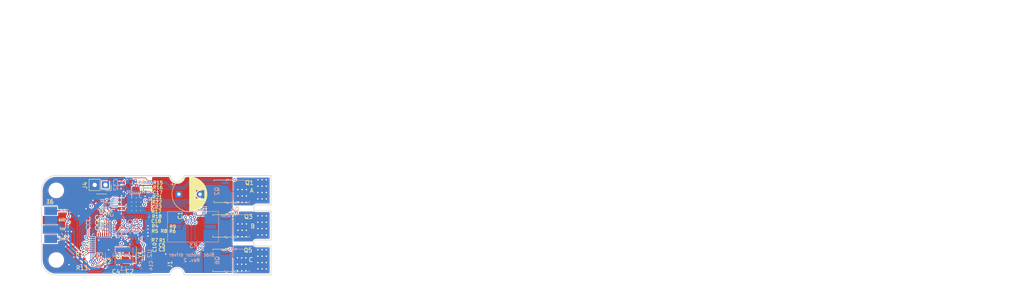
<source format=kicad_pcb>
(kicad_pcb (version 20171130) (host pcbnew 5.1.6)

  (general
    (thickness 1.6)
    (drawings 40)
    (tracks 824)
    (zones 0)
    (modules 59)
    (nets 56)
  )

  (page USLetter)
  (title_block
    (title "Project Title")
  )

  (layers
    (0 F.Cu signal)
    (31 B.Cu signal)
    (34 B.Paste user)
    (35 F.Paste user)
    (36 B.SilkS user)
    (37 F.SilkS user)
    (38 B.Mask user)
    (39 F.Mask user)
    (40 Dwgs.User user)
    (44 Edge.Cuts user)
    (45 Margin user)
    (46 B.CrtYd user)
    (47 F.CrtYd user)
    (48 B.Fab user)
    (49 F.Fab user)
  )

  (setup
    (last_trace_width 0.1524)
    (user_trace_width 0.1524)
    (user_trace_width 0.2)
    (user_trace_width 0.25)
    (user_trace_width 0.3)
    (user_trace_width 0.5)
    (user_trace_width 0.75)
    (user_trace_width 1.25)
    (trace_clearance 0.1524)
    (zone_clearance 0.254)
    (zone_45_only yes)
    (trace_min 0.1524)
    (via_size 0.6858)
    (via_drill 0.3302)
    (via_min_size 0.6858)
    (via_min_drill 0.3302)
    (user_via 0.6858 0.3302)
    (user_via 0.762 0.4064)
    (user_via 0.8636 0.508)
    (uvia_size 0.6858)
    (uvia_drill 0.3302)
    (uvias_allowed no)
    (uvia_min_size 0)
    (uvia_min_drill 0)
    (edge_width 0.1524)
    (segment_width 0.1524)
    (pcb_text_width 0.1524)
    (pcb_text_size 1.016 1.016)
    (mod_edge_width 0.1524)
    (mod_text_size 1.016 1.016)
    (mod_text_width 0.1524)
    (pad_size 1.524 1.524)
    (pad_drill 0.762)
    (pad_to_mask_clearance 0.0508)
    (solder_mask_min_width 0.1016)
    (pad_to_paste_clearance -0.0762)
    (aux_axis_origin 0 0)
    (visible_elements FFFFDF7D)
    (pcbplotparams
      (layerselection 0x310fc_ffffffff)
      (usegerberextensions true)
      (usegerberattributes false)
      (usegerberadvancedattributes false)
      (creategerberjobfile false)
      (excludeedgelayer true)
      (linewidth 0.100000)
      (plotframeref false)
      (viasonmask false)
      (mode 1)
      (useauxorigin false)
      (hpglpennumber 1)
      (hpglpenspeed 20)
      (hpglpendiameter 15.000000)
      (psnegative false)
      (psa4output false)
      (plotreference true)
      (plotvalue true)
      (plotinvisibletext false)
      (padsonsilk false)
      (subtractmaskfromsilk false)
      (outputformat 1)
      (mirror false)
      (drillshape 0)
      (scaleselection 1)
      (outputdirectory "bldc-driver-gerbers"))
  )

  (net 0 "")
  (net 1 GND)
  (net 2 /VDRAIN)
  (net 3 /A_ADC)
  (net 4 /C_ADC)
  (net 5 /B_ADC)
  (net 6 "Net-(C32-Pad2)")
  (net 7 "Net-(C32-Pad1)")
  (net 8 "Net-(C45-Pad1)")
  (net 9 /C)
  (net 10 /A)
  (net 11 /B)
  (net 12 /GHA)
  (net 13 /GLA)
  (net 14 /GHB)
  (net 15 /GLB)
  (net 16 /GHC)
  (net 17 /GLC)
  (net 18 /SOA)
  (net 19 /SNA)
  (net 20 /SPA)
  (net 21 /DRV_EN)
  (net 22 /DRV_nFAULT)
  (net 23 /INHA)
  (net 24 /INLA)
  (net 25 /INHB)
  (net 26 /INLB)
  (net 27 /INHC)
  (net 28 /INLC)
  (net 29 /VSOURCE)
  (net 30 /XTAL_P)
  (net 31 /XTAL_M)
  (net 32 /MCU_3V3)
  (net 33 /MCU_RSTN)
  (net 34 "Net-(C10-Pad1)")
  (net 35 "Net-(C13-Pad1)")
  (net 36 "Net-(C33-Pad1)")
  (net 37 /SWDIO)
  (net 38 /SWCLK)
  (net 39 "Net-(J6-Pad4)")
  (net 40 "Net-(J6-Pad3)")
  (net 41 "Net-(L1-Pad1)")
  (net 42 "Net-(R2-Pad1)")
  (net 43 /DRV_CAL)
  (net 44 /MCU_DRV_nCS)
  (net 45 /MCU_IF_RX)
  (net 46 /MCU_IF_TX)
  (net 47 /MCU_DRV_MISO)
  (net 48 /MCU_DRV_MOSI)
  (net 49 /MCU_DRV_CLK)
  (net 50 "Net-(U2-Pad6)")
  (net 51 "Net-(U2-Pad5)")
  (net 52 "Net-(U3-Pad1)")
  (net 53 "Net-(U4-Pad22)")
  (net 54 "Net-(U4-Pad21)")
  (net 55 "Net-(U1-Pad15)")

  (net_class Default "This is the default net class."
    (clearance 0.1524)
    (trace_width 0.1524)
    (via_dia 0.6858)
    (via_drill 0.3302)
    (uvia_dia 0.6858)
    (uvia_drill 0.3302)
    (add_net /A)
    (add_net /A_ADC)
    (add_net /B)
    (add_net /B_ADC)
    (add_net /C)
    (add_net /C_ADC)
    (add_net /DRV_CAL)
    (add_net /DRV_EN)
    (add_net /DRV_nFAULT)
    (add_net /GHA)
    (add_net /GHB)
    (add_net /GHC)
    (add_net /GLA)
    (add_net /GLB)
    (add_net /GLC)
    (add_net /INHA)
    (add_net /INHB)
    (add_net /INHC)
    (add_net /INLA)
    (add_net /INLB)
    (add_net /INLC)
    (add_net /MCU_3V3)
    (add_net /MCU_DRV_CLK)
    (add_net /MCU_DRV_MISO)
    (add_net /MCU_DRV_MOSI)
    (add_net /MCU_DRV_nCS)
    (add_net /MCU_IF_RX)
    (add_net /MCU_IF_TX)
    (add_net /MCU_RSTN)
    (add_net /SNA)
    (add_net /SOA)
    (add_net /SPA)
    (add_net /SWCLK)
    (add_net /SWDIO)
    (add_net /VDRAIN)
    (add_net /VSOURCE)
    (add_net /XTAL_M)
    (add_net /XTAL_P)
    (add_net GND)
    (add_net "Net-(C10-Pad1)")
    (add_net "Net-(C13-Pad1)")
    (add_net "Net-(C32-Pad1)")
    (add_net "Net-(C32-Pad2)")
    (add_net "Net-(C33-Pad1)")
    (add_net "Net-(C45-Pad1)")
    (add_net "Net-(J6-Pad3)")
    (add_net "Net-(J6-Pad4)")
    (add_net "Net-(L1-Pad1)")
    (add_net "Net-(R2-Pad1)")
    (add_net "Net-(U1-Pad15)")
    (add_net "Net-(U2-Pad5)")
    (add_net "Net-(U2-Pad6)")
    (add_net "Net-(U3-Pad1)")
    (add_net "Net-(U4-Pad21)")
    (add_net "Net-(U4-Pad22)")
  )

  (module Package_DFN_QFN:Texas_S-PVQFN-N40_EP3.52x2.62mm_ThermalVias (layer B.Cu) (tedit 5F1C7F19) (tstamp 5F0870DA)
    (at 47.35 106.75 270)
    (descr "QFN, 40 Pin (http://www.ti.com/lit/ds/symlink/drv8308.pdf#page=56 JEDEC MO-220 variation VJJD-2), generated with kicad-footprint-generator ipc_noLead_generator.py")
    (tags "QFN NoLead")
    (path /5FEC34C6)
    (attr smd)
    (fp_text reference U4 (at -0.05 -4.54 270) (layer B.SilkS)
      (effects (font (size 1 1) (thickness 0.15)) (justify mirror))
    )
    (fp_text value DRV8304S (at 0 -4.32 270) (layer B.Fab)
      (effects (font (size 1 1) (thickness 0.15)) (justify mirror))
    )
    (fp_line (start 3.62 3.62) (end -3.62 3.62) (layer B.CrtYd) (width 0.05))
    (fp_line (start 3.62 -3.62) (end 3.62 3.62) (layer B.CrtYd) (width 0.05))
    (fp_line (start -3.62 -3.62) (end 3.62 -3.62) (layer B.CrtYd) (width 0.05))
    (fp_line (start -3.62 3.62) (end -3.62 -3.62) (layer B.CrtYd) (width 0.05))
    (fp_line (start -3 2) (end -2 3) (layer B.Fab) (width 0.1))
    (fp_line (start -3 -3) (end -3 2) (layer B.Fab) (width 0.1))
    (fp_line (start 3 -3) (end -3 -3) (layer B.Fab) (width 0.1))
    (fp_line (start 3 3) (end 3 -3) (layer B.Fab) (width 0.1))
    (fp_line (start -2 3) (end 3 3) (layer B.Fab) (width 0.1))
    (fp_line (start -2.635 3.11) (end -3.11 3.11) (layer B.SilkS) (width 0.12))
    (fp_line (start 3.11 -3.11) (end 3.11 -2.635) (layer B.SilkS) (width 0.12))
    (fp_line (start 2.635 -3.11) (end 3.11 -3.11) (layer B.SilkS) (width 0.12))
    (fp_line (start -3.11 -3.11) (end -3.11 -2.635) (layer B.SilkS) (width 0.12))
    (fp_line (start -2.635 -3.11) (end -3.11 -3.11) (layer B.SilkS) (width 0.12))
    (fp_line (start 3.11 3.11) (end 3.11 2.635) (layer B.SilkS) (width 0.12))
    (fp_line (start 2.635 3.11) (end 3.11 3.11) (layer B.SilkS) (width 0.12))
    (fp_text user %R (at 0 0 270) (layer B.Fab)
      (effects (font (size 1 1) (thickness 0.15)) (justify mirror))
    )
    (pad "" smd roundrect (at 1.17 -0.655 270) (size 0.98 1.1) (layers B.Paste) (roundrect_rratio 0.25))
    (pad "" smd roundrect (at 1.17 0.655 270) (size 0.98 1.1) (layers B.Paste) (roundrect_rratio 0.25))
    (pad "" smd roundrect (at 0 -0.655 270) (size 0.98 1.1) (layers B.Paste) (roundrect_rratio 0.25))
    (pad "" smd roundrect (at 0 0.655 270) (size 0.98 1.1) (layers B.Paste) (roundrect_rratio 0.25))
    (pad "" smd roundrect (at -1.17 -0.655 270) (size 0.98 1.1) (layers B.Paste) (roundrect_rratio 0.25))
    (pad "" smd roundrect (at -1.17 0.655 270) (size 0.98 1.1) (layers B.Paste) (roundrect_rratio 0.25))
    (pad 41 smd rect (at 0 0 270) (size 3.52 2.62) (layers F.Cu)
      (net 1 GND))
    (pad 41 thru_hole circle (at 1.51 -1.06 270) (size 0.5 0.5) (drill 0.2) (layers *.Cu)
      (net 1 GND))
    (pad 41 thru_hole circle (at 0.503333 -1.06 270) (size 0.5 0.5) (drill 0.2) (layers *.Cu)
      (net 1 GND))
    (pad 41 thru_hole circle (at -0.503333 -1.06 270) (size 0.5 0.5) (drill 0.2) (layers *.Cu)
      (net 1 GND))
    (pad 41 thru_hole circle (at -1.51 -1.06 270) (size 0.5 0.5) (drill 0.2) (layers *.Cu)
      (net 1 GND))
    (pad 41 thru_hole circle (at 1.51 0 270) (size 0.5 0.5) (drill 0.2) (layers *.Cu)
      (net 1 GND))
    (pad 41 thru_hole circle (at 0.503333 0 270) (size 0.5 0.5) (drill 0.2) (layers *.Cu)
      (net 1 GND))
    (pad 41 thru_hole circle (at -0.503333 0 270) (size 0.5 0.5) (drill 0.2) (layers *.Cu)
      (net 1 GND))
    (pad 41 thru_hole circle (at -1.51 0 270) (size 0.5 0.5) (drill 0.2) (layers *.Cu)
      (net 1 GND))
    (pad 41 thru_hole circle (at 1.51 1.06 270) (size 0.5 0.5) (drill 0.2) (layers *.Cu)
      (net 1 GND))
    (pad 41 thru_hole circle (at 0.503333 1.06 270) (size 0.5 0.5) (drill 0.2) (layers *.Cu)
      (net 1 GND))
    (pad 41 thru_hole circle (at -0.503333 1.06 270) (size 0.5 0.5) (drill 0.2) (layers *.Cu)
      (net 1 GND))
    (pad 41 thru_hole circle (at -1.51 1.06 270) (size 0.5 0.5) (drill 0.2) (layers *.Cu)
      (net 1 GND))
    (pad 41 smd rect (at 0 0 270) (size 3.52 2.62) (layers B.Cu B.Mask)
      (net 1 GND))
    (pad 40 smd roundrect (at -2.25 2.9375 270) (size 0.25 0.875) (layers B.Cu B.Paste B.Mask) (roundrect_rratio 0.25)
      (net 1 GND))
    (pad 39 smd roundrect (at -1.75 2.9375 270) (size 0.25 0.875) (layers B.Cu B.Paste B.Mask) (roundrect_rratio 0.25)
      (net 28 /INLC))
    (pad 38 smd roundrect (at -1.25 2.9375 270) (size 0.25 0.875) (layers B.Cu B.Paste B.Mask) (roundrect_rratio 0.25)
      (net 27 /INHC))
    (pad 37 smd roundrect (at -0.75 2.9375 270) (size 0.25 0.875) (layers B.Cu B.Paste B.Mask) (roundrect_rratio 0.25)
      (net 26 /INLB))
    (pad 36 smd roundrect (at -0.25 2.9375 270) (size 0.25 0.875) (layers B.Cu B.Paste B.Mask) (roundrect_rratio 0.25)
      (net 25 /INHB))
    (pad 35 smd roundrect (at 0.25 2.9375 270) (size 0.25 0.875) (layers B.Cu B.Paste B.Mask) (roundrect_rratio 0.25)
      (net 24 /INLA))
    (pad 34 smd roundrect (at 0.75 2.9375 270) (size 0.25 0.875) (layers B.Cu B.Paste B.Mask) (roundrect_rratio 0.25)
      (net 23 /INHA))
    (pad 33 smd roundrect (at 1.25 2.9375 270) (size 0.25 0.875) (layers B.Cu B.Paste B.Mask) (roundrect_rratio 0.25)
      (net 8 "Net-(C45-Pad1)"))
    (pad 32 smd roundrect (at 1.75 2.9375 270) (size 0.25 0.875) (layers B.Cu B.Paste B.Mask) (roundrect_rratio 0.25)
      (net 1 GND))
    (pad 31 smd roundrect (at 2.25 2.9375 270) (size 0.25 0.875) (layers B.Cu B.Paste B.Mask) (roundrect_rratio 0.25)
      (net 43 /DRV_CAL))
    (pad 30 smd roundrect (at 2.9375 2.25 270) (size 0.875 0.25) (layers B.Cu B.Paste B.Mask) (roundrect_rratio 0.25)
      (net 21 /DRV_EN))
    (pad 29 smd roundrect (at 2.9375 1.75 270) (size 0.875 0.25) (layers B.Cu B.Paste B.Mask) (roundrect_rratio 0.25)
      (net 44 /MCU_DRV_nCS))
    (pad 28 smd roundrect (at 2.9375 1.25 270) (size 0.875 0.25) (layers B.Cu B.Paste B.Mask) (roundrect_rratio 0.25)
      (net 49 /MCU_DRV_CLK))
    (pad 27 smd roundrect (at 2.9375 0.75 270) (size 0.875 0.25) (layers B.Cu B.Paste B.Mask) (roundrect_rratio 0.25)
      (net 48 /MCU_DRV_MOSI))
    (pad 26 smd roundrect (at 2.9375 0.25 270) (size 0.875 0.25) (layers B.Cu B.Paste B.Mask) (roundrect_rratio 0.25)
      (net 47 /MCU_DRV_MISO))
    (pad 25 smd roundrect (at 2.9375 -0.25 270) (size 0.875 0.25) (layers B.Cu B.Paste B.Mask) (roundrect_rratio 0.25)
      (net 22 /DRV_nFAULT))
    (pad 24 smd roundrect (at 2.9375 -0.75 270) (size 0.875 0.25) (layers B.Cu B.Paste B.Mask) (roundrect_rratio 0.25)
      (net 32 /MCU_3V3))
    (pad 23 smd roundrect (at 2.9375 -1.25 270) (size 0.875 0.25) (layers B.Cu B.Paste B.Mask) (roundrect_rratio 0.25)
      (net 18 /SOA))
    (pad 22 smd roundrect (at 2.9375 -1.75 270) (size 0.875 0.25) (layers B.Cu B.Paste B.Mask) (roundrect_rratio 0.25)
      (net 53 "Net-(U4-Pad22)"))
    (pad 21 smd roundrect (at 2.9375 -2.25 270) (size 0.875 0.25) (layers B.Cu B.Paste B.Mask) (roundrect_rratio 0.25)
      (net 54 "Net-(U4-Pad21)"))
    (pad 20 smd roundrect (at 2.25 -2.9375 270) (size 0.25 0.875) (layers B.Cu B.Paste B.Mask) (roundrect_rratio 0.25)
      (net 1 GND))
    (pad 19 smd roundrect (at 1.75 -2.9375 270) (size 0.25 0.875) (layers B.Cu B.Paste B.Mask) (roundrect_rratio 0.25)
      (net 1 GND))
    (pad 18 smd roundrect (at 1.25 -2.9375 270) (size 0.25 0.875) (layers B.Cu B.Paste B.Mask) (roundrect_rratio 0.25)
      (net 17 /GLC))
    (pad 17 smd roundrect (at 0.75 -2.9375 270) (size 0.25 0.875) (layers B.Cu B.Paste B.Mask) (roundrect_rratio 0.25)
      (net 9 /C))
    (pad 16 smd roundrect (at 0.25 -2.9375 270) (size 0.25 0.875) (layers B.Cu B.Paste B.Mask) (roundrect_rratio 0.25)
      (net 16 /GHC))
    (pad 15 smd roundrect (at -0.25 -2.9375 270) (size 0.25 0.875) (layers B.Cu B.Paste B.Mask) (roundrect_rratio 0.25)
      (net 14 /GHB))
    (pad 14 smd roundrect (at -0.75 -2.9375 270) (size 0.25 0.875) (layers B.Cu B.Paste B.Mask) (roundrect_rratio 0.25)
      (net 11 /B))
    (pad 13 smd roundrect (at -1.25 -2.9375 270) (size 0.25 0.875) (layers B.Cu B.Paste B.Mask) (roundrect_rratio 0.25)
      (net 15 /GLB))
    (pad 12 smd roundrect (at -1.75 -2.9375 270) (size 0.25 0.875) (layers B.Cu B.Paste B.Mask) (roundrect_rratio 0.25)
      (net 1 GND))
    (pad 11 smd roundrect (at -2.25 -2.9375 270) (size 0.25 0.875) (layers B.Cu B.Paste B.Mask) (roundrect_rratio 0.25)
      (net 1 GND))
    (pad 10 smd roundrect (at -2.9375 -2.25 270) (size 0.875 0.25) (layers B.Cu B.Paste B.Mask) (roundrect_rratio 0.25)
      (net 19 /SNA))
    (pad 9 smd roundrect (at -2.9375 -1.75 270) (size 0.875 0.25) (layers B.Cu B.Paste B.Mask) (roundrect_rratio 0.25)
      (net 20 /SPA))
    (pad 8 smd roundrect (at -2.9375 -1.25 270) (size 0.875 0.25) (layers B.Cu B.Paste B.Mask) (roundrect_rratio 0.25)
      (net 13 /GLA))
    (pad 7 smd roundrect (at -2.9375 -0.75 270) (size 0.875 0.25) (layers B.Cu B.Paste B.Mask) (roundrect_rratio 0.25)
      (net 10 /A))
    (pad 6 smd roundrect (at -2.9375 -0.25 270) (size 0.875 0.25) (layers B.Cu B.Paste B.Mask) (roundrect_rratio 0.25)
      (net 12 /GHA))
    (pad 5 smd roundrect (at -2.9375 0.25 270) (size 0.875 0.25) (layers B.Cu B.Paste B.Mask) (roundrect_rratio 0.25)
      (net 2 /VDRAIN))
    (pad 4 smd roundrect (at -2.9375 0.75 270) (size 0.875 0.25) (layers B.Cu B.Paste B.Mask) (roundrect_rratio 0.25)
      (net 2 /VDRAIN))
    (pad 3 smd roundrect (at -2.9375 1.25 270) (size 0.875 0.25) (layers B.Cu B.Paste B.Mask) (roundrect_rratio 0.25)
      (net 36 "Net-(C33-Pad1)"))
    (pad 2 smd roundrect (at -2.9375 1.75 270) (size 0.875 0.25) (layers B.Cu B.Paste B.Mask) (roundrect_rratio 0.25)
      (net 7 "Net-(C32-Pad1)"))
    (pad 1 smd roundrect (at -2.9375 2.25 270) (size 0.875 0.25) (layers B.Cu B.Paste B.Mask) (roundrect_rratio 0.25)
      (net 6 "Net-(C32-Pad2)"))
    (model ${KISYS3DMOD}/Package_DFN_QFN.3dshapes/Texas_S-PVQFN-N40_EP3.52x2.62mm.wrl
      (at (xyz 0 0 0))
      (scale (xyz 1 1 1))
      (rotate (xyz 0 0 0))
    )
    (model ${KIPRJMOD}/bldc-parts.pretty/RHA0040E.stp
      (at (xyz 0 0 0))
      (scale (xyz 1 1 1))
      (rotate (xyz 0 0 0))
    )
  )

  (module bldc-parts:Infineon_PG-TDSON-8-33 (layer B.Cu) (tedit 5F1C7D72) (tstamp 5F08E1F7)
    (at 71.35 119.95 90)
    (path /5DE8AE13)
    (fp_text reference Q6 (at -0.05 -4.925 90) (layer B.SilkS)
      (effects (font (size 1 1) (thickness 0.15)) (justify mirror))
    )
    (fp_text value IPC90N04S5L3R3ATMA1 (at 0 0.5 270) (layer B.Fab)
      (effects (font (size 1 1) (thickness 0.15)) (justify mirror))
    )
    (fp_circle (center -2.6 -3.1) (end -2.458579 -3.1) (layer B.SilkS) (width 0.12))
    (fp_line (start -2.3 2.7) (end -2.7 2.7) (layer B.SilkS) (width 0.12))
    (fp_line (start -2.7 -0.7) (end -2.7 -2.4) (layer B.SilkS) (width 0.12))
    (fp_line (start -2.7 -2.4) (end -2.4 -2.7) (layer B.SilkS) (width 0.12))
    (fp_line (start 2.6 -0.7) (end 2.6 -2.7) (layer B.SilkS) (width 0.12))
    (fp_line (start 2.3 -2.7) (end 2.6 -2.7) (layer B.SilkS) (width 0.12))
    (fp_line (start 2.6 2.7) (end 2.3 2.7) (layer B.SilkS) (width 0.12))
    (fp_line (start 2.6 -0.3) (end 2.8 -0.3) (layer B.SilkS) (width 0.12))
    (fp_line (start 2.8 -0.3) (end 2.8 -0.7) (layer B.SilkS) (width 0.12))
    (fp_line (start 2.8 -0.7) (end 2.6 -0.7) (layer B.SilkS) (width 0.12))
    (fp_line (start -2.7 -0.3) (end -2.9 -0.3) (layer B.SilkS) (width 0.12))
    (fp_line (start -2.9 -0.3) (end -2.9 -0.7) (layer B.SilkS) (width 0.12))
    (fp_line (start -2.9 -0.7) (end -2.7 -0.7) (layer B.SilkS) (width 0.12))
    (fp_line (start -2.7 -0.3) (end -2.7 2.7) (layer B.SilkS) (width 0.12))
    (fp_line (start 2.6 -0.3) (end 2.6 2.7) (layer B.SilkS) (width 0.12))
    (fp_line (start -2.9 3.9) (end 2.9 3.9) (layer B.Fab) (width 0.12))
    (fp_line (start 2.9 3.9) (end 2.9 -3.9) (layer B.Fab) (width 0.12))
    (fp_line (start 2.9 -3.9) (end -2.3 -3.9) (layer B.Fab) (width 0.12))
    (fp_line (start -2.3 -3.9) (end -2.9 -3.3) (layer B.Fab) (width 0.12))
    (fp_line (start -2.9 -3.3) (end -2.9 3.9) (layer B.Fab) (width 0.12))
    (fp_line (start -3 4) (end 3 4) (layer B.CrtYd) (width 0.12))
    (fp_line (start 3 4) (end 3 -4) (layer B.CrtYd) (width 0.12))
    (fp_line (start 3 -4) (end -3 -4) (layer B.CrtYd) (width 0.12))
    (fp_line (start -3 -4) (end -3 4) (layer B.CrtYd) (width 0.12))
    (fp_poly (pts (xy -2.155 3.72) (xy -2.155 2.52) (xy -1.655 2.52) (xy -1.655 3.72)) (layer B.Paste) (width 0.1))
    (fp_poly (pts (xy -0.885 3.72) (xy -0.885 2.52) (xy -0.385 2.52) (xy -0.385 3.72)) (layer B.Paste) (width 0.1))
    (fp_poly (pts (xy 0.385 3.72) (xy 0.385 2.52) (xy 0.885 2.52) (xy 0.885 3.72)) (layer B.Paste) (width 0.1))
    (fp_poly (pts (xy 1.655 3.72) (xy 1.655 2.52) (xy 2.155 2.52) (xy 2.155 3.72)) (layer B.Paste) (width 0.1))
    (fp_poly (pts (xy 1.655 -2.52) (xy 1.655 -3.72) (xy 2.155 -3.72) (xy 2.155 -2.52)) (layer B.Paste) (width 0.1))
    (fp_poly (pts (xy -1.065 -2.25) (xy -1.065 -2.75) (xy -0.215 -2.75) (xy -0.215 -2.25)) (layer B.Paste) (width 0.1))
    (fp_poly (pts (xy 0.035 -2.25) (xy 0.035 -2.75) (xy 0.885 -2.75) (xy 0.885 -2.25)) (layer B.Paste) (width 0.1))
    (fp_poly (pts (xy -2.165 -2.25) (xy -2.165 -2.75) (xy -1.315 -2.75) (xy -1.315 -2.25)) (layer B.Paste) (width 0.1))
    (fp_poly (pts (xy 0.385 -2.87) (xy 0.385 -3.72) (xy 0.885 -3.72) (xy 0.885 -2.87)) (layer B.Paste) (width 0.1))
    (fp_poly (pts (xy -0.885 -2.87) (xy -0.885 -3.72) (xy -0.385 -3.72) (xy -0.385 -2.87)) (layer B.Paste) (width 0.1))
    (fp_poly (pts (xy -2.155 -2.87) (xy -2.155 -3.72) (xy -1.655 -3.72) (xy -1.655 -2.87)) (layer B.Paste) (width 0.1))
    (fp_poly (pts (xy 0.1 0.54) (xy 0.1 -0.96) (xy 1.6 -0.96) (xy 1.6 0.54)) (layer B.Paste) (width 0.1))
    (fp_poly (pts (xy -1.6 0.54) (xy -1.6 -0.96) (xy -0.1 -0.96) (xy -0.1 0.54)) (layer B.Paste) (width 0.1))
    (fp_poly (pts (xy -1.6 2.24) (xy -1.6 0.74) (xy -0.1 0.74) (xy -0.1 2.24)) (layer B.Paste) (width 0.1))
    (fp_poly (pts (xy 0.1 2.24) (xy 0.1 0.74) (xy 1.6 0.74) (xy 1.6 2.24)) (layer B.Paste) (width 0.1))
    (pad 1 smd rect (at -0.635 -2.5275 90) (size 3.14 0.615) (layers B.Cu B.Mask)
      (net 29 /VSOURCE))
    (pad 5 smd rect (at 0 0.6475 90) (size 4.41 3.55) (layers B.Cu B.Mask)
      (net 9 /C))
    (pad 5 smd rect (at 1.905 3.095 90) (size 0.6 1.35) (layers B.Cu B.Mask)
      (net 9 /C))
    (pad 8 smd rect (at -1.905 3.095 90) (size 0.6 1.35) (layers B.Cu B.Mask)
      (net 9 /C))
    (pad 7 smd rect (at -0.635 3.095 90) (size 0.6 1.35) (layers B.Cu B.Mask)
      (net 9 /C))
    (pad 1 smd rect (at -1.905 -2.995 90) (size 0.6 1.55) (layers B.Cu B.Mask)
      (net 29 /VSOURCE))
    (pad 4 smd rect (at 1.905 -2.995 90) (size 0.6 1.55) (layers B.Cu B.Mask)
      (net 17 /GLC))
    (pad 2 smd rect (at -0.635 -2.995 90) (size 0.6 1.55) (layers B.Cu B.Mask)
      (net 29 /VSOURCE))
    (pad 3 smd rect (at 0.635 -2.995 90) (size 0.6 1.55) (layers B.Cu B.Mask)
      (net 29 /VSOURCE))
    (pad 6 smd rect (at 0.635 3.095 90) (size 0.6 1.35) (layers B.Cu B.Mask)
      (net 9 /C))
    (model ${KIPRJMOD}/bldc-parts.pretty/Infineon-STP_PG-TDSON-8-33-P-v01_00-EN.stp
      (at (xyz 0 0 0))
      (scale (xyz 1 1 1))
      (rotate (xyz 0 0 0))
    )
  )

  (module bldc-parts:Infineon_PG-TDSON-8-33 (layer F.Cu) (tedit 5F1C7D72) (tstamp 5F086CE6)
    (at 68.106 119.95 90)
    (path /5DE89DC8)
    (fp_text reference Q5 (at 2.35 5.594 180) (layer F.SilkS)
      (effects (font (size 1 1) (thickness 0.15)))
    )
    (fp_text value IPC90N04S5L3R3ATMA1 (at 0 -0.5 90) (layer F.Fab)
      (effects (font (size 1 1) (thickness 0.15)))
    )
    (fp_circle (center -2.6 3.1) (end -2.458579 3.1) (layer F.SilkS) (width 0.12))
    (fp_line (start -2.3 -2.7) (end -2.7 -2.7) (layer F.SilkS) (width 0.12))
    (fp_line (start -2.7 0.7) (end -2.7 2.4) (layer F.SilkS) (width 0.12))
    (fp_line (start -2.7 2.4) (end -2.4 2.7) (layer F.SilkS) (width 0.12))
    (fp_line (start 2.6 0.7) (end 2.6 2.7) (layer F.SilkS) (width 0.12))
    (fp_line (start 2.3 2.7) (end 2.6 2.7) (layer F.SilkS) (width 0.12))
    (fp_line (start 2.6 -2.7) (end 2.3 -2.7) (layer F.SilkS) (width 0.12))
    (fp_line (start 2.6 0.3) (end 2.8 0.3) (layer F.SilkS) (width 0.12))
    (fp_line (start 2.8 0.3) (end 2.8 0.7) (layer F.SilkS) (width 0.12))
    (fp_line (start 2.8 0.7) (end 2.6 0.7) (layer F.SilkS) (width 0.12))
    (fp_line (start -2.7 0.3) (end -2.9 0.3) (layer F.SilkS) (width 0.12))
    (fp_line (start -2.9 0.3) (end -2.9 0.7) (layer F.SilkS) (width 0.12))
    (fp_line (start -2.9 0.7) (end -2.7 0.7) (layer F.SilkS) (width 0.12))
    (fp_line (start -2.7 0.3) (end -2.7 -2.7) (layer F.SilkS) (width 0.12))
    (fp_line (start 2.6 0.3) (end 2.6 -2.7) (layer F.SilkS) (width 0.12))
    (fp_line (start -2.9 -3.9) (end 2.9 -3.9) (layer F.Fab) (width 0.12))
    (fp_line (start 2.9 -3.9) (end 2.9 3.9) (layer F.Fab) (width 0.12))
    (fp_line (start 2.9 3.9) (end -2.3 3.9) (layer F.Fab) (width 0.12))
    (fp_line (start -2.3 3.9) (end -2.9 3.3) (layer F.Fab) (width 0.12))
    (fp_line (start -2.9 3.3) (end -2.9 -3.9) (layer F.Fab) (width 0.12))
    (fp_line (start -3 -4) (end 3 -4) (layer F.CrtYd) (width 0.12))
    (fp_line (start 3 -4) (end 3 4) (layer F.CrtYd) (width 0.12))
    (fp_line (start 3 4) (end -3 4) (layer F.CrtYd) (width 0.12))
    (fp_line (start -3 4) (end -3 -4) (layer F.CrtYd) (width 0.12))
    (fp_poly (pts (xy -2.155 -3.72) (xy -2.155 -2.52) (xy -1.655 -2.52) (xy -1.655 -3.72)) (layer F.Paste) (width 0.1))
    (fp_poly (pts (xy -0.885 -3.72) (xy -0.885 -2.52) (xy -0.385 -2.52) (xy -0.385 -3.72)) (layer F.Paste) (width 0.1))
    (fp_poly (pts (xy 0.385 -3.72) (xy 0.385 -2.52) (xy 0.885 -2.52) (xy 0.885 -3.72)) (layer F.Paste) (width 0.1))
    (fp_poly (pts (xy 1.655 -3.72) (xy 1.655 -2.52) (xy 2.155 -2.52) (xy 2.155 -3.72)) (layer F.Paste) (width 0.1))
    (fp_poly (pts (xy 1.655 2.52) (xy 1.655 3.72) (xy 2.155 3.72) (xy 2.155 2.52)) (layer F.Paste) (width 0.1))
    (fp_poly (pts (xy -1.065 2.25) (xy -1.065 2.75) (xy -0.215 2.75) (xy -0.215 2.25)) (layer F.Paste) (width 0.1))
    (fp_poly (pts (xy 0.035 2.25) (xy 0.035 2.75) (xy 0.885 2.75) (xy 0.885 2.25)) (layer F.Paste) (width 0.1))
    (fp_poly (pts (xy -2.165 2.25) (xy -2.165 2.75) (xy -1.315 2.75) (xy -1.315 2.25)) (layer F.Paste) (width 0.1))
    (fp_poly (pts (xy 0.385 2.87) (xy 0.385 3.72) (xy 0.885 3.72) (xy 0.885 2.87)) (layer F.Paste) (width 0.1))
    (fp_poly (pts (xy -0.885 2.87) (xy -0.885 3.72) (xy -0.385 3.72) (xy -0.385 2.87)) (layer F.Paste) (width 0.1))
    (fp_poly (pts (xy -2.155 2.87) (xy -2.155 3.72) (xy -1.655 3.72) (xy -1.655 2.87)) (layer F.Paste) (width 0.1))
    (fp_poly (pts (xy 0.1 -0.54) (xy 0.1 0.96) (xy 1.6 0.96) (xy 1.6 -0.54)) (layer F.Paste) (width 0.1))
    (fp_poly (pts (xy -1.6 -0.54) (xy -1.6 0.96) (xy -0.1 0.96) (xy -0.1 -0.54)) (layer F.Paste) (width 0.1))
    (fp_poly (pts (xy -1.6 -2.24) (xy -1.6 -0.74) (xy -0.1 -0.74) (xy -0.1 -2.24)) (layer F.Paste) (width 0.1))
    (fp_poly (pts (xy 0.1 -2.24) (xy 0.1 -0.74) (xy 1.6 -0.74) (xy 1.6 -2.24)) (layer F.Paste) (width 0.1))
    (pad 1 smd rect (at -0.635 2.5275 90) (size 3.14 0.615) (layers F.Cu F.Mask)
      (net 9 /C))
    (pad 5 smd rect (at 0 -0.6475 90) (size 4.41 3.55) (layers F.Cu F.Mask)
      (net 2 /VDRAIN))
    (pad 5 smd rect (at 1.905 -3.095 90) (size 0.6 1.35) (layers F.Cu F.Mask)
      (net 2 /VDRAIN))
    (pad 8 smd rect (at -1.905 -3.095 90) (size 0.6 1.35) (layers F.Cu F.Mask)
      (net 2 /VDRAIN))
    (pad 7 smd rect (at -0.635 -3.095 90) (size 0.6 1.35) (layers F.Cu F.Mask)
      (net 2 /VDRAIN))
    (pad 1 smd rect (at -1.905 2.995 90) (size 0.6 1.55) (layers F.Cu F.Mask)
      (net 9 /C))
    (pad 4 smd rect (at 1.905 2.995 90) (size 0.6 1.55) (layers F.Cu F.Mask)
      (net 16 /GHC))
    (pad 2 smd rect (at -0.635 2.995 90) (size 0.6 1.55) (layers F.Cu F.Mask)
      (net 9 /C))
    (pad 3 smd rect (at 0.635 2.995 90) (size 0.6 1.55) (layers F.Cu F.Mask)
      (net 9 /C))
    (pad 6 smd rect (at 0.635 -3.095 90) (size 0.6 1.35) (layers F.Cu F.Mask)
      (net 2 /VDRAIN))
    (model ${KIPRJMOD}/bldc-parts.pretty/Infineon-STP_PG-TDSON-8-33-P-v01_00-EN.stp
      (at (xyz 0 0 0))
      (scale (xyz 1 1 1))
      (rotate (xyz 0 0 0))
    )
  )

  (module bldc-parts:Infineon_PG-TDSON-8-33 (layer B.Cu) (tedit 5F1C7D72) (tstamp 5F084254)
    (at 71.35 111.812 90)
    (path /5DE892AF)
    (fp_text reference Q4 (at 3.887 -0.7 180) (layer B.SilkS)
      (effects (font (size 1 1) (thickness 0.15)) (justify mirror))
    )
    (fp_text value IPC90N04S5L3R3ATMA1 (at 0 0.5 90) (layer B.Fab)
      (effects (font (size 1 1) (thickness 0.15)) (justify mirror))
    )
    (fp_circle (center -2.6 -3.1) (end -2.458579 -3.1) (layer B.SilkS) (width 0.12))
    (fp_line (start -2.3 2.7) (end -2.7 2.7) (layer B.SilkS) (width 0.12))
    (fp_line (start -2.7 -0.7) (end -2.7 -2.4) (layer B.SilkS) (width 0.12))
    (fp_line (start -2.7 -2.4) (end -2.4 -2.7) (layer B.SilkS) (width 0.12))
    (fp_line (start 2.6 -0.7) (end 2.6 -2.7) (layer B.SilkS) (width 0.12))
    (fp_line (start 2.3 -2.7) (end 2.6 -2.7) (layer B.SilkS) (width 0.12))
    (fp_line (start 2.6 2.7) (end 2.3 2.7) (layer B.SilkS) (width 0.12))
    (fp_line (start 2.6 -0.3) (end 2.8 -0.3) (layer B.SilkS) (width 0.12))
    (fp_line (start 2.8 -0.3) (end 2.8 -0.7) (layer B.SilkS) (width 0.12))
    (fp_line (start 2.8 -0.7) (end 2.6 -0.7) (layer B.SilkS) (width 0.12))
    (fp_line (start -2.7 -0.3) (end -2.9 -0.3) (layer B.SilkS) (width 0.12))
    (fp_line (start -2.9 -0.3) (end -2.9 -0.7) (layer B.SilkS) (width 0.12))
    (fp_line (start -2.9 -0.7) (end -2.7 -0.7) (layer B.SilkS) (width 0.12))
    (fp_line (start -2.7 -0.3) (end -2.7 2.7) (layer B.SilkS) (width 0.12))
    (fp_line (start 2.6 -0.3) (end 2.6 2.7) (layer B.SilkS) (width 0.12))
    (fp_line (start -2.9 3.9) (end 2.9 3.9) (layer B.Fab) (width 0.12))
    (fp_line (start 2.9 3.9) (end 2.9 -3.9) (layer B.Fab) (width 0.12))
    (fp_line (start 2.9 -3.9) (end -2.3 -3.9) (layer B.Fab) (width 0.12))
    (fp_line (start -2.3 -3.9) (end -2.9 -3.3) (layer B.Fab) (width 0.12))
    (fp_line (start -2.9 -3.3) (end -2.9 3.9) (layer B.Fab) (width 0.12))
    (fp_line (start -3 4) (end 3 4) (layer B.CrtYd) (width 0.12))
    (fp_line (start 3 4) (end 3 -4) (layer B.CrtYd) (width 0.12))
    (fp_line (start 3 -4) (end -3 -4) (layer B.CrtYd) (width 0.12))
    (fp_line (start -3 -4) (end -3 4) (layer B.CrtYd) (width 0.12))
    (fp_poly (pts (xy -2.155 3.72) (xy -2.155 2.52) (xy -1.655 2.52) (xy -1.655 3.72)) (layer B.Paste) (width 0.1))
    (fp_poly (pts (xy -0.885 3.72) (xy -0.885 2.52) (xy -0.385 2.52) (xy -0.385 3.72)) (layer B.Paste) (width 0.1))
    (fp_poly (pts (xy 0.385 3.72) (xy 0.385 2.52) (xy 0.885 2.52) (xy 0.885 3.72)) (layer B.Paste) (width 0.1))
    (fp_poly (pts (xy 1.655 3.72) (xy 1.655 2.52) (xy 2.155 2.52) (xy 2.155 3.72)) (layer B.Paste) (width 0.1))
    (fp_poly (pts (xy 1.655 -2.52) (xy 1.655 -3.72) (xy 2.155 -3.72) (xy 2.155 -2.52)) (layer B.Paste) (width 0.1))
    (fp_poly (pts (xy -1.065 -2.25) (xy -1.065 -2.75) (xy -0.215 -2.75) (xy -0.215 -2.25)) (layer B.Paste) (width 0.1))
    (fp_poly (pts (xy 0.035 -2.25) (xy 0.035 -2.75) (xy 0.885 -2.75) (xy 0.885 -2.25)) (layer B.Paste) (width 0.1))
    (fp_poly (pts (xy -2.165 -2.25) (xy -2.165 -2.75) (xy -1.315 -2.75) (xy -1.315 -2.25)) (layer B.Paste) (width 0.1))
    (fp_poly (pts (xy 0.385 -2.87) (xy 0.385 -3.72) (xy 0.885 -3.72) (xy 0.885 -2.87)) (layer B.Paste) (width 0.1))
    (fp_poly (pts (xy -0.885 -2.87) (xy -0.885 -3.72) (xy -0.385 -3.72) (xy -0.385 -2.87)) (layer B.Paste) (width 0.1))
    (fp_poly (pts (xy -2.155 -2.87) (xy -2.155 -3.72) (xy -1.655 -3.72) (xy -1.655 -2.87)) (layer B.Paste) (width 0.1))
    (fp_poly (pts (xy 0.1 0.54) (xy 0.1 -0.96) (xy 1.6 -0.96) (xy 1.6 0.54)) (layer B.Paste) (width 0.1))
    (fp_poly (pts (xy -1.6 0.54) (xy -1.6 -0.96) (xy -0.1 -0.96) (xy -0.1 0.54)) (layer B.Paste) (width 0.1))
    (fp_poly (pts (xy -1.6 2.24) (xy -1.6 0.74) (xy -0.1 0.74) (xy -0.1 2.24)) (layer B.Paste) (width 0.1))
    (fp_poly (pts (xy 0.1 2.24) (xy 0.1 0.74) (xy 1.6 0.74) (xy 1.6 2.24)) (layer B.Paste) (width 0.1))
    (pad 1 smd rect (at -0.635 -2.5275 90) (size 3.14 0.615) (layers B.Cu B.Mask)
      (net 29 /VSOURCE))
    (pad 5 smd rect (at 0 0.6475 90) (size 4.41 3.55) (layers B.Cu B.Mask)
      (net 11 /B))
    (pad 5 smd rect (at 1.905 3.095 90) (size 0.6 1.35) (layers B.Cu B.Mask)
      (net 11 /B))
    (pad 8 smd rect (at -1.905 3.095 90) (size 0.6 1.35) (layers B.Cu B.Mask)
      (net 11 /B))
    (pad 7 smd rect (at -0.635 3.095 90) (size 0.6 1.35) (layers B.Cu B.Mask)
      (net 11 /B))
    (pad 1 smd rect (at -1.905 -2.995 90) (size 0.6 1.55) (layers B.Cu B.Mask)
      (net 29 /VSOURCE))
    (pad 4 smd rect (at 1.905 -2.995 90) (size 0.6 1.55) (layers B.Cu B.Mask)
      (net 15 /GLB))
    (pad 2 smd rect (at -0.635 -2.995 90) (size 0.6 1.55) (layers B.Cu B.Mask)
      (net 29 /VSOURCE))
    (pad 3 smd rect (at 0.635 -2.995 90) (size 0.6 1.55) (layers B.Cu B.Mask)
      (net 29 /VSOURCE))
    (pad 6 smd rect (at 0.635 3.095 90) (size 0.6 1.35) (layers B.Cu B.Mask)
      (net 11 /B))
    (model ${KIPRJMOD}/bldc-parts.pretty/Infineon-STP_PG-TDSON-8-33-P-v01_00-EN.stp
      (at (xyz 0 0 0))
      (scale (xyz 1 1 1))
      (rotate (xyz 0 0 0))
    )
  )

  (module bldc-parts:Infineon_PG-TDSON-8-33 (layer F.Cu) (tedit 5F1C7D72) (tstamp 5F08421F)
    (at 68.106 111.812 90)
    (path /5DE87C22)
    (fp_text reference Q3 (at 2.112 5.694 180) (layer F.SilkS)
      (effects (font (size 1 1) (thickness 0.15)))
    )
    (fp_text value IPC90N04S5L3R3ATMA1 (at 0 -0.5 90) (layer F.Fab)
      (effects (font (size 1 1) (thickness 0.15)))
    )
    (fp_circle (center -2.6 3.1) (end -2.458579 3.1) (layer F.SilkS) (width 0.12))
    (fp_line (start -2.3 -2.7) (end -2.7 -2.7) (layer F.SilkS) (width 0.12))
    (fp_line (start -2.7 0.7) (end -2.7 2.4) (layer F.SilkS) (width 0.12))
    (fp_line (start -2.7 2.4) (end -2.4 2.7) (layer F.SilkS) (width 0.12))
    (fp_line (start 2.6 0.7) (end 2.6 2.7) (layer F.SilkS) (width 0.12))
    (fp_line (start 2.3 2.7) (end 2.6 2.7) (layer F.SilkS) (width 0.12))
    (fp_line (start 2.6 -2.7) (end 2.3 -2.7) (layer F.SilkS) (width 0.12))
    (fp_line (start 2.6 0.3) (end 2.8 0.3) (layer F.SilkS) (width 0.12))
    (fp_line (start 2.8 0.3) (end 2.8 0.7) (layer F.SilkS) (width 0.12))
    (fp_line (start 2.8 0.7) (end 2.6 0.7) (layer F.SilkS) (width 0.12))
    (fp_line (start -2.7 0.3) (end -2.9 0.3) (layer F.SilkS) (width 0.12))
    (fp_line (start -2.9 0.3) (end -2.9 0.7) (layer F.SilkS) (width 0.12))
    (fp_line (start -2.9 0.7) (end -2.7 0.7) (layer F.SilkS) (width 0.12))
    (fp_line (start -2.7 0.3) (end -2.7 -2.7) (layer F.SilkS) (width 0.12))
    (fp_line (start 2.6 0.3) (end 2.6 -2.7) (layer F.SilkS) (width 0.12))
    (fp_line (start -2.9 -3.9) (end 2.9 -3.9) (layer F.Fab) (width 0.12))
    (fp_line (start 2.9 -3.9) (end 2.9 3.9) (layer F.Fab) (width 0.12))
    (fp_line (start 2.9 3.9) (end -2.3 3.9) (layer F.Fab) (width 0.12))
    (fp_line (start -2.3 3.9) (end -2.9 3.3) (layer F.Fab) (width 0.12))
    (fp_line (start -2.9 3.3) (end -2.9 -3.9) (layer F.Fab) (width 0.12))
    (fp_line (start -3 -4) (end 3 -4) (layer F.CrtYd) (width 0.12))
    (fp_line (start 3 -4) (end 3 4) (layer F.CrtYd) (width 0.12))
    (fp_line (start 3 4) (end -3 4) (layer F.CrtYd) (width 0.12))
    (fp_line (start -3 4) (end -3 -4) (layer F.CrtYd) (width 0.12))
    (fp_poly (pts (xy -2.155 -3.72) (xy -2.155 -2.52) (xy -1.655 -2.52) (xy -1.655 -3.72)) (layer F.Paste) (width 0.1))
    (fp_poly (pts (xy -0.885 -3.72) (xy -0.885 -2.52) (xy -0.385 -2.52) (xy -0.385 -3.72)) (layer F.Paste) (width 0.1))
    (fp_poly (pts (xy 0.385 -3.72) (xy 0.385 -2.52) (xy 0.885 -2.52) (xy 0.885 -3.72)) (layer F.Paste) (width 0.1))
    (fp_poly (pts (xy 1.655 -3.72) (xy 1.655 -2.52) (xy 2.155 -2.52) (xy 2.155 -3.72)) (layer F.Paste) (width 0.1))
    (fp_poly (pts (xy 1.655 2.52) (xy 1.655 3.72) (xy 2.155 3.72) (xy 2.155 2.52)) (layer F.Paste) (width 0.1))
    (fp_poly (pts (xy -1.065 2.25) (xy -1.065 2.75) (xy -0.215 2.75) (xy -0.215 2.25)) (layer F.Paste) (width 0.1))
    (fp_poly (pts (xy 0.035 2.25) (xy 0.035 2.75) (xy 0.885 2.75) (xy 0.885 2.25)) (layer F.Paste) (width 0.1))
    (fp_poly (pts (xy -2.165 2.25) (xy -2.165 2.75) (xy -1.315 2.75) (xy -1.315 2.25)) (layer F.Paste) (width 0.1))
    (fp_poly (pts (xy 0.385 2.87) (xy 0.385 3.72) (xy 0.885 3.72) (xy 0.885 2.87)) (layer F.Paste) (width 0.1))
    (fp_poly (pts (xy -0.885 2.87) (xy -0.885 3.72) (xy -0.385 3.72) (xy -0.385 2.87)) (layer F.Paste) (width 0.1))
    (fp_poly (pts (xy -2.155 2.87) (xy -2.155 3.72) (xy -1.655 3.72) (xy -1.655 2.87)) (layer F.Paste) (width 0.1))
    (fp_poly (pts (xy 0.1 -0.54) (xy 0.1 0.96) (xy 1.6 0.96) (xy 1.6 -0.54)) (layer F.Paste) (width 0.1))
    (fp_poly (pts (xy -1.6 -0.54) (xy -1.6 0.96) (xy -0.1 0.96) (xy -0.1 -0.54)) (layer F.Paste) (width 0.1))
    (fp_poly (pts (xy -1.6 -2.24) (xy -1.6 -0.74) (xy -0.1 -0.74) (xy -0.1 -2.24)) (layer F.Paste) (width 0.1))
    (fp_poly (pts (xy 0.1 -2.24) (xy 0.1 -0.74) (xy 1.6 -0.74) (xy 1.6 -2.24)) (layer F.Paste) (width 0.1))
    (pad 1 smd rect (at -0.635 2.5275 90) (size 3.14 0.615) (layers F.Cu F.Mask)
      (net 11 /B))
    (pad 5 smd rect (at 0 -0.6475 90) (size 4.41 3.55) (layers F.Cu F.Mask)
      (net 2 /VDRAIN))
    (pad 5 smd rect (at 1.905 -3.095 90) (size 0.6 1.35) (layers F.Cu F.Mask)
      (net 2 /VDRAIN))
    (pad 8 smd rect (at -1.905 -3.095 90) (size 0.6 1.35) (layers F.Cu F.Mask)
      (net 2 /VDRAIN))
    (pad 7 smd rect (at -0.635 -3.095 90) (size 0.6 1.35) (layers F.Cu F.Mask)
      (net 2 /VDRAIN))
    (pad 1 smd rect (at -1.905 2.995 90) (size 0.6 1.55) (layers F.Cu F.Mask)
      (net 11 /B))
    (pad 4 smd rect (at 1.905 2.995 90) (size 0.6 1.55) (layers F.Cu F.Mask)
      (net 14 /GHB))
    (pad 2 smd rect (at -0.635 2.995 90) (size 0.6 1.55) (layers F.Cu F.Mask)
      (net 11 /B))
    (pad 3 smd rect (at 0.635 2.995 90) (size 0.6 1.55) (layers F.Cu F.Mask)
      (net 11 /B))
    (pad 6 smd rect (at 0.635 -3.095 90) (size 0.6 1.35) (layers F.Cu F.Mask)
      (net 2 /VDRAIN))
    (model ${KIPRJMOD}/bldc-parts.pretty/Infineon-STP_PG-TDSON-8-33-P-v01_00-EN.stp
      (at (xyz 0 0 0))
      (scale (xyz 1 1 1))
      (rotate (xyz 0 0 0))
    )
  )

  (module bldc-parts:Infineon_PG-TDSON-8-33 (layer B.Cu) (tedit 5F1C7D72) (tstamp 5F0841EA)
    (at 71.35 103.7 90)
    (path /5DE86A1D)
    (fp_text reference Q2 (at 0 -5 270) (layer B.SilkS)
      (effects (font (size 1 1) (thickness 0.15)) (justify mirror))
    )
    (fp_text value IPC90N04S5L3R3ATMA1 (at 0 0.5 270) (layer B.Fab)
      (effects (font (size 1 1) (thickness 0.15)) (justify mirror))
    )
    (fp_circle (center -2.6 -3.1) (end -2.458579 -3.1) (layer B.SilkS) (width 0.12))
    (fp_line (start -2.3 2.7) (end -2.7 2.7) (layer B.SilkS) (width 0.12))
    (fp_line (start -2.7 -0.7) (end -2.7 -2.4) (layer B.SilkS) (width 0.12))
    (fp_line (start -2.7 -2.4) (end -2.4 -2.7) (layer B.SilkS) (width 0.12))
    (fp_line (start 2.6 -0.7) (end 2.6 -2.7) (layer B.SilkS) (width 0.12))
    (fp_line (start 2.3 -2.7) (end 2.6 -2.7) (layer B.SilkS) (width 0.12))
    (fp_line (start 2.6 2.7) (end 2.3 2.7) (layer B.SilkS) (width 0.12))
    (fp_line (start 2.6 -0.3) (end 2.8 -0.3) (layer B.SilkS) (width 0.12))
    (fp_line (start 2.8 -0.3) (end 2.8 -0.7) (layer B.SilkS) (width 0.12))
    (fp_line (start 2.8 -0.7) (end 2.6 -0.7) (layer B.SilkS) (width 0.12))
    (fp_line (start -2.7 -0.3) (end -2.9 -0.3) (layer B.SilkS) (width 0.12))
    (fp_line (start -2.9 -0.3) (end -2.9 -0.7) (layer B.SilkS) (width 0.12))
    (fp_line (start -2.9 -0.7) (end -2.7 -0.7) (layer B.SilkS) (width 0.12))
    (fp_line (start -2.7 -0.3) (end -2.7 2.7) (layer B.SilkS) (width 0.12))
    (fp_line (start 2.6 -0.3) (end 2.6 2.7) (layer B.SilkS) (width 0.12))
    (fp_line (start -2.9 3.9) (end 2.9 3.9) (layer B.Fab) (width 0.12))
    (fp_line (start 2.9 3.9) (end 2.9 -3.9) (layer B.Fab) (width 0.12))
    (fp_line (start 2.9 -3.9) (end -2.3 -3.9) (layer B.Fab) (width 0.12))
    (fp_line (start -2.3 -3.9) (end -2.9 -3.3) (layer B.Fab) (width 0.12))
    (fp_line (start -2.9 -3.3) (end -2.9 3.9) (layer B.Fab) (width 0.12))
    (fp_line (start -3 4) (end 3 4) (layer B.CrtYd) (width 0.12))
    (fp_line (start 3 4) (end 3 -4) (layer B.CrtYd) (width 0.12))
    (fp_line (start 3 -4) (end -3 -4) (layer B.CrtYd) (width 0.12))
    (fp_line (start -3 -4) (end -3 4) (layer B.CrtYd) (width 0.12))
    (fp_poly (pts (xy -2.155 3.72) (xy -2.155 2.52) (xy -1.655 2.52) (xy -1.655 3.72)) (layer B.Paste) (width 0.1))
    (fp_poly (pts (xy -0.885 3.72) (xy -0.885 2.52) (xy -0.385 2.52) (xy -0.385 3.72)) (layer B.Paste) (width 0.1))
    (fp_poly (pts (xy 0.385 3.72) (xy 0.385 2.52) (xy 0.885 2.52) (xy 0.885 3.72)) (layer B.Paste) (width 0.1))
    (fp_poly (pts (xy 1.655 3.72) (xy 1.655 2.52) (xy 2.155 2.52) (xy 2.155 3.72)) (layer B.Paste) (width 0.1))
    (fp_poly (pts (xy 1.655 -2.52) (xy 1.655 -3.72) (xy 2.155 -3.72) (xy 2.155 -2.52)) (layer B.Paste) (width 0.1))
    (fp_poly (pts (xy -1.065 -2.25) (xy -1.065 -2.75) (xy -0.215 -2.75) (xy -0.215 -2.25)) (layer B.Paste) (width 0.1))
    (fp_poly (pts (xy 0.035 -2.25) (xy 0.035 -2.75) (xy 0.885 -2.75) (xy 0.885 -2.25)) (layer B.Paste) (width 0.1))
    (fp_poly (pts (xy -2.165 -2.25) (xy -2.165 -2.75) (xy -1.315 -2.75) (xy -1.315 -2.25)) (layer B.Paste) (width 0.1))
    (fp_poly (pts (xy 0.385 -2.87) (xy 0.385 -3.72) (xy 0.885 -3.72) (xy 0.885 -2.87)) (layer B.Paste) (width 0.1))
    (fp_poly (pts (xy -0.885 -2.87) (xy -0.885 -3.72) (xy -0.385 -3.72) (xy -0.385 -2.87)) (layer B.Paste) (width 0.1))
    (fp_poly (pts (xy -2.155 -2.87) (xy -2.155 -3.72) (xy -1.655 -3.72) (xy -1.655 -2.87)) (layer B.Paste) (width 0.1))
    (fp_poly (pts (xy 0.1 0.54) (xy 0.1 -0.96) (xy 1.6 -0.96) (xy 1.6 0.54)) (layer B.Paste) (width 0.1))
    (fp_poly (pts (xy -1.6 0.54) (xy -1.6 -0.96) (xy -0.1 -0.96) (xy -0.1 0.54)) (layer B.Paste) (width 0.1))
    (fp_poly (pts (xy -1.6 2.24) (xy -1.6 0.74) (xy -0.1 0.74) (xy -0.1 2.24)) (layer B.Paste) (width 0.1))
    (fp_poly (pts (xy 0.1 2.24) (xy 0.1 0.74) (xy 1.6 0.74) (xy 1.6 2.24)) (layer B.Paste) (width 0.1))
    (pad 1 smd rect (at -0.635 -2.5275 90) (size 3.14 0.615) (layers B.Cu B.Mask)
      (net 29 /VSOURCE))
    (pad 5 smd rect (at 0 0.6475 90) (size 4.41 3.55) (layers B.Cu B.Mask)
      (net 10 /A))
    (pad 5 smd rect (at 1.905 3.095 90) (size 0.6 1.35) (layers B.Cu B.Mask)
      (net 10 /A))
    (pad 8 smd rect (at -1.905 3.095 90) (size 0.6 1.35) (layers B.Cu B.Mask)
      (net 10 /A))
    (pad 7 smd rect (at -0.635 3.095 90) (size 0.6 1.35) (layers B.Cu B.Mask)
      (net 10 /A))
    (pad 1 smd rect (at -1.905 -2.995 90) (size 0.6 1.55) (layers B.Cu B.Mask)
      (net 29 /VSOURCE))
    (pad 4 smd rect (at 1.905 -2.995 90) (size 0.6 1.55) (layers B.Cu B.Mask)
      (net 13 /GLA))
    (pad 2 smd rect (at -0.635 -2.995 90) (size 0.6 1.55) (layers B.Cu B.Mask)
      (net 29 /VSOURCE))
    (pad 3 smd rect (at 0.635 -2.995 90) (size 0.6 1.55) (layers B.Cu B.Mask)
      (net 29 /VSOURCE))
    (pad 6 smd rect (at 0.635 3.095 90) (size 0.6 1.35) (layers B.Cu B.Mask)
      (net 10 /A))
    (model ${KIPRJMOD}/bldc-parts.pretty/Infineon-STP_PG-TDSON-8-33-P-v01_00-EN.stp
      (at (xyz 0 0 0))
      (scale (xyz 1 1 1))
      (rotate (xyz 0 0 0))
    )
  )

  (module bldc-parts:Infineon_PG-TDSON-8-33 (layer F.Cu) (tedit 5F1C7D72) (tstamp 5F0841B5)
    (at 68.36 103.65 90)
    (path /5DE85513)
    (fp_text reference Q1 (at 1.95 5.64 180) (layer F.SilkS)
      (effects (font (size 1 1) (thickness 0.15)))
    )
    (fp_text value IPC90N04S5L3R3ATMA1 (at 0 -0.5 90) (layer F.Fab)
      (effects (font (size 1 1) (thickness 0.15)))
    )
    (fp_circle (center -2.6 3.1) (end -2.458579 3.1) (layer F.SilkS) (width 0.12))
    (fp_line (start -2.3 -2.7) (end -2.7 -2.7) (layer F.SilkS) (width 0.12))
    (fp_line (start -2.7 0.7) (end -2.7 2.4) (layer F.SilkS) (width 0.12))
    (fp_line (start -2.7 2.4) (end -2.4 2.7) (layer F.SilkS) (width 0.12))
    (fp_line (start 2.6 0.7) (end 2.6 2.7) (layer F.SilkS) (width 0.12))
    (fp_line (start 2.3 2.7) (end 2.6 2.7) (layer F.SilkS) (width 0.12))
    (fp_line (start 2.6 -2.7) (end 2.3 -2.7) (layer F.SilkS) (width 0.12))
    (fp_line (start 2.6 0.3) (end 2.8 0.3) (layer F.SilkS) (width 0.12))
    (fp_line (start 2.8 0.3) (end 2.8 0.7) (layer F.SilkS) (width 0.12))
    (fp_line (start 2.8 0.7) (end 2.6 0.7) (layer F.SilkS) (width 0.12))
    (fp_line (start -2.7 0.3) (end -2.9 0.3) (layer F.SilkS) (width 0.12))
    (fp_line (start -2.9 0.3) (end -2.9 0.7) (layer F.SilkS) (width 0.12))
    (fp_line (start -2.9 0.7) (end -2.7 0.7) (layer F.SilkS) (width 0.12))
    (fp_line (start -2.7 0.3) (end -2.7 -2.7) (layer F.SilkS) (width 0.12))
    (fp_line (start 2.6 0.3) (end 2.6 -2.7) (layer F.SilkS) (width 0.12))
    (fp_line (start -2.9 -3.9) (end 2.9 -3.9) (layer F.Fab) (width 0.12))
    (fp_line (start 2.9 -3.9) (end 2.9 3.9) (layer F.Fab) (width 0.12))
    (fp_line (start 2.9 3.9) (end -2.3 3.9) (layer F.Fab) (width 0.12))
    (fp_line (start -2.3 3.9) (end -2.9 3.3) (layer F.Fab) (width 0.12))
    (fp_line (start -2.9 3.3) (end -2.9 -3.9) (layer F.Fab) (width 0.12))
    (fp_line (start -3 -4) (end 3 -4) (layer F.CrtYd) (width 0.12))
    (fp_line (start 3 -4) (end 3 4) (layer F.CrtYd) (width 0.12))
    (fp_line (start 3 4) (end -3 4) (layer F.CrtYd) (width 0.12))
    (fp_line (start -3 4) (end -3 -4) (layer F.CrtYd) (width 0.12))
    (fp_poly (pts (xy -2.155 -3.72) (xy -2.155 -2.52) (xy -1.655 -2.52) (xy -1.655 -3.72)) (layer F.Paste) (width 0.1))
    (fp_poly (pts (xy -0.885 -3.72) (xy -0.885 -2.52) (xy -0.385 -2.52) (xy -0.385 -3.72)) (layer F.Paste) (width 0.1))
    (fp_poly (pts (xy 0.385 -3.72) (xy 0.385 -2.52) (xy 0.885 -2.52) (xy 0.885 -3.72)) (layer F.Paste) (width 0.1))
    (fp_poly (pts (xy 1.655 -3.72) (xy 1.655 -2.52) (xy 2.155 -2.52) (xy 2.155 -3.72)) (layer F.Paste) (width 0.1))
    (fp_poly (pts (xy 1.655 2.52) (xy 1.655 3.72) (xy 2.155 3.72) (xy 2.155 2.52)) (layer F.Paste) (width 0.1))
    (fp_poly (pts (xy -1.065 2.25) (xy -1.065 2.75) (xy -0.215 2.75) (xy -0.215 2.25)) (layer F.Paste) (width 0.1))
    (fp_poly (pts (xy 0.035 2.25) (xy 0.035 2.75) (xy 0.885 2.75) (xy 0.885 2.25)) (layer F.Paste) (width 0.1))
    (fp_poly (pts (xy -2.165 2.25) (xy -2.165 2.75) (xy -1.315 2.75) (xy -1.315 2.25)) (layer F.Paste) (width 0.1))
    (fp_poly (pts (xy 0.385 2.87) (xy 0.385 3.72) (xy 0.885 3.72) (xy 0.885 2.87)) (layer F.Paste) (width 0.1))
    (fp_poly (pts (xy -0.885 2.87) (xy -0.885 3.72) (xy -0.385 3.72) (xy -0.385 2.87)) (layer F.Paste) (width 0.1))
    (fp_poly (pts (xy -2.155 2.87) (xy -2.155 3.72) (xy -1.655 3.72) (xy -1.655 2.87)) (layer F.Paste) (width 0.1))
    (fp_poly (pts (xy 0.1 -0.54) (xy 0.1 0.96) (xy 1.6 0.96) (xy 1.6 -0.54)) (layer F.Paste) (width 0.1))
    (fp_poly (pts (xy -1.6 -0.54) (xy -1.6 0.96) (xy -0.1 0.96) (xy -0.1 -0.54)) (layer F.Paste) (width 0.1))
    (fp_poly (pts (xy -1.6 -2.24) (xy -1.6 -0.74) (xy -0.1 -0.74) (xy -0.1 -2.24)) (layer F.Paste) (width 0.1))
    (fp_poly (pts (xy 0.1 -2.24) (xy 0.1 -0.74) (xy 1.6 -0.74) (xy 1.6 -2.24)) (layer F.Paste) (width 0.1))
    (pad 1 smd rect (at -0.635 2.5275 90) (size 3.14 0.615) (layers F.Cu F.Mask)
      (net 10 /A))
    (pad 5 smd rect (at 0 -0.6475 90) (size 4.41 3.55) (layers F.Cu F.Mask)
      (net 2 /VDRAIN))
    (pad 5 smd rect (at 1.905 -3.095 90) (size 0.6 1.35) (layers F.Cu F.Mask)
      (net 2 /VDRAIN))
    (pad 8 smd rect (at -1.905 -3.095 90) (size 0.6 1.35) (layers F.Cu F.Mask)
      (net 2 /VDRAIN))
    (pad 7 smd rect (at -0.635 -3.095 90) (size 0.6 1.35) (layers F.Cu F.Mask)
      (net 2 /VDRAIN))
    (pad 1 smd rect (at -1.905 2.995 90) (size 0.6 1.55) (layers F.Cu F.Mask)
      (net 10 /A))
    (pad 4 smd rect (at 1.905 2.995 90) (size 0.6 1.55) (layers F.Cu F.Mask)
      (net 12 /GHA))
    (pad 2 smd rect (at -0.635 2.995 90) (size 0.6 1.55) (layers F.Cu F.Mask)
      (net 10 /A))
    (pad 3 smd rect (at 0.635 2.995 90) (size 0.6 1.55) (layers F.Cu F.Mask)
      (net 10 /A))
    (pad 6 smd rect (at 0.635 -3.095 90) (size 0.6 1.35) (layers F.Cu F.Mask)
      (net 2 /VDRAIN))
    (model ${KIPRJMOD}/bldc-parts.pretty/Infineon-STP_PG-TDSON-8-33-P-v01_00-EN.stp
      (at (xyz 0 0 0))
      (scale (xyz 1 1 1))
      (rotate (xyz 0 0 0))
    )
  )

  (module bldc-parts:Battery_Connector (layer F.Cu) (tedit 5F1C2DC6) (tstamp 5F0840FC)
    (at 53.3 120.9)
    (path /5DCAD005)
    (fp_text reference J1 (at 2 0 90) (layer F.SilkS)
      (effects (font (size 1 1) (thickness 0.15)))
    )
    (fp_text value Conn_01x02 (at 0 -0.5) (layer F.Fab)
      (effects (font (size 1 1) (thickness 0.15)))
    )
    (fp_line (start 0.8 -2.4) (end 1.2 -2.4) (layer F.SilkS) (width 0.12))
    (fp_line (start 1 -2.6) (end 1 -2.2) (layer F.SilkS) (width 0.12))
    (pad 1 smd rect (at 0 0) (size 2.5 4) (layers F.Cu F.Mask)
      (net 2 /VDRAIN))
    (pad 2 smd rect (at 0 0) (size 2.5 4) (layers B.Cu B.Mask)
      (net 1 GND))
  )

  (module Capacitor_THT:CP_Radial_D8.0mm_P5.00mm (layer F.Cu) (tedit 5AE50EF0) (tstamp 5F0BA08C)
    (at 57.4 104.4)
    (descr "CP, Radial series, Radial, pin pitch=5.00mm, , diameter=8mm, Electrolytic Capacitor")
    (tags "CP Radial series Radial pin pitch 5.00mm  diameter 8mm Electrolytic Capacitor")
    (path /5DCA154B)
    (fp_text reference C1 (at 0.3 5 90) (layer F.SilkS)
      (effects (font (size 1 1) (thickness 0.15)))
    )
    (fp_text value "470 uF 63V" (at 2.5 5.25) (layer F.Fab)
      (effects (font (size 1 1) (thickness 0.15)))
    )
    (fp_line (start -1.509698 -2.715) (end -1.509698 -1.915) (layer F.SilkS) (width 0.12))
    (fp_line (start -1.909698 -2.315) (end -1.109698 -2.315) (layer F.SilkS) (width 0.12))
    (fp_line (start 6.581 -0.533) (end 6.581 0.533) (layer F.SilkS) (width 0.12))
    (fp_line (start 6.541 -0.768) (end 6.541 0.768) (layer F.SilkS) (width 0.12))
    (fp_line (start 6.501 -0.948) (end 6.501 0.948) (layer F.SilkS) (width 0.12))
    (fp_line (start 6.461 -1.098) (end 6.461 1.098) (layer F.SilkS) (width 0.12))
    (fp_line (start 6.421 -1.229) (end 6.421 1.229) (layer F.SilkS) (width 0.12))
    (fp_line (start 6.381 -1.346) (end 6.381 1.346) (layer F.SilkS) (width 0.12))
    (fp_line (start 6.341 -1.453) (end 6.341 1.453) (layer F.SilkS) (width 0.12))
    (fp_line (start 6.301 -1.552) (end 6.301 1.552) (layer F.SilkS) (width 0.12))
    (fp_line (start 6.261 -1.645) (end 6.261 1.645) (layer F.SilkS) (width 0.12))
    (fp_line (start 6.221 -1.731) (end 6.221 1.731) (layer F.SilkS) (width 0.12))
    (fp_line (start 6.181 -1.813) (end 6.181 1.813) (layer F.SilkS) (width 0.12))
    (fp_line (start 6.141 -1.89) (end 6.141 1.89) (layer F.SilkS) (width 0.12))
    (fp_line (start 6.101 -1.964) (end 6.101 1.964) (layer F.SilkS) (width 0.12))
    (fp_line (start 6.061 -2.034) (end 6.061 2.034) (layer F.SilkS) (width 0.12))
    (fp_line (start 6.021 1.04) (end 6.021 2.102) (layer F.SilkS) (width 0.12))
    (fp_line (start 6.021 -2.102) (end 6.021 -1.04) (layer F.SilkS) (width 0.12))
    (fp_line (start 5.981 1.04) (end 5.981 2.166) (layer F.SilkS) (width 0.12))
    (fp_line (start 5.981 -2.166) (end 5.981 -1.04) (layer F.SilkS) (width 0.12))
    (fp_line (start 5.941 1.04) (end 5.941 2.228) (layer F.SilkS) (width 0.12))
    (fp_line (start 5.941 -2.228) (end 5.941 -1.04) (layer F.SilkS) (width 0.12))
    (fp_line (start 5.901 1.04) (end 5.901 2.287) (layer F.SilkS) (width 0.12))
    (fp_line (start 5.901 -2.287) (end 5.901 -1.04) (layer F.SilkS) (width 0.12))
    (fp_line (start 5.861 1.04) (end 5.861 2.345) (layer F.SilkS) (width 0.12))
    (fp_line (start 5.861 -2.345) (end 5.861 -1.04) (layer F.SilkS) (width 0.12))
    (fp_line (start 5.821 1.04) (end 5.821 2.4) (layer F.SilkS) (width 0.12))
    (fp_line (start 5.821 -2.4) (end 5.821 -1.04) (layer F.SilkS) (width 0.12))
    (fp_line (start 5.781 1.04) (end 5.781 2.454) (layer F.SilkS) (width 0.12))
    (fp_line (start 5.781 -2.454) (end 5.781 -1.04) (layer F.SilkS) (width 0.12))
    (fp_line (start 5.741 1.04) (end 5.741 2.505) (layer F.SilkS) (width 0.12))
    (fp_line (start 5.741 -2.505) (end 5.741 -1.04) (layer F.SilkS) (width 0.12))
    (fp_line (start 5.701 1.04) (end 5.701 2.556) (layer F.SilkS) (width 0.12))
    (fp_line (start 5.701 -2.556) (end 5.701 -1.04) (layer F.SilkS) (width 0.12))
    (fp_line (start 5.661 1.04) (end 5.661 2.604) (layer F.SilkS) (width 0.12))
    (fp_line (start 5.661 -2.604) (end 5.661 -1.04) (layer F.SilkS) (width 0.12))
    (fp_line (start 5.621 1.04) (end 5.621 2.651) (layer F.SilkS) (width 0.12))
    (fp_line (start 5.621 -2.651) (end 5.621 -1.04) (layer F.SilkS) (width 0.12))
    (fp_line (start 5.581 1.04) (end 5.581 2.697) (layer F.SilkS) (width 0.12))
    (fp_line (start 5.581 -2.697) (end 5.581 -1.04) (layer F.SilkS) (width 0.12))
    (fp_line (start 5.541 1.04) (end 5.541 2.741) (layer F.SilkS) (width 0.12))
    (fp_line (start 5.541 -2.741) (end 5.541 -1.04) (layer F.SilkS) (width 0.12))
    (fp_line (start 5.501 1.04) (end 5.501 2.784) (layer F.SilkS) (width 0.12))
    (fp_line (start 5.501 -2.784) (end 5.501 -1.04) (layer F.SilkS) (width 0.12))
    (fp_line (start 5.461 1.04) (end 5.461 2.826) (layer F.SilkS) (width 0.12))
    (fp_line (start 5.461 -2.826) (end 5.461 -1.04) (layer F.SilkS) (width 0.12))
    (fp_line (start 5.421 1.04) (end 5.421 2.867) (layer F.SilkS) (width 0.12))
    (fp_line (start 5.421 -2.867) (end 5.421 -1.04) (layer F.SilkS) (width 0.12))
    (fp_line (start 5.381 1.04) (end 5.381 2.907) (layer F.SilkS) (width 0.12))
    (fp_line (start 5.381 -2.907) (end 5.381 -1.04) (layer F.SilkS) (width 0.12))
    (fp_line (start 5.341 1.04) (end 5.341 2.945) (layer F.SilkS) (width 0.12))
    (fp_line (start 5.341 -2.945) (end 5.341 -1.04) (layer F.SilkS) (width 0.12))
    (fp_line (start 5.301 1.04) (end 5.301 2.983) (layer F.SilkS) (width 0.12))
    (fp_line (start 5.301 -2.983) (end 5.301 -1.04) (layer F.SilkS) (width 0.12))
    (fp_line (start 5.261 1.04) (end 5.261 3.019) (layer F.SilkS) (width 0.12))
    (fp_line (start 5.261 -3.019) (end 5.261 -1.04) (layer F.SilkS) (width 0.12))
    (fp_line (start 5.221 1.04) (end 5.221 3.055) (layer F.SilkS) (width 0.12))
    (fp_line (start 5.221 -3.055) (end 5.221 -1.04) (layer F.SilkS) (width 0.12))
    (fp_line (start 5.181 1.04) (end 5.181 3.09) (layer F.SilkS) (width 0.12))
    (fp_line (start 5.181 -3.09) (end 5.181 -1.04) (layer F.SilkS) (width 0.12))
    (fp_line (start 5.141 1.04) (end 5.141 3.124) (layer F.SilkS) (width 0.12))
    (fp_line (start 5.141 -3.124) (end 5.141 -1.04) (layer F.SilkS) (width 0.12))
    (fp_line (start 5.101 1.04) (end 5.101 3.156) (layer F.SilkS) (width 0.12))
    (fp_line (start 5.101 -3.156) (end 5.101 -1.04) (layer F.SilkS) (width 0.12))
    (fp_line (start 5.061 1.04) (end 5.061 3.189) (layer F.SilkS) (width 0.12))
    (fp_line (start 5.061 -3.189) (end 5.061 -1.04) (layer F.SilkS) (width 0.12))
    (fp_line (start 5.021 1.04) (end 5.021 3.22) (layer F.SilkS) (width 0.12))
    (fp_line (start 5.021 -3.22) (end 5.021 -1.04) (layer F.SilkS) (width 0.12))
    (fp_line (start 4.981 1.04) (end 4.981 3.25) (layer F.SilkS) (width 0.12))
    (fp_line (start 4.981 -3.25) (end 4.981 -1.04) (layer F.SilkS) (width 0.12))
    (fp_line (start 4.941 1.04) (end 4.941 3.28) (layer F.SilkS) (width 0.12))
    (fp_line (start 4.941 -3.28) (end 4.941 -1.04) (layer F.SilkS) (width 0.12))
    (fp_line (start 4.901 1.04) (end 4.901 3.309) (layer F.SilkS) (width 0.12))
    (fp_line (start 4.901 -3.309) (end 4.901 -1.04) (layer F.SilkS) (width 0.12))
    (fp_line (start 4.861 1.04) (end 4.861 3.338) (layer F.SilkS) (width 0.12))
    (fp_line (start 4.861 -3.338) (end 4.861 -1.04) (layer F.SilkS) (width 0.12))
    (fp_line (start 4.821 1.04) (end 4.821 3.365) (layer F.SilkS) (width 0.12))
    (fp_line (start 4.821 -3.365) (end 4.821 -1.04) (layer F.SilkS) (width 0.12))
    (fp_line (start 4.781 1.04) (end 4.781 3.392) (layer F.SilkS) (width 0.12))
    (fp_line (start 4.781 -3.392) (end 4.781 -1.04) (layer F.SilkS) (width 0.12))
    (fp_line (start 4.741 1.04) (end 4.741 3.418) (layer F.SilkS) (width 0.12))
    (fp_line (start 4.741 -3.418) (end 4.741 -1.04) (layer F.SilkS) (width 0.12))
    (fp_line (start 4.701 1.04) (end 4.701 3.444) (layer F.SilkS) (width 0.12))
    (fp_line (start 4.701 -3.444) (end 4.701 -1.04) (layer F.SilkS) (width 0.12))
    (fp_line (start 4.661 1.04) (end 4.661 3.469) (layer F.SilkS) (width 0.12))
    (fp_line (start 4.661 -3.469) (end 4.661 -1.04) (layer F.SilkS) (width 0.12))
    (fp_line (start 4.621 1.04) (end 4.621 3.493) (layer F.SilkS) (width 0.12))
    (fp_line (start 4.621 -3.493) (end 4.621 -1.04) (layer F.SilkS) (width 0.12))
    (fp_line (start 4.581 1.04) (end 4.581 3.517) (layer F.SilkS) (width 0.12))
    (fp_line (start 4.581 -3.517) (end 4.581 -1.04) (layer F.SilkS) (width 0.12))
    (fp_line (start 4.541 1.04) (end 4.541 3.54) (layer F.SilkS) (width 0.12))
    (fp_line (start 4.541 -3.54) (end 4.541 -1.04) (layer F.SilkS) (width 0.12))
    (fp_line (start 4.501 1.04) (end 4.501 3.562) (layer F.SilkS) (width 0.12))
    (fp_line (start 4.501 -3.562) (end 4.501 -1.04) (layer F.SilkS) (width 0.12))
    (fp_line (start 4.461 1.04) (end 4.461 3.584) (layer F.SilkS) (width 0.12))
    (fp_line (start 4.461 -3.584) (end 4.461 -1.04) (layer F.SilkS) (width 0.12))
    (fp_line (start 4.421 1.04) (end 4.421 3.606) (layer F.SilkS) (width 0.12))
    (fp_line (start 4.421 -3.606) (end 4.421 -1.04) (layer F.SilkS) (width 0.12))
    (fp_line (start 4.381 1.04) (end 4.381 3.627) (layer F.SilkS) (width 0.12))
    (fp_line (start 4.381 -3.627) (end 4.381 -1.04) (layer F.SilkS) (width 0.12))
    (fp_line (start 4.341 1.04) (end 4.341 3.647) (layer F.SilkS) (width 0.12))
    (fp_line (start 4.341 -3.647) (end 4.341 -1.04) (layer F.SilkS) (width 0.12))
    (fp_line (start 4.301 1.04) (end 4.301 3.666) (layer F.SilkS) (width 0.12))
    (fp_line (start 4.301 -3.666) (end 4.301 -1.04) (layer F.SilkS) (width 0.12))
    (fp_line (start 4.261 1.04) (end 4.261 3.686) (layer F.SilkS) (width 0.12))
    (fp_line (start 4.261 -3.686) (end 4.261 -1.04) (layer F.SilkS) (width 0.12))
    (fp_line (start 4.221 1.04) (end 4.221 3.704) (layer F.SilkS) (width 0.12))
    (fp_line (start 4.221 -3.704) (end 4.221 -1.04) (layer F.SilkS) (width 0.12))
    (fp_line (start 4.181 1.04) (end 4.181 3.722) (layer F.SilkS) (width 0.12))
    (fp_line (start 4.181 -3.722) (end 4.181 -1.04) (layer F.SilkS) (width 0.12))
    (fp_line (start 4.141 1.04) (end 4.141 3.74) (layer F.SilkS) (width 0.12))
    (fp_line (start 4.141 -3.74) (end 4.141 -1.04) (layer F.SilkS) (width 0.12))
    (fp_line (start 4.101 1.04) (end 4.101 3.757) (layer F.SilkS) (width 0.12))
    (fp_line (start 4.101 -3.757) (end 4.101 -1.04) (layer F.SilkS) (width 0.12))
    (fp_line (start 4.061 1.04) (end 4.061 3.774) (layer F.SilkS) (width 0.12))
    (fp_line (start 4.061 -3.774) (end 4.061 -1.04) (layer F.SilkS) (width 0.12))
    (fp_line (start 4.021 1.04) (end 4.021 3.79) (layer F.SilkS) (width 0.12))
    (fp_line (start 4.021 -3.79) (end 4.021 -1.04) (layer F.SilkS) (width 0.12))
    (fp_line (start 3.981 1.04) (end 3.981 3.805) (layer F.SilkS) (width 0.12))
    (fp_line (start 3.981 -3.805) (end 3.981 -1.04) (layer F.SilkS) (width 0.12))
    (fp_line (start 3.941 -3.821) (end 3.941 3.821) (layer F.SilkS) (width 0.12))
    (fp_line (start 3.901 -3.835) (end 3.901 3.835) (layer F.SilkS) (width 0.12))
    (fp_line (start 3.861 -3.85) (end 3.861 3.85) (layer F.SilkS) (width 0.12))
    (fp_line (start 3.821 -3.863) (end 3.821 3.863) (layer F.SilkS) (width 0.12))
    (fp_line (start 3.781 -3.877) (end 3.781 3.877) (layer F.SilkS) (width 0.12))
    (fp_line (start 3.741 -3.889) (end 3.741 3.889) (layer F.SilkS) (width 0.12))
    (fp_line (start 3.701 -3.902) (end 3.701 3.902) (layer F.SilkS) (width 0.12))
    (fp_line (start 3.661 -3.914) (end 3.661 3.914) (layer F.SilkS) (width 0.12))
    (fp_line (start 3.621 -3.925) (end 3.621 3.925) (layer F.SilkS) (width 0.12))
    (fp_line (start 3.581 -3.936) (end 3.581 3.936) (layer F.SilkS) (width 0.12))
    (fp_line (start 3.541 -3.947) (end 3.541 3.947) (layer F.SilkS) (width 0.12))
    (fp_line (start 3.501 -3.957) (end 3.501 3.957) (layer F.SilkS) (width 0.12))
    (fp_line (start 3.461 -3.967) (end 3.461 3.967) (layer F.SilkS) (width 0.12))
    (fp_line (start 3.421 -3.976) (end 3.421 3.976) (layer F.SilkS) (width 0.12))
    (fp_line (start 3.381 -3.985) (end 3.381 3.985) (layer F.SilkS) (width 0.12))
    (fp_line (start 3.341 -3.994) (end 3.341 3.994) (layer F.SilkS) (width 0.12))
    (fp_line (start 3.301 -4.002) (end 3.301 4.002) (layer F.SilkS) (width 0.12))
    (fp_line (start 3.261 -4.01) (end 3.261 4.01) (layer F.SilkS) (width 0.12))
    (fp_line (start 3.221 -4.017) (end 3.221 4.017) (layer F.SilkS) (width 0.12))
    (fp_line (start 3.18 -4.024) (end 3.18 4.024) (layer F.SilkS) (width 0.12))
    (fp_line (start 3.14 -4.03) (end 3.14 4.03) (layer F.SilkS) (width 0.12))
    (fp_line (start 3.1 -4.037) (end 3.1 4.037) (layer F.SilkS) (width 0.12))
    (fp_line (start 3.06 -4.042) (end 3.06 4.042) (layer F.SilkS) (width 0.12))
    (fp_line (start 3.02 -4.048) (end 3.02 4.048) (layer F.SilkS) (width 0.12))
    (fp_line (start 2.98 -4.052) (end 2.98 4.052) (layer F.SilkS) (width 0.12))
    (fp_line (start 2.94 -4.057) (end 2.94 4.057) (layer F.SilkS) (width 0.12))
    (fp_line (start 2.9 -4.061) (end 2.9 4.061) (layer F.SilkS) (width 0.12))
    (fp_line (start 2.86 -4.065) (end 2.86 4.065) (layer F.SilkS) (width 0.12))
    (fp_line (start 2.82 -4.068) (end 2.82 4.068) (layer F.SilkS) (width 0.12))
    (fp_line (start 2.78 -4.071) (end 2.78 4.071) (layer F.SilkS) (width 0.12))
    (fp_line (start 2.74 -4.074) (end 2.74 4.074) (layer F.SilkS) (width 0.12))
    (fp_line (start 2.7 -4.076) (end 2.7 4.076) (layer F.SilkS) (width 0.12))
    (fp_line (start 2.66 -4.077) (end 2.66 4.077) (layer F.SilkS) (width 0.12))
    (fp_line (start 2.62 -4.079) (end 2.62 4.079) (layer F.SilkS) (width 0.12))
    (fp_line (start 2.58 -4.08) (end 2.58 4.08) (layer F.SilkS) (width 0.12))
    (fp_line (start 2.54 -4.08) (end 2.54 4.08) (layer F.SilkS) (width 0.12))
    (fp_line (start 2.5 -4.08) (end 2.5 4.08) (layer F.SilkS) (width 0.12))
    (fp_line (start -0.526759 -2.1475) (end -0.526759 -1.3475) (layer F.Fab) (width 0.1))
    (fp_line (start -0.926759 -1.7475) (end -0.126759 -1.7475) (layer F.Fab) (width 0.1))
    (fp_circle (center 2.5 0) (end 6.75 0) (layer F.CrtYd) (width 0.05))
    (fp_circle (center 2.5 0) (end 6.62 0) (layer F.SilkS) (width 0.12))
    (fp_circle (center 2.5 0) (end 6.5 0) (layer F.Fab) (width 0.1))
    (fp_text user %R (at 2.5 0) (layer F.Fab)
      (effects (font (size 1 1) (thickness 0.15)))
    )
    (pad 2 thru_hole circle (at 5 0) (size 1.6 1.6) (drill 0.8) (layers *.Cu *.Mask)
      (net 29 /VSOURCE))
    (pad 1 thru_hole rect (at 0 0) (size 1.6 1.6) (drill 0.8) (layers *.Cu *.Mask)
      (net 2 /VDRAIN))
    (model ${KISYS3DMOD}/Capacitor_THT.3dshapes/CP_Radial_D8.0mm_P5.00mm.wrl
      (at (xyz 0 0 0))
      (scale (xyz 1 1 1))
      (rotate (xyz 0 0 0))
    )
  )

  (module bldc-parts:Conn_01x04_2mm_3mm_2.2mmPitch (layer F.Cu) (tedit 5F0A21FE) (tstamp 5F084167)
    (at 27.2 111.6)
    (path /600F47F8)
    (fp_text reference J6 (at -0.14 -5.47) (layer F.SilkS)
      (effects (font (size 1 1) (thickness 0.15)))
    )
    (fp_text value Conn_01x04 (at 0 -0.5) (layer F.Fab)
      (effects (font (size 1 1) (thickness 0.15)))
    )
    (pad 3 smd rect (at 0 1.1) (size 3 2) (layers F.Cu F.Mask)
      (net 40 "Net-(J6-Pad3)"))
    (pad 4 smd rect (at 0 3.3) (size 3 2) (layers F.Cu F.Mask)
      (net 39 "Net-(J6-Pad4)"))
    (pad 2 smd rect (at 0 -1.1 180) (size 3 2) (layers F.Cu F.Mask)
      (net 1 GND))
    (pad 1 smd rect (at 0 -3.3 180) (size 3 2) (layers F.Cu F.Mask)
      (net 32 /MCU_3V3))
  )

  (module Resistor_SMD:R_0402_1005Metric (layer F.Cu) (tedit 5B301BBD) (tstamp 5F0ABC6D)
    (at 34.6 120.6 180)
    (descr "Resistor SMD 0402 (1005 Metric), square (rectangular) end terminal, IPC_7351 nominal, (Body size source: http://www.tortai-tech.com/upload/download/2011102023233369053.pdf), generated with kicad-footprint-generator")
    (tags resistor)
    (path /607B0DAC)
    (attr smd)
    (fp_text reference R11 (at 0 -1.17) (layer F.SilkS)
      (effects (font (size 1 1) (thickness 0.15)))
    )
    (fp_text value 100R (at 0 1.17) (layer F.Fab)
      (effects (font (size 1 1) (thickness 0.15)))
    )
    (fp_line (start 0.93 0.47) (end -0.93 0.47) (layer F.CrtYd) (width 0.05))
    (fp_line (start 0.93 -0.47) (end 0.93 0.47) (layer F.CrtYd) (width 0.05))
    (fp_line (start -0.93 -0.47) (end 0.93 -0.47) (layer F.CrtYd) (width 0.05))
    (fp_line (start -0.93 0.47) (end -0.93 -0.47) (layer F.CrtYd) (width 0.05))
    (fp_line (start 0.5 0.25) (end -0.5 0.25) (layer F.Fab) (width 0.1))
    (fp_line (start 0.5 -0.25) (end 0.5 0.25) (layer F.Fab) (width 0.1))
    (fp_line (start -0.5 -0.25) (end 0.5 -0.25) (layer F.Fab) (width 0.1))
    (fp_line (start -0.5 0.25) (end -0.5 -0.25) (layer F.Fab) (width 0.1))
    (fp_text user %R (at 0 0) (layer F.Fab)
      (effects (font (size 0.25 0.25) (thickness 0.04)))
    )
    (pad 2 smd roundrect (at 0.485 0 180) (size 0.59 0.64) (layers F.Cu F.Paste F.Mask) (roundrect_rratio 0.25)
      (net 39 "Net-(J6-Pad4)"))
    (pad 1 smd roundrect (at -0.485 0 180) (size 0.59 0.64) (layers F.Cu F.Paste F.Mask) (roundrect_rratio 0.25)
      (net 45 /MCU_IF_RX))
    (model ${KISYS3DMOD}/Resistor_SMD.3dshapes/R_0402_1005Metric.wrl
      (at (xyz 0 0 0))
      (scale (xyz 1 1 1))
      (rotate (xyz 0 0 0))
    )
  )

  (module Resistor_SMD:R_0402_1005Metric (layer F.Cu) (tedit 5B301BBD) (tstamp 5F0ABC5E)
    (at 34.6 119.6 180)
    (descr "Resistor SMD 0402 (1005 Metric), square (rectangular) end terminal, IPC_7351 nominal, (Body size source: http://www.tortai-tech.com/upload/download/2011102023233369053.pdf), generated with kicad-footprint-generator")
    (tags resistor)
    (path /607B083B)
    (attr smd)
    (fp_text reference R10 (at 0.1 1.2) (layer F.SilkS)
      (effects (font (size 1 1) (thickness 0.15)))
    )
    (fp_text value 100R (at 0 1.17) (layer F.Fab)
      (effects (font (size 1 1) (thickness 0.15)))
    )
    (fp_line (start 0.93 0.47) (end -0.93 0.47) (layer F.CrtYd) (width 0.05))
    (fp_line (start 0.93 -0.47) (end 0.93 0.47) (layer F.CrtYd) (width 0.05))
    (fp_line (start -0.93 -0.47) (end 0.93 -0.47) (layer F.CrtYd) (width 0.05))
    (fp_line (start -0.93 0.47) (end -0.93 -0.47) (layer F.CrtYd) (width 0.05))
    (fp_line (start 0.5 0.25) (end -0.5 0.25) (layer F.Fab) (width 0.1))
    (fp_line (start 0.5 -0.25) (end 0.5 0.25) (layer F.Fab) (width 0.1))
    (fp_line (start -0.5 -0.25) (end 0.5 -0.25) (layer F.Fab) (width 0.1))
    (fp_line (start -0.5 0.25) (end -0.5 -0.25) (layer F.Fab) (width 0.1))
    (fp_text user %R (at 0 0) (layer F.Fab)
      (effects (font (size 0.25 0.25) (thickness 0.04)))
    )
    (pad 2 smd roundrect (at 0.485 0 180) (size 0.59 0.64) (layers F.Cu F.Paste F.Mask) (roundrect_rratio 0.25)
      (net 40 "Net-(J6-Pad3)"))
    (pad 1 smd roundrect (at -0.485 0 180) (size 0.59 0.64) (layers F.Cu F.Paste F.Mask) (roundrect_rratio 0.25)
      (net 46 /MCU_IF_TX))
    (model ${KISYS3DMOD}/Resistor_SMD.3dshapes/R_0402_1005Metric.wrl
      (at (xyz 0 0 0))
      (scale (xyz 1 1 1))
      (rotate (xyz 0 0 0))
    )
  )

  (module bldc-parts:Conn_01x04_2mm_3mm_2.2mmPitch (layer B.Cu) (tedit 5F0A21FE) (tstamp 5F0A3A0B)
    (at 27.2 111.6)
    (path /5F56CCFD)
    (fp_text reference J3 (at -0.18 -5.46) (layer B.SilkS)
      (effects (font (size 1 1) (thickness 0.15)) (justify mirror))
    )
    (fp_text value Conn_02x02_Counter_Clockwise (at 0 0.5) (layer B.Fab)
      (effects (font (size 1 1) (thickness 0.15)) (justify mirror))
    )
    (pad 3 smd rect (at 0 -1.1) (size 3 2) (layers B.Cu B.Mask)
      (net 38 /SWCLK))
    (pad 4 smd rect (at 0 -3.3) (size 3 2) (layers B.Cu B.Mask)
      (net 37 /SWDIO))
    (pad 2 smd rect (at 0 1.1 180) (size 3 2) (layers B.Cu B.Mask)
      (net 1 GND))
    (pad 1 smd rect (at 0 3.3 180) (size 3 2) (layers B.Cu B.Mask)
      (net 33 /MCU_RSTN))
  )

  (module bldc-parts:Motor_Connector (layer F.Cu) (tedit 5F0A0813) (tstamp 5F084103)
    (at 77.25 111.75 180)
    (path /5E066743)
    (fp_text reference J2 (at 0 0.5) (layer F.SilkS) hide
      (effects (font (size 1 1) (thickness 0.15)))
    )
    (fp_text value Conn_01x03 (at 0 -0.5) (layer F.Fab)
      (effects (font (size 1 1) (thickness 0.15)))
    )
    (fp_text user Motor_Connector (at 3.6 0 90) (layer F.Fab)
      (effects (font (size 1 1) (thickness 0.15)))
    )
    (fp_text user REF** (at 0 0.5 180) (layer B.SilkS) hide
      (effects (font (size 1 1) (thickness 0.15)) (justify mirror))
    )
    (pad 2 smd rect (at 0 0) (size 3 5.4) (layers B.Cu B.Paste B.Mask)
      (net 11 /B))
    (pad 1 smd rect (at 0 8.2) (size 3 5.4) (layers B.Cu B.Paste B.Mask)
      (net 10 /A))
    (pad 3 smd rect (at 0 -8.2) (size 3 5.4) (layers B.Cu B.Paste B.Mask)
      (net 9 /C))
    (pad 3 smd rect (at 0 -8.2 180) (size 3 5.4) (layers F.Cu F.Paste F.Mask)
      (net 9 /C))
    (pad 1 smd rect (at 0 8.2 180) (size 3 5.4) (layers F.Cu F.Paste F.Mask)
      (net 10 /A))
    (pad 2 smd rect (at 0 0 180) (size 3 5.4) (layers F.Cu F.Paste F.Mask)
      (net 11 /B))
  )

  (module Resistor_SMD:R_0402_1005Metric (layer F.Cu) (tedit 5B301BBD) (tstamp 5F0A0BA9)
    (at 47.9 110.75 180)
    (descr "Resistor SMD 0402 (1005 Metric), square (rectangular) end terminal, IPC_7351 nominal, (Body size source: http://www.tortai-tech.com/upload/download/2011102023233369053.pdf), generated with kicad-footprint-generator")
    (tags resistor)
    (path /60648822)
    (attr smd)
    (fp_text reference R9 (at -8.025 -1.3) (layer F.SilkS)
      (effects (font (size 0.8 0.8) (thickness 0.15)))
    )
    (fp_text value 47kR (at 0 1.17) (layer F.Fab)
      (effects (font (size 1 1) (thickness 0.15)))
    )
    (fp_line (start 0.93 0.47) (end -0.93 0.47) (layer F.CrtYd) (width 0.05))
    (fp_line (start 0.93 -0.47) (end 0.93 0.47) (layer F.CrtYd) (width 0.05))
    (fp_line (start -0.93 -0.47) (end 0.93 -0.47) (layer F.CrtYd) (width 0.05))
    (fp_line (start -0.93 0.47) (end -0.93 -0.47) (layer F.CrtYd) (width 0.05))
    (fp_line (start 0.5 0.25) (end -0.5 0.25) (layer F.Fab) (width 0.1))
    (fp_line (start 0.5 -0.25) (end 0.5 0.25) (layer F.Fab) (width 0.1))
    (fp_line (start -0.5 -0.25) (end 0.5 -0.25) (layer F.Fab) (width 0.1))
    (fp_line (start -0.5 0.25) (end -0.5 -0.25) (layer F.Fab) (width 0.1))
    (fp_text user %R (at 0 0) (layer F.Fab)
      (effects (font (size 0.25 0.25) (thickness 0.04)))
    )
    (pad 2 smd roundrect (at 0.485 0 180) (size 0.59 0.64) (layers F.Cu F.Paste F.Mask) (roundrect_rratio 0.25)
      (net 47 /MCU_DRV_MISO))
    (pad 1 smd roundrect (at -0.485 0 180) (size 0.59 0.64) (layers F.Cu F.Paste F.Mask) (roundrect_rratio 0.25)
      (net 32 /MCU_3V3))
    (model ${KISYS3DMOD}/Resistor_SMD.3dshapes/R_0402_1005Metric.wrl
      (at (xyz 0 0 0))
      (scale (xyz 1 1 1))
      (rotate (xyz 0 0 0))
    )
  )

  (module Package_TO_SOT_SMD:SOT-23-6 (layer F.Cu) (tedit 5A02FF57) (tstamp 5F0844A1)
    (at 39.5 105.95)
    (descr "6-pin SOT-23 package")
    (tags SOT-23-6)
    (path /5FD3050A)
    (attr smd)
    (fp_text reference U3 (at 0.05 2.55) (layer F.SilkS)
      (effects (font (size 1 1) (thickness 0.15)))
    )
    (fp_text value D5V0F4U6SO (at 0 2.9) (layer F.Fab)
      (effects (font (size 1 1) (thickness 0.15)))
    )
    (fp_line (start 0.9 -1.55) (end 0.9 1.55) (layer F.Fab) (width 0.1))
    (fp_line (start 0.9 1.55) (end -0.9 1.55) (layer F.Fab) (width 0.1))
    (fp_line (start -0.9 -0.9) (end -0.9 1.55) (layer F.Fab) (width 0.1))
    (fp_line (start 0.9 -1.55) (end -0.25 -1.55) (layer F.Fab) (width 0.1))
    (fp_line (start -0.9 -0.9) (end -0.25 -1.55) (layer F.Fab) (width 0.1))
    (fp_line (start -1.9 -1.8) (end -1.9 1.8) (layer F.CrtYd) (width 0.05))
    (fp_line (start -1.9 1.8) (end 1.9 1.8) (layer F.CrtYd) (width 0.05))
    (fp_line (start 1.9 1.8) (end 1.9 -1.8) (layer F.CrtYd) (width 0.05))
    (fp_line (start 1.9 -1.8) (end -1.9 -1.8) (layer F.CrtYd) (width 0.05))
    (fp_line (start 0.9 -1.61) (end -1.55 -1.61) (layer F.SilkS) (width 0.12))
    (fp_line (start -0.9 1.61) (end 0.9 1.61) (layer F.SilkS) (width 0.12))
    (fp_text user %R (at 0 0 90) (layer F.Fab)
      (effects (font (size 0.5 0.5) (thickness 0.075)))
    )
    (pad 5 smd rect (at 1.1 0) (size 1.06 0.65) (layers F.Cu F.Paste F.Mask)
      (net 32 /MCU_3V3))
    (pad 6 smd rect (at 1.1 -0.95) (size 1.06 0.65) (layers F.Cu F.Paste F.Mask)
      (net 5 /B_ADC))
    (pad 4 smd rect (at 1.1 0.95) (size 1.06 0.65) (layers F.Cu F.Paste F.Mask)
      (net 4 /C_ADC))
    (pad 3 smd rect (at -1.1 0.95) (size 1.06 0.65) (layers F.Cu F.Paste F.Mask)
      (net 3 /A_ADC))
    (pad 2 smd rect (at -1.1 0) (size 1.06 0.65) (layers F.Cu F.Paste F.Mask)
      (net 1 GND))
    (pad 1 smd rect (at -1.1 -0.95) (size 1.06 0.65) (layers F.Cu F.Paste F.Mask)
      (net 52 "Net-(U3-Pad1)"))
    (model ${KISYS3DMOD}/Package_TO_SOT_SMD.3dshapes/SOT-23-6.wrl
      (at (xyz 0 0 0))
      (scale (xyz 1 1 1))
      (rotate (xyz 0 0 0))
    )
  )

  (module Package_DFN_QFN:DFN-8_2x2mm_P0.5mm (layer B.Cu) (tedit 5EA4BE6C) (tstamp 5F091288)
    (at 48.274 118.394 270)
    (descr "DFN8 2x2, 0.5P; No exposed pad - Ref http://pdfserv.maximintegrated.com/land_patterns/90-0349.PDF")
    (tags "DFN 0.5")
    (path /5F09E93A)
    (attr smd)
    (fp_text reference U2 (at -0.024 -2.226 270) (layer B.SilkS)
      (effects (font (size 1 1) (thickness 0.15)) (justify mirror))
    )
    (fp_text value MAX15062A (at 0 -2.075 270) (layer B.Fab)
      (effects (font (size 1 1) (thickness 0.15)) (justify mirror))
    )
    (fp_line (start 0 1.1) (end 1 1.1) (layer B.SilkS) (width 0.12))
    (fp_line (start -1 -1.1) (end 1 -1.1) (layer B.SilkS) (width 0.12))
    (fp_line (start -1.65 -1.35) (end 1.65 -1.35) (layer B.CrtYd) (width 0.05))
    (fp_line (start -1.65 1.35) (end 1.65 1.35) (layer B.CrtYd) (width 0.05))
    (fp_line (start 1.65 1.35) (end 1.65 -1.35) (layer B.CrtYd) (width 0.05))
    (fp_line (start -1.65 1.35) (end -1.65 -1.35) (layer B.CrtYd) (width 0.05))
    (fp_line (start -1 0.5) (end -0.5 1) (layer B.Fab) (width 0.1))
    (fp_line (start -1 -1) (end -1 0.5) (layer B.Fab) (width 0.1))
    (fp_line (start 1 -1) (end -1 -1) (layer B.Fab) (width 0.1))
    (fp_line (start 1 1) (end 1 -1) (layer B.Fab) (width 0.1))
    (fp_line (start -0.5 1) (end 1 1) (layer B.Fab) (width 0.1))
    (fp_text user %R (at 0 0 270) (layer B.Fab)
      (effects (font (size 0.5 0.5) (thickness 0.075)) (justify mirror))
    )
    (pad 8 smd rect (at 0.95 0.75 270) (size 0.85 0.3) (layers B.Cu B.Paste B.Mask)
      (net 41 "Net-(L1-Pad1)"))
    (pad 7 smd rect (at 0.95 0.25 270) (size 0.85 0.3) (layers B.Cu B.Paste B.Mask)
      (net 1 GND))
    (pad 6 smd rect (at 0.95 -0.25 270) (size 0.85 0.3) (layers B.Cu B.Paste B.Mask)
      (net 50 "Net-(U2-Pad6)"))
    (pad 5 smd rect (at 0.95 -0.75 270) (size 0.85 0.3) (layers B.Cu B.Paste B.Mask)
      (net 51 "Net-(U2-Pad5)"))
    (pad 4 smd rect (at -0.95 -0.75 270) (size 0.85 0.3) (layers B.Cu B.Paste B.Mask)
      (net 32 /MCU_3V3))
    (pad 3 smd rect (at -0.95 -0.25 270) (size 0.85 0.3) (layers B.Cu B.Paste B.Mask)
      (net 35 "Net-(C13-Pad1)"))
    (pad 2 smd rect (at -0.95 0.25 270) (size 0.85 0.3) (layers B.Cu B.Paste B.Mask)
      (net 2 /VDRAIN))
    (pad 1 smd rect (at -0.95 0.75 270) (size 0.85 0.3) (layers B.Cu B.Paste B.Mask)
      (net 2 /VDRAIN))
    (model ${KISYS3DMOD}/Package_DFN_QFN.3dshapes/DFN-8_2x2mm_P0.5mm.wrl
      (at (xyz 0 0 0))
      (scale (xyz 1 1 1))
      (rotate (xyz 0 0 0))
    )
  )

  (module Resistor_SMD:R_0402_1005Metric (layer F.Cu) (tedit 5B301BBD) (tstamp 5F0843CB)
    (at 43.9 105.75)
    (descr "Resistor SMD 0402 (1005 Metric), square (rectangular) end terminal, IPC_7351 nominal, (Body size source: http://www.tortai-tech.com/upload/download/2011102023233369053.pdf), generated with kicad-footprint-generator")
    (tags resistor)
    (path /5E14C632)
    (attr smd)
    (fp_text reference R22 (at 8.35 0.475) (layer F.SilkS)
      (effects (font (size 0.8 0.8) (thickness 0.15)))
    )
    (fp_text value 4.7kR (at 0 1.17) (layer F.Fab)
      (effects (font (size 1 1) (thickness 0.15)))
    )
    (fp_line (start 0.93 0.47) (end -0.93 0.47) (layer F.CrtYd) (width 0.05))
    (fp_line (start 0.93 -0.47) (end 0.93 0.47) (layer F.CrtYd) (width 0.05))
    (fp_line (start -0.93 -0.47) (end 0.93 -0.47) (layer F.CrtYd) (width 0.05))
    (fp_line (start -0.93 0.47) (end -0.93 -0.47) (layer F.CrtYd) (width 0.05))
    (fp_line (start 0.5 0.25) (end -0.5 0.25) (layer F.Fab) (width 0.1))
    (fp_line (start 0.5 -0.25) (end 0.5 0.25) (layer F.Fab) (width 0.1))
    (fp_line (start -0.5 -0.25) (end 0.5 -0.25) (layer F.Fab) (width 0.1))
    (fp_line (start -0.5 0.25) (end -0.5 -0.25) (layer F.Fab) (width 0.1))
    (fp_text user %R (at 0 0) (layer F.Fab)
      (effects (font (size 0.25 0.25) (thickness 0.04)))
    )
    (pad 2 smd roundrect (at 0.485 0) (size 0.59 0.64) (layers F.Cu F.Paste F.Mask) (roundrect_rratio 0.25)
      (net 1 GND))
    (pad 1 smd roundrect (at -0.485 0) (size 0.59 0.64) (layers F.Cu F.Paste F.Mask) (roundrect_rratio 0.25)
      (net 5 /B_ADC))
    (model ${KISYS3DMOD}/Resistor_SMD.3dshapes/R_0402_1005Metric.wrl
      (at (xyz 0 0 0))
      (scale (xyz 1 1 1))
      (rotate (xyz 0 0 0))
    )
  )

  (module Resistor_SMD:R_0402_1005Metric (layer F.Cu) (tedit 5B301BBD) (tstamp 5F088028)
    (at 43.9 104.75 180)
    (descr "Resistor SMD 0402 (1005 Metric), square (rectangular) end terminal, IPC_7351 nominal, (Body size source: http://www.tortai-tech.com/upload/download/2011102023233369053.pdf), generated with kicad-footprint-generator")
    (tags resistor)
    (path /5E14C62C)
    (attr smd)
    (fp_text reference R21 (at -8.4 -0.35) (layer F.SilkS)
      (effects (font (size 0.8 0.8) (thickness 0.15)))
    )
    (fp_text value 47kR (at 0 1.17) (layer F.Fab)
      (effects (font (size 1 1) (thickness 0.15)))
    )
    (fp_line (start 0.93 0.47) (end -0.93 0.47) (layer F.CrtYd) (width 0.05))
    (fp_line (start 0.93 -0.47) (end 0.93 0.47) (layer F.CrtYd) (width 0.05))
    (fp_line (start -0.93 -0.47) (end 0.93 -0.47) (layer F.CrtYd) (width 0.05))
    (fp_line (start -0.93 0.47) (end -0.93 -0.47) (layer F.CrtYd) (width 0.05))
    (fp_line (start 0.5 0.25) (end -0.5 0.25) (layer F.Fab) (width 0.1))
    (fp_line (start 0.5 -0.25) (end 0.5 0.25) (layer F.Fab) (width 0.1))
    (fp_line (start -0.5 -0.25) (end 0.5 -0.25) (layer F.Fab) (width 0.1))
    (fp_line (start -0.5 0.25) (end -0.5 -0.25) (layer F.Fab) (width 0.1))
    (fp_text user %R (at 0 0) (layer F.Fab)
      (effects (font (size 0.25 0.25) (thickness 0.04)))
    )
    (pad 2 smd roundrect (at 0.485 0 180) (size 0.59 0.64) (layers F.Cu F.Paste F.Mask) (roundrect_rratio 0.25)
      (net 5 /B_ADC))
    (pad 1 smd roundrect (at -0.485 0 180) (size 0.59 0.64) (layers F.Cu F.Paste F.Mask) (roundrect_rratio 0.25)
      (net 11 /B))
    (model ${KISYS3DMOD}/Resistor_SMD.3dshapes/R_0402_1005Metric.wrl
      (at (xyz 0 0 0))
      (scale (xyz 1 1 1))
      (rotate (xyz 0 0 0))
    )
  )

  (module Resistor_SMD:R_0402_1005Metric (layer F.Cu) (tedit 5B301BBD) (tstamp 5F0843AD)
    (at 43.9 108.75)
    (descr "Resistor SMD 0402 (1005 Metric), square (rectangular) end terminal, IPC_7351 nominal, (Body size source: http://www.tortai-tech.com/upload/download/2011102023233369053.pdf), generated with kicad-footprint-generator")
    (tags resistor)
    (path /5E155BA2)
    (attr smd)
    (fp_text reference R18 (at 8.3 0.9) (layer F.SilkS)
      (effects (font (size 0.8 0.8) (thickness 0.15)))
    )
    (fp_text value 4.7kR (at 0 1.17) (layer F.Fab)
      (effects (font (size 1 1) (thickness 0.15)))
    )
    (fp_line (start 0.93 0.47) (end -0.93 0.47) (layer F.CrtYd) (width 0.05))
    (fp_line (start 0.93 -0.47) (end 0.93 0.47) (layer F.CrtYd) (width 0.05))
    (fp_line (start -0.93 -0.47) (end 0.93 -0.47) (layer F.CrtYd) (width 0.05))
    (fp_line (start -0.93 0.47) (end -0.93 -0.47) (layer F.CrtYd) (width 0.05))
    (fp_line (start 0.5 0.25) (end -0.5 0.25) (layer F.Fab) (width 0.1))
    (fp_line (start 0.5 -0.25) (end 0.5 0.25) (layer F.Fab) (width 0.1))
    (fp_line (start -0.5 -0.25) (end 0.5 -0.25) (layer F.Fab) (width 0.1))
    (fp_line (start -0.5 0.25) (end -0.5 -0.25) (layer F.Fab) (width 0.1))
    (fp_text user %R (at 0 0) (layer F.Fab)
      (effects (font (size 0.25 0.25) (thickness 0.04)))
    )
    (pad 2 smd roundrect (at 0.485 0) (size 0.59 0.64) (layers F.Cu F.Paste F.Mask) (roundrect_rratio 0.25)
      (net 1 GND))
    (pad 1 smd roundrect (at -0.485 0) (size 0.59 0.64) (layers F.Cu F.Paste F.Mask) (roundrect_rratio 0.25)
      (net 4 /C_ADC))
    (model ${KISYS3DMOD}/Resistor_SMD.3dshapes/R_0402_1005Metric.wrl
      (at (xyz 0 0 0))
      (scale (xyz 1 1 1))
      (rotate (xyz 0 0 0))
    )
  )

  (module Resistor_SMD:R_0402_1005Metric (layer F.Cu) (tedit 5B301BBD) (tstamp 5F08439E)
    (at 43.9 107.75 180)
    (descr "Resistor SMD 0402 (1005 Metric), square (rectangular) end terminal, IPC_7351 nominal, (Body size source: http://www.tortai-tech.com/upload/download/2011102023233369053.pdf), generated with kicad-footprint-generator")
    (tags resistor)
    (path /5E155B9C)
    (attr smd)
    (fp_text reference R17 (at -8.2 -0.75) (layer F.SilkS)
      (effects (font (size 0.8 0.8) (thickness 0.15)))
    )
    (fp_text value 47kR (at 0 1.17) (layer F.Fab)
      (effects (font (size 1 1) (thickness 0.15)))
    )
    (fp_line (start 0.93 0.47) (end -0.93 0.47) (layer F.CrtYd) (width 0.05))
    (fp_line (start 0.93 -0.47) (end 0.93 0.47) (layer F.CrtYd) (width 0.05))
    (fp_line (start -0.93 -0.47) (end 0.93 -0.47) (layer F.CrtYd) (width 0.05))
    (fp_line (start -0.93 0.47) (end -0.93 -0.47) (layer F.CrtYd) (width 0.05))
    (fp_line (start 0.5 0.25) (end -0.5 0.25) (layer F.Fab) (width 0.1))
    (fp_line (start 0.5 -0.25) (end 0.5 0.25) (layer F.Fab) (width 0.1))
    (fp_line (start -0.5 -0.25) (end 0.5 -0.25) (layer F.Fab) (width 0.1))
    (fp_line (start -0.5 0.25) (end -0.5 -0.25) (layer F.Fab) (width 0.1))
    (fp_text user %R (at 0 0) (layer F.Fab)
      (effects (font (size 0.25 0.25) (thickness 0.04)))
    )
    (pad 2 smd roundrect (at 0.485 0 180) (size 0.59 0.64) (layers F.Cu F.Paste F.Mask) (roundrect_rratio 0.25)
      (net 4 /C_ADC))
    (pad 1 smd roundrect (at -0.485 0 180) (size 0.59 0.64) (layers F.Cu F.Paste F.Mask) (roundrect_rratio 0.25)
      (net 9 /C))
    (model ${KISYS3DMOD}/Resistor_SMD.3dshapes/R_0402_1005Metric.wrl
      (at (xyz 0 0 0))
      (scale (xyz 1 1 1))
      (rotate (xyz 0 0 0))
    )
  )

  (module Resistor_SMD:R_0402_1005Metric (layer F.Cu) (tedit 5B301BBD) (tstamp 5F08438F)
    (at 43.9 102.75)
    (descr "Resistor SMD 0402 (1005 Metric), square (rectangular) end terminal, IPC_7351 nominal, (Body size source: http://www.tortai-tech.com/upload/download/2011102023233369053.pdf), generated with kicad-footprint-generator")
    (tags resistor)
    (path /5E0E8F15)
    (attr smd)
    (fp_text reference R16 (at 8.55 0.05) (layer F.SilkS)
      (effects (font (size 0.8 0.8) (thickness 0.15)))
    )
    (fp_text value 4.7kR (at 0 1.17) (layer F.Fab)
      (effects (font (size 1 1) (thickness 0.15)))
    )
    (fp_line (start 0.93 0.47) (end -0.93 0.47) (layer F.CrtYd) (width 0.05))
    (fp_line (start 0.93 -0.47) (end 0.93 0.47) (layer F.CrtYd) (width 0.05))
    (fp_line (start -0.93 -0.47) (end 0.93 -0.47) (layer F.CrtYd) (width 0.05))
    (fp_line (start -0.93 0.47) (end -0.93 -0.47) (layer F.CrtYd) (width 0.05))
    (fp_line (start 0.5 0.25) (end -0.5 0.25) (layer F.Fab) (width 0.1))
    (fp_line (start 0.5 -0.25) (end 0.5 0.25) (layer F.Fab) (width 0.1))
    (fp_line (start -0.5 -0.25) (end 0.5 -0.25) (layer F.Fab) (width 0.1))
    (fp_line (start -0.5 0.25) (end -0.5 -0.25) (layer F.Fab) (width 0.1))
    (fp_text user %R (at 0 0) (layer F.Fab)
      (effects (font (size 0.25 0.25) (thickness 0.04)))
    )
    (pad 2 smd roundrect (at 0.485 0) (size 0.59 0.64) (layers F.Cu F.Paste F.Mask) (roundrect_rratio 0.25)
      (net 1 GND))
    (pad 1 smd roundrect (at -0.485 0) (size 0.59 0.64) (layers F.Cu F.Paste F.Mask) (roundrect_rratio 0.25)
      (net 3 /A_ADC))
    (model ${KISYS3DMOD}/Resistor_SMD.3dshapes/R_0402_1005Metric.wrl
      (at (xyz 0 0 0))
      (scale (xyz 1 1 1))
      (rotate (xyz 0 0 0))
    )
  )

  (module Resistor_SMD:R_0402_1005Metric (layer F.Cu) (tedit 5B301BBD) (tstamp 5F084380)
    (at 43.9 101.75 180)
    (descr "Resistor SMD 0402 (1005 Metric), square (rectangular) end terminal, IPC_7351 nominal, (Body size source: http://www.tortai-tech.com/upload/download/2011102023233369053.pdf), generated with kicad-footprint-generator")
    (tags resistor)
    (path /5E0E88C6)
    (attr smd)
    (fp_text reference R15 (at -8.575 0.075) (layer F.SilkS)
      (effects (font (size 0.8 0.8) (thickness 0.15)))
    )
    (fp_text value 47kR (at 0 1.17) (layer F.Fab)
      (effects (font (size 1 1) (thickness 0.15)))
    )
    (fp_line (start 0.93 0.47) (end -0.93 0.47) (layer F.CrtYd) (width 0.05))
    (fp_line (start 0.93 -0.47) (end 0.93 0.47) (layer F.CrtYd) (width 0.05))
    (fp_line (start -0.93 -0.47) (end 0.93 -0.47) (layer F.CrtYd) (width 0.05))
    (fp_line (start -0.93 0.47) (end -0.93 -0.47) (layer F.CrtYd) (width 0.05))
    (fp_line (start 0.5 0.25) (end -0.5 0.25) (layer F.Fab) (width 0.1))
    (fp_line (start 0.5 -0.25) (end 0.5 0.25) (layer F.Fab) (width 0.1))
    (fp_line (start -0.5 -0.25) (end 0.5 -0.25) (layer F.Fab) (width 0.1))
    (fp_line (start -0.5 0.25) (end -0.5 -0.25) (layer F.Fab) (width 0.1))
    (fp_text user %R (at 0 0) (layer F.Fab)
      (effects (font (size 0.25 0.25) (thickness 0.04)))
    )
    (pad 2 smd roundrect (at 0.485 0 180) (size 0.59 0.64) (layers F.Cu F.Paste F.Mask) (roundrect_rratio 0.25)
      (net 3 /A_ADC))
    (pad 1 smd roundrect (at -0.485 0 180) (size 0.59 0.64) (layers F.Cu F.Paste F.Mask) (roundrect_rratio 0.25)
      (net 10 /A))
    (model ${KISYS3DMOD}/Resistor_SMD.3dshapes/R_0402_1005Metric.wrl
      (at (xyz 0 0 0))
      (scale (xyz 1 1 1))
      (rotate (xyz 0 0 0))
    )
  )

  (module Resistor_SMD:R_0402_1005Metric (layer F.Cu) (tedit 5B301BBD) (tstamp 5F084355)
    (at 43.9 113.75 180)
    (descr "Resistor SMD 0402 (1005 Metric), square (rectangular) end terminal, IPC_7351 nominal, (Body size source: http://www.tortai-tech.com/upload/download/2011102023233369053.pdf), generated with kicad-footprint-generator")
    (tags resistor)
    (path /5F6C34A0)
    (attr smd)
    (fp_text reference R7 (at -7.8 -1.475) (layer F.SilkS)
      (effects (font (size 0.8 0.8) (thickness 0.15)))
    )
    (fp_text value 100R (at 0 1.17) (layer F.Fab)
      (effects (font (size 1 1) (thickness 0.15)))
    )
    (fp_line (start 0.93 0.47) (end -0.93 0.47) (layer F.CrtYd) (width 0.05))
    (fp_line (start 0.93 -0.47) (end 0.93 0.47) (layer F.CrtYd) (width 0.05))
    (fp_line (start -0.93 -0.47) (end 0.93 -0.47) (layer F.CrtYd) (width 0.05))
    (fp_line (start -0.93 0.47) (end -0.93 -0.47) (layer F.CrtYd) (width 0.05))
    (fp_line (start 0.5 0.25) (end -0.5 0.25) (layer F.Fab) (width 0.1))
    (fp_line (start 0.5 -0.25) (end 0.5 0.25) (layer F.Fab) (width 0.1))
    (fp_line (start -0.5 -0.25) (end 0.5 -0.25) (layer F.Fab) (width 0.1))
    (fp_line (start -0.5 0.25) (end -0.5 -0.25) (layer F.Fab) (width 0.1))
    (fp_text user %R (at 0 0) (layer F.Fab)
      (effects (font (size 0.25 0.25) (thickness 0.04)))
    )
    (pad 2 smd roundrect (at 0.485 0 180) (size 0.59 0.64) (layers F.Cu F.Paste F.Mask) (roundrect_rratio 0.25)
      (net 34 "Net-(C10-Pad1)"))
    (pad 1 smd roundrect (at -0.485 0 180) (size 0.59 0.64) (layers F.Cu F.Paste F.Mask) (roundrect_rratio 0.25)
      (net 32 /MCU_3V3))
    (model ${KISYS3DMOD}/Resistor_SMD.3dshapes/R_0402_1005Metric.wrl
      (at (xyz 0 0 0))
      (scale (xyz 1 1 1))
      (rotate (xyz 0 0 0))
    )
  )

  (module bldc-parts:R_Shunt_10052_Metric (layer B.Cu) (tedit 5F07E35F) (tstamp 5F0842F2)
    (at 60.74 112.066 180)
    (path /5DE3B5EA)
    (fp_text reference R3 (at -0.135 -4.434) (layer B.SilkS)
      (effects (font (size 1 1) (thickness 0.15)) (justify mirror))
    )
    (fp_text value "2.0mR 5W" (at 0 0.5) (layer B.Fab)
      (effects (font (size 1 1) (thickness 0.15)) (justify mirror))
    )
    (fp_line (start -6 -3.6) (end -6 3.6) (layer B.SilkS) (width 0.12))
    (fp_line (start 6 -3.6) (end -6 -3.6) (layer B.SilkS) (width 0.12))
    (fp_line (start 6 3.6) (end 6 -3.6) (layer B.SilkS) (width 0.12))
    (fp_line (start -6 3.6) (end 6 3.6) (layer B.SilkS) (width 0.12))
    (fp_line (start -5.7 -3.3) (end -5.7 3.3) (layer B.Fab) (width 0.12))
    (fp_line (start 5.7 -3.3) (end -5.7 -3.3) (layer B.Fab) (width 0.12))
    (fp_line (start 5.7 3.3) (end 5.7 -3.3) (layer B.Fab) (width 0.12))
    (fp_line (start -5.7 3.3) (end 5.7 3.3) (layer B.Fab) (width 0.12))
    (fp_line (start -5.8 -3.4) (end -5.8 3.4) (layer B.CrtYd) (width 0.12))
    (fp_line (start 5.8 -3.4) (end -5.8 -3.4) (layer B.CrtYd) (width 0.12))
    (fp_line (start 5.8 3.4) (end 5.8 -3.4) (layer B.CrtYd) (width 0.12))
    (fp_line (start -5.8 3.4) (end 5.8 3.4) (layer B.CrtYd) (width 0.12))
    (pad 3 smd rect (at 4.15 0 180) (size 2.7 1) (layers B.Cu B.Paste B.Mask)
      (net 19 /SNA))
    (pad 1 smd rect (at -4.15 1.88 180) (size 2.7 2.44) (layers B.Cu B.Paste B.Mask)
      (net 29 /VSOURCE))
    (pad 4 smd rect (at 4.15 1.88 180) (size 2.7 2.44) (layers B.Cu B.Paste B.Mask)
      (net 1 GND))
    (pad 4 smd rect (at 4.15 -1.88 180) (size 2.7 2.44) (layers B.Cu B.Paste B.Mask)
      (net 1 GND))
    (pad 2 smd rect (at -4.15 0 180) (size 2.7 1) (layers B.Cu B.Paste B.Mask)
      (net 20 /SPA))
    (pad 1 smd rect (at -4.15 -1.88 180) (size 2.7 2.44) (layers B.Cu B.Paste B.Mask)
      (net 29 /VSOURCE))
  )

  (module Resistor_SMD:R_0402_1005Metric (layer F.Cu) (tedit 5B301BBD) (tstamp 5F0915FA)
    (at 40.5 121.45)
    (descr "Resistor SMD 0402 (1005 Metric), square (rectangular) end terminal, IPC_7351 nominal, (Body size source: http://www.tortai-tech.com/upload/download/2011102023233369053.pdf), generated with kicad-footprint-generator")
    (tags resistor)
    (path /5FB3AF8A)
    (attr smd)
    (fp_text reference R2 (at 0 -1.17) (layer F.SilkS)
      (effects (font (size 1 1) (thickness 0.15)))
    )
    (fp_text value 47kR (at 0 1.17) (layer F.Fab)
      (effects (font (size 1 1) (thickness 0.15)))
    )
    (fp_line (start 0.93 0.47) (end -0.93 0.47) (layer F.CrtYd) (width 0.05))
    (fp_line (start 0.93 -0.47) (end 0.93 0.47) (layer F.CrtYd) (width 0.05))
    (fp_line (start -0.93 -0.47) (end 0.93 -0.47) (layer F.CrtYd) (width 0.05))
    (fp_line (start -0.93 0.47) (end -0.93 -0.47) (layer F.CrtYd) (width 0.05))
    (fp_line (start 0.5 0.25) (end -0.5 0.25) (layer F.Fab) (width 0.1))
    (fp_line (start 0.5 -0.25) (end 0.5 0.25) (layer F.Fab) (width 0.1))
    (fp_line (start -0.5 -0.25) (end 0.5 -0.25) (layer F.Fab) (width 0.1))
    (fp_line (start -0.5 0.25) (end -0.5 -0.25) (layer F.Fab) (width 0.1))
    (fp_text user %R (at 0 0) (layer F.Fab)
      (effects (font (size 0.25 0.25) (thickness 0.04)))
    )
    (pad 2 smd roundrect (at 0.485 0) (size 0.59 0.64) (layers F.Cu F.Paste F.Mask) (roundrect_rratio 0.25)
      (net 1 GND))
    (pad 1 smd roundrect (at -0.485 0) (size 0.59 0.64) (layers F.Cu F.Paste F.Mask) (roundrect_rratio 0.25)
      (net 42 "Net-(R2-Pad1)"))
    (model ${KISYS3DMOD}/Resistor_SMD.3dshapes/R_0402_1005Metric.wrl
      (at (xyz 0 0 0))
      (scale (xyz 1 1 1))
      (rotate (xyz 0 0 0))
    )
  )

  (module Resistor_SMD:R_0402_1005Metric (layer F.Cu) (tedit 5B301BBD) (tstamp 5F0842CD)
    (at 45.9 113.75 180)
    (descr "Resistor SMD 0402 (1005 Metric), square (rectangular) end terminal, IPC_7351 nominal, (Body size source: http://www.tortai-tech.com/upload/download/2011102023233369053.pdf), generated with kicad-footprint-generator")
    (tags resistor)
    (path /5FB3B4B8)
    (attr smd)
    (fp_text reference R1 (at -7.625 -1.525) (layer F.SilkS)
      (effects (font (size 0.8 0.8) (thickness 0.15)))
    )
    (fp_text value DNP (at 0 1.17) (layer F.Fab)
      (effects (font (size 1 1) (thickness 0.15)))
    )
    (fp_line (start 0.93 0.47) (end -0.93 0.47) (layer F.CrtYd) (width 0.05))
    (fp_line (start 0.93 -0.47) (end 0.93 0.47) (layer F.CrtYd) (width 0.05))
    (fp_line (start -0.93 -0.47) (end 0.93 -0.47) (layer F.CrtYd) (width 0.05))
    (fp_line (start -0.93 0.47) (end -0.93 -0.47) (layer F.CrtYd) (width 0.05))
    (fp_line (start 0.5 0.25) (end -0.5 0.25) (layer F.Fab) (width 0.1))
    (fp_line (start 0.5 -0.25) (end 0.5 0.25) (layer F.Fab) (width 0.1))
    (fp_line (start -0.5 -0.25) (end 0.5 -0.25) (layer F.Fab) (width 0.1))
    (fp_line (start -0.5 0.25) (end -0.5 -0.25) (layer F.Fab) (width 0.1))
    (fp_text user %R (at 0 0) (layer F.Fab)
      (effects (font (size 0.25 0.25) (thickness 0.04)))
    )
    (pad 2 smd roundrect (at 0.485 0 180) (size 0.59 0.64) (layers F.Cu F.Paste F.Mask) (roundrect_rratio 0.25)
      (net 32 /MCU_3V3))
    (pad 1 smd roundrect (at -0.485 0 180) (size 0.59 0.64) (layers F.Cu F.Paste F.Mask) (roundrect_rratio 0.25)
      (net 33 /MCU_RSTN))
    (model ${KISYS3DMOD}/Resistor_SMD.3dshapes/R_0402_1005Metric.wrl
      (at (xyz 0 0 0))
      (scale (xyz 1 1 1))
      (rotate (xyz 0 0 0))
    )
  )

  (module Inductor_SMD:L_Taiyo-Yuden_NR-40xx (layer B.Cu) (tedit 5990349D) (tstamp 5F09130D)
    (at 44.464 118.902 270)
    (descr "Inductor, Taiyo Yuden, NR series, Taiyo-Yuden_NR-40xx, 4.0mmx4.0mm")
    (tags "inductor taiyo-yuden nr smd")
    (path /5F0CCE8F)
    (attr smd)
    (fp_text reference L1 (at 2.968 0.174) (layer B.SilkS)
      (effects (font (size 1 1) (thickness 0.15)) (justify mirror))
    )
    (fp_text value "33 uH" (at 0 -3.5 270) (layer B.Fab)
      (effects (font (size 1 1) (thickness 0.15)) (justify mirror))
    )
    (fp_line (start 2.25 2.25) (end -2.25 2.25) (layer B.CrtYd) (width 0.05))
    (fp_line (start 2.25 -2.25) (end 2.25 2.25) (layer B.CrtYd) (width 0.05))
    (fp_line (start -2.25 -2.25) (end 2.25 -2.25) (layer B.CrtYd) (width 0.05))
    (fp_line (start -2.25 2.25) (end -2.25 -2.25) (layer B.CrtYd) (width 0.05))
    (fp_line (start -2 -2.1) (end 2 -2.1) (layer B.SilkS) (width 0.12))
    (fp_line (start -2 2.1) (end 2 2.1) (layer B.SilkS) (width 0.12))
    (fp_line (start -1.25 -2) (end 0 -2) (layer B.Fab) (width 0.1))
    (fp_line (start -2 -1.25) (end -1.25 -2) (layer B.Fab) (width 0.1))
    (fp_line (start -2 0) (end -2 -1.25) (layer B.Fab) (width 0.1))
    (fp_line (start 1.25 -2) (end 0 -2) (layer B.Fab) (width 0.1))
    (fp_line (start 2 -1.25) (end 1.25 -2) (layer B.Fab) (width 0.1))
    (fp_line (start 2 0) (end 2 -1.25) (layer B.Fab) (width 0.1))
    (fp_line (start 1.25 2) (end 0 2) (layer B.Fab) (width 0.1))
    (fp_line (start 2 1.25) (end 1.25 2) (layer B.Fab) (width 0.1))
    (fp_line (start 2 0) (end 2 1.25) (layer B.Fab) (width 0.1))
    (fp_line (start -1.25 2) (end 0 2) (layer B.Fab) (width 0.1))
    (fp_line (start -2 1.25) (end -1.25 2) (layer B.Fab) (width 0.1))
    (fp_line (start -2 0) (end -2 1.25) (layer B.Fab) (width 0.1))
    (fp_text user %R (at 0 0 270) (layer B.Fab)
      (effects (font (size 1 1) (thickness 0.15)) (justify mirror))
    )
    (pad 2 smd rect (at 1.4 0 270) (size 1.2 3.9) (layers B.Cu B.Paste B.Mask)
      (net 32 /MCU_3V3))
    (pad 1 smd rect (at -1.4 0 270) (size 1.2 3.9) (layers B.Cu B.Paste B.Mask)
      (net 41 "Net-(L1-Pad1)"))
    (model ${KISYS3DMOD}/Inductor_SMD.3dshapes/L_Taiyo-Yuden_NR-40xx.wrl
      (at (xyz 0 0 0))
      (scale (xyz 1 1 1))
      (rotate (xyz 0 0 0))
    )
  )

  (module Connector_PinSocket_2.54mm:PinSocket_1x02_P2.54mm_Vertical (layer F.Cu) (tedit 5A19A420) (tstamp 5F084133)
    (at 40.1 102.2 270)
    (descr "Through hole straight socket strip, 1x02, 2.54mm pitch, single row (from Kicad 4.0.7), script generated")
    (tags "Through hole socket strip THT 1x02 2.54mm single row")
    (path /5F4E5483)
    (fp_text reference J4 (at 0.125 4.825 90) (layer F.SilkS)
      (effects (font (size 1 1) (thickness 0.15)))
    )
    (fp_text value Conn_01x02 (at 0 5.31 90) (layer F.Fab)
      (effects (font (size 1 1) (thickness 0.15)))
    )
    (fp_line (start -1.8 4.3) (end -1.8 -1.8) (layer F.CrtYd) (width 0.05))
    (fp_line (start 1.75 4.3) (end -1.8 4.3) (layer F.CrtYd) (width 0.05))
    (fp_line (start 1.75 -1.8) (end 1.75 4.3) (layer F.CrtYd) (width 0.05))
    (fp_line (start -1.8 -1.8) (end 1.75 -1.8) (layer F.CrtYd) (width 0.05))
    (fp_line (start 0 -1.33) (end 1.33 -1.33) (layer F.SilkS) (width 0.12))
    (fp_line (start 1.33 -1.33) (end 1.33 0) (layer F.SilkS) (width 0.12))
    (fp_line (start 1.33 1.27) (end 1.33 3.87) (layer F.SilkS) (width 0.12))
    (fp_line (start -1.33 3.87) (end 1.33 3.87) (layer F.SilkS) (width 0.12))
    (fp_line (start -1.33 1.27) (end -1.33 3.87) (layer F.SilkS) (width 0.12))
    (fp_line (start -1.33 1.27) (end 1.33 1.27) (layer F.SilkS) (width 0.12))
    (fp_line (start -1.27 3.81) (end -1.27 -1.27) (layer F.Fab) (width 0.1))
    (fp_line (start 1.27 3.81) (end -1.27 3.81) (layer F.Fab) (width 0.1))
    (fp_line (start 1.27 -0.635) (end 1.27 3.81) (layer F.Fab) (width 0.1))
    (fp_line (start 0.635 -1.27) (end 1.27 -0.635) (layer F.Fab) (width 0.1))
    (fp_line (start -1.27 -1.27) (end 0.635 -1.27) (layer F.Fab) (width 0.1))
    (fp_text user %R (at 0 1.27) (layer F.Fab)
      (effects (font (size 1 1) (thickness 0.15)))
    )
    (pad 2 thru_hole oval (at 0 2.54 270) (size 1.7 1.7) (drill 1) (layers *.Cu *.Mask)
      (net 1 GND))
    (pad 1 thru_hole rect (at 0 0 270) (size 1.7 1.7) (drill 1) (layers *.Cu *.Mask)
      (net 2 /VDRAIN))
    (model ${KISYS3DMOD}/Connector_PinSocket_2.54mm.3dshapes/PinSocket_1x02_P2.54mm_Vertical.wrl
      (at (xyz 0 0 0))
      (scale (xyz 1 1 1))
      (rotate (xyz 0 0 0))
    )
  )

  (module MountingHole:MountingHole_3.2mm_M3 (layer F.Cu) (tedit 56D1B4CB) (tstamp 5F0840D8)
    (at 28.5 119.9)
    (descr "Mounting Hole 3.2mm, no annular, M3")
    (tags "mounting hole 3.2mm no annular m3")
    (path /5DFFE80E)
    (attr virtual)
    (fp_text reference H2 (at 0 -4.2) (layer F.SilkS) hide
      (effects (font (size 1 1) (thickness 0.15)))
    )
    (fp_text value MountingHole (at 0 4.2) (layer F.Fab)
      (effects (font (size 1 1) (thickness 0.15)))
    )
    (fp_circle (center 0 0) (end 3.45 0) (layer F.CrtYd) (width 0.05))
    (fp_circle (center 0 0) (end 3.2 0) (layer Cmts.User) (width 0.15))
    (fp_text user %R (at 0.3 0) (layer F.Fab)
      (effects (font (size 1 1) (thickness 0.15)))
    )
    (pad 1 np_thru_hole circle (at 0 0) (size 3.2 3.2) (drill 3.2) (layers *.Cu *.Mask))
  )

  (module MountingHole:MountingHole_3.2mm_M3 (layer F.Cu) (tedit 56D1B4CB) (tstamp 5F0A8F69)
    (at 28.5 103.5)
    (descr "Mounting Hole 3.2mm, no annular, M3")
    (tags "mounting hole 3.2mm no annular m3")
    (path /5DFFD63B)
    (attr virtual)
    (fp_text reference H1 (at 0 -4.2) (layer F.SilkS) hide
      (effects (font (size 1 1) (thickness 0.15)))
    )
    (fp_text value MountingHole (at 0 4.2) (layer F.Fab)
      (effects (font (size 1 1) (thickness 0.15)))
    )
    (fp_circle (center 0 0) (end 3.45 0) (layer F.CrtYd) (width 0.05))
    (fp_circle (center 0 0) (end 3.2 0) (layer Cmts.User) (width 0.15))
    (fp_text user %R (at 0.3 0) (layer F.Fab)
      (effects (font (size 1 1) (thickness 0.15)))
    )
    (pad 1 np_thru_hole circle (at 0 0) (size 3.2 3.2) (drill 3.2) (layers *.Cu *.Mask))
  )

  (module Capacitor_SMD:C_1206_3216Metric (layer F.Cu) (tedit 5B301BBE) (tstamp 5F0840C8)
    (at 47.2 104.65 270)
    (descr "Capacitor SMD 1206 (3216 Metric), square (rectangular) end terminal, IPC_7351 nominal, (Body size source: http://www.tortai-tech.com/upload/download/2011102023233369053.pdf), generated with kicad-footprint-generator")
    (tags capacitor)
    (path /5DD28318)
    (attr smd)
    (fp_text reference C48 (at -1.35 -2.7 180) (layer F.SilkS)
      (effects (font (size 1 1) (thickness 0.15)))
    )
    (fp_text value "10 uF 40V" (at 0 1.82 90) (layer F.Fab)
      (effects (font (size 1 1) (thickness 0.15)))
    )
    (fp_line (start 2.28 1.12) (end -2.28 1.12) (layer F.CrtYd) (width 0.05))
    (fp_line (start 2.28 -1.12) (end 2.28 1.12) (layer F.CrtYd) (width 0.05))
    (fp_line (start -2.28 -1.12) (end 2.28 -1.12) (layer F.CrtYd) (width 0.05))
    (fp_line (start -2.28 1.12) (end -2.28 -1.12) (layer F.CrtYd) (width 0.05))
    (fp_line (start -0.602064 0.91) (end 0.602064 0.91) (layer F.SilkS) (width 0.12))
    (fp_line (start -0.602064 -0.91) (end 0.602064 -0.91) (layer F.SilkS) (width 0.12))
    (fp_line (start 1.6 0.8) (end -1.6 0.8) (layer F.Fab) (width 0.1))
    (fp_line (start 1.6 -0.8) (end 1.6 0.8) (layer F.Fab) (width 0.1))
    (fp_line (start -1.6 -0.8) (end 1.6 -0.8) (layer F.Fab) (width 0.1))
    (fp_line (start -1.6 0.8) (end -1.6 -0.8) (layer F.Fab) (width 0.1))
    (fp_text user %R (at 0 0 90) (layer F.Fab)
      (effects (font (size 0.8 0.8) (thickness 0.12)))
    )
    (pad 2 smd roundrect (at 1.4 0 270) (size 1.25 1.75) (layers F.Cu F.Paste F.Mask) (roundrect_rratio 0.2)
      (net 1 GND))
    (pad 1 smd roundrect (at -1.4 0 270) (size 1.25 1.75) (layers F.Cu F.Paste F.Mask) (roundrect_rratio 0.2)
      (net 2 /VDRAIN))
    (model ${KISYS3DMOD}/Capacitor_SMD.3dshapes/C_1206_3216Metric.wrl
      (at (xyz 0 0 0))
      (scale (xyz 1 1 1))
      (rotate (xyz 0 0 0))
    )
  )

  (module Capacitor_SMD:C_0402_1005Metric (layer F.Cu) (tedit 5B301BBE) (tstamp 5F0840B7)
    (at 46.4 101.75 180)
    (descr "Capacitor SMD 0402 (1005 Metric), square (rectangular) end terminal, IPC_7351 nominal, (Body size source: http://www.tortai-tech.com/upload/download/2011102023233369053.pdf), generated with kicad-footprint-generator")
    (tags capacitor)
    (path /5DD27CB7)
    (attr smd)
    (fp_text reference C47 (at -2.35 0 180) (layer F.SilkS)
      (effects (font (size 0.8 0.8) (thickness 0.15)))
    )
    (fp_text value "0.1 uF X5R 40V" (at 0 1.17 180) (layer F.Fab)
      (effects (font (size 1 1) (thickness 0.15)))
    )
    (fp_line (start 0.93 0.47) (end -0.93 0.47) (layer F.CrtYd) (width 0.05))
    (fp_line (start 0.93 -0.47) (end 0.93 0.47) (layer F.CrtYd) (width 0.05))
    (fp_line (start -0.93 -0.47) (end 0.93 -0.47) (layer F.CrtYd) (width 0.05))
    (fp_line (start -0.93 0.47) (end -0.93 -0.47) (layer F.CrtYd) (width 0.05))
    (fp_line (start 0.5 0.25) (end -0.5 0.25) (layer F.Fab) (width 0.1))
    (fp_line (start 0.5 -0.25) (end 0.5 0.25) (layer F.Fab) (width 0.1))
    (fp_line (start -0.5 -0.25) (end 0.5 -0.25) (layer F.Fab) (width 0.1))
    (fp_line (start -0.5 0.25) (end -0.5 -0.25) (layer F.Fab) (width 0.1))
    (fp_text user %R (at 0 0 180) (layer F.Fab)
      (effects (font (size 0.25 0.25) (thickness 0.04)))
    )
    (pad 2 smd roundrect (at 0.485 0 180) (size 0.59 0.64) (layers F.Cu F.Paste F.Mask) (roundrect_rratio 0.25)
      (net 1 GND))
    (pad 1 smd roundrect (at -0.485 0 180) (size 0.59 0.64) (layers F.Cu F.Paste F.Mask) (roundrect_rratio 0.25)
      (net 2 /VDRAIN))
    (model ${KISYS3DMOD}/Capacitor_SMD.3dshapes/C_0402_1005Metric.wrl
      (at (xyz 0 0 0))
      (scale (xyz 1 1 1))
      (rotate (xyz 0 0 0))
    )
  )

  (module Resistor_SMD:R_0402_1005Metric (layer B.Cu) (tedit 5B301BBD) (tstamp 5F0840A8)
    (at 42.6 108.35 270)
    (descr "Resistor SMD 0402 (1005 Metric), square (rectangular) end terminal, IPC_7351 nominal, (Body size source: http://www.tortai-tech.com/upload/download/2011102023233369053.pdf), generated with kicad-footprint-generator")
    (tags resistor)
    (path /5DD068D2)
    (attr smd)
    (fp_text reference C45 (at 0 1.17 90) (layer B.SilkS)
      (effects (font (size 1 1) (thickness 0.15)) (justify mirror))
    )
    (fp_text value "1 uF X5R 6.3V" (at 0 -1.17 90) (layer B.Fab)
      (effects (font (size 1 1) (thickness 0.15)) (justify mirror))
    )
    (fp_line (start 0.93 -0.47) (end -0.93 -0.47) (layer B.CrtYd) (width 0.05))
    (fp_line (start 0.93 0.47) (end 0.93 -0.47) (layer B.CrtYd) (width 0.05))
    (fp_line (start -0.93 0.47) (end 0.93 0.47) (layer B.CrtYd) (width 0.05))
    (fp_line (start -0.93 -0.47) (end -0.93 0.47) (layer B.CrtYd) (width 0.05))
    (fp_line (start 0.5 -0.25) (end -0.5 -0.25) (layer B.Fab) (width 0.1))
    (fp_line (start 0.5 0.25) (end 0.5 -0.25) (layer B.Fab) (width 0.1))
    (fp_line (start -0.5 0.25) (end 0.5 0.25) (layer B.Fab) (width 0.1))
    (fp_line (start -0.5 -0.25) (end -0.5 0.25) (layer B.Fab) (width 0.1))
    (fp_text user %R (at 0 0 90) (layer B.Fab)
      (effects (font (size 0.25 0.25) (thickness 0.04)) (justify mirror))
    )
    (pad 2 smd roundrect (at 0.485 0 270) (size 0.59 0.64) (layers B.Cu B.Paste B.Mask) (roundrect_rratio 0.25)
      (net 1 GND))
    (pad 1 smd roundrect (at -0.485 0 270) (size 0.59 0.64) (layers B.Cu B.Paste B.Mask) (roundrect_rratio 0.25)
      (net 8 "Net-(C45-Pad1)"))
    (model ${KISYS3DMOD}/Resistor_SMD.3dshapes/R_0402_1005Metric.wrl
      (at (xyz 0 0 0))
      (scale (xyz 1 1 1))
      (rotate (xyz 0 0 0))
    )
  )

  (module Capacitor_SMD:C_0603_1608Metric (layer B.Cu) (tedit 5B301BBE) (tstamp 5F084099)
    (at 46.1125 101.45)
    (descr "Capacitor SMD 0603 (1608 Metric), square (rectangular) end terminal, IPC_7351 nominal, (Body size source: http://www.tortai-tech.com/upload/download/2011102023233369053.pdf), generated with kicad-footprint-generator")
    (tags capacitor)
    (path /5DCF6874)
    (attr smd)
    (fp_text reference C33 (at 3.0575 0.16) (layer B.SilkS)
      (effects (font (size 1 1) (thickness 0.15)) (justify mirror))
    )
    (fp_text value "1 uF X5R 16V" (at 0 -1.43) (layer B.Fab)
      (effects (font (size 1 1) (thickness 0.15)) (justify mirror))
    )
    (fp_line (start 1.48 -0.73) (end -1.48 -0.73) (layer B.CrtYd) (width 0.05))
    (fp_line (start 1.48 0.73) (end 1.48 -0.73) (layer B.CrtYd) (width 0.05))
    (fp_line (start -1.48 0.73) (end 1.48 0.73) (layer B.CrtYd) (width 0.05))
    (fp_line (start -1.48 -0.73) (end -1.48 0.73) (layer B.CrtYd) (width 0.05))
    (fp_line (start -0.162779 -0.51) (end 0.162779 -0.51) (layer B.SilkS) (width 0.12))
    (fp_line (start -0.162779 0.51) (end 0.162779 0.51) (layer B.SilkS) (width 0.12))
    (fp_line (start 0.8 -0.4) (end -0.8 -0.4) (layer B.Fab) (width 0.1))
    (fp_line (start 0.8 0.4) (end 0.8 -0.4) (layer B.Fab) (width 0.1))
    (fp_line (start -0.8 0.4) (end 0.8 0.4) (layer B.Fab) (width 0.1))
    (fp_line (start -0.8 -0.4) (end -0.8 0.4) (layer B.Fab) (width 0.1))
    (fp_text user %R (at 0 0) (layer B.Fab)
      (effects (font (size 0.4 0.4) (thickness 0.06)) (justify mirror))
    )
    (pad 2 smd roundrect (at 0.7875 0) (size 0.875 0.95) (layers B.Cu B.Paste B.Mask) (roundrect_rratio 0.25)
      (net 2 /VDRAIN))
    (pad 1 smd roundrect (at -0.7875 0) (size 0.875 0.95) (layers B.Cu B.Paste B.Mask) (roundrect_rratio 0.25)
      (net 36 "Net-(C33-Pad1)"))
    (model ${KISYS3DMOD}/Capacitor_SMD.3dshapes/C_0603_1608Metric.wrl
      (at (xyz 0 0 0))
      (scale (xyz 1 1 1))
      (rotate (xyz 0 0 0))
    )
  )

  (module Capacitor_SMD:C_0402_1005Metric (layer B.Cu) (tedit 5B301BBE) (tstamp 5F084088)
    (at 43.7 102.15 270)
    (descr "Capacitor SMD 0402 (1005 Metric), square (rectangular) end terminal, IPC_7351 nominal, (Body size source: http://www.tortai-tech.com/upload/download/2011102023233369053.pdf), generated with kicad-footprint-generator")
    (tags capacitor)
    (path /5DD02CDB)
    (attr smd)
    (fp_text reference C32 (at 0 1.17 90) (layer B.SilkS)
      (effects (font (size 1 1) (thickness 0.15)) (justify mirror))
    )
    (fp_text value "22 nF X5R 25V" (at 0 -1.17 90) (layer B.Fab)
      (effects (font (size 1 1) (thickness 0.15)) (justify mirror))
    )
    (fp_line (start 0.93 -0.47) (end -0.93 -0.47) (layer B.CrtYd) (width 0.05))
    (fp_line (start 0.93 0.47) (end 0.93 -0.47) (layer B.CrtYd) (width 0.05))
    (fp_line (start -0.93 0.47) (end 0.93 0.47) (layer B.CrtYd) (width 0.05))
    (fp_line (start -0.93 -0.47) (end -0.93 0.47) (layer B.CrtYd) (width 0.05))
    (fp_line (start 0.5 -0.25) (end -0.5 -0.25) (layer B.Fab) (width 0.1))
    (fp_line (start 0.5 0.25) (end 0.5 -0.25) (layer B.Fab) (width 0.1))
    (fp_line (start -0.5 0.25) (end 0.5 0.25) (layer B.Fab) (width 0.1))
    (fp_line (start -0.5 -0.25) (end -0.5 0.25) (layer B.Fab) (width 0.1))
    (fp_text user %R (at 0 0 90) (layer B.Fab)
      (effects (font (size 0.25 0.25) (thickness 0.04)) (justify mirror))
    )
    (pad 2 smd roundrect (at 0.485 0 270) (size 0.59 0.64) (layers B.Cu B.Paste B.Mask) (roundrect_rratio 0.25)
      (net 6 "Net-(C32-Pad2)"))
    (pad 1 smd roundrect (at -0.485 0 270) (size 0.59 0.64) (layers B.Cu B.Paste B.Mask) (roundrect_rratio 0.25)
      (net 7 "Net-(C32-Pad1)"))
    (model ${KISYS3DMOD}/Capacitor_SMD.3dshapes/C_0402_1005Metric.wrl
      (at (xyz 0 0 0))
      (scale (xyz 1 1 1))
      (rotate (xyz 0 0 0))
    )
  )

  (module Capacitor_SMD:C_0402_1005Metric (layer F.Cu) (tedit 5B301BBE) (tstamp 5F084079)
    (at 43.9 106.75)
    (descr "Capacitor SMD 0402 (1005 Metric), square (rectangular) end terminal, IPC_7351 nominal, (Body size source: http://www.tortai-tech.com/upload/download/2011102023233369053.pdf), generated with kicad-footprint-generator")
    (tags capacitor)
    (path /5E14C638)
    (attr smd)
    (fp_text reference C23 (at 8.275 0.625) (layer F.SilkS)
      (effects (font (size 0.8 0.8) (thickness 0.15)))
    )
    (fp_text value "150 pF" (at 0 1.17) (layer F.Fab)
      (effects (font (size 1 1) (thickness 0.15)))
    )
    (fp_line (start 0.93 0.47) (end -0.93 0.47) (layer F.CrtYd) (width 0.05))
    (fp_line (start 0.93 -0.47) (end 0.93 0.47) (layer F.CrtYd) (width 0.05))
    (fp_line (start -0.93 -0.47) (end 0.93 -0.47) (layer F.CrtYd) (width 0.05))
    (fp_line (start -0.93 0.47) (end -0.93 -0.47) (layer F.CrtYd) (width 0.05))
    (fp_line (start 0.5 0.25) (end -0.5 0.25) (layer F.Fab) (width 0.1))
    (fp_line (start 0.5 -0.25) (end 0.5 0.25) (layer F.Fab) (width 0.1))
    (fp_line (start -0.5 -0.25) (end 0.5 -0.25) (layer F.Fab) (width 0.1))
    (fp_line (start -0.5 0.25) (end -0.5 -0.25) (layer F.Fab) (width 0.1))
    (fp_text user %R (at 0 0) (layer F.Fab)
      (effects (font (size 0.25 0.25) (thickness 0.04)))
    )
    (pad 2 smd roundrect (at 0.485 0) (size 0.59 0.64) (layers F.Cu F.Paste F.Mask) (roundrect_rratio 0.25)
      (net 1 GND))
    (pad 1 smd roundrect (at -0.485 0) (size 0.59 0.64) (layers F.Cu F.Paste F.Mask) (roundrect_rratio 0.25)
      (net 5 /B_ADC))
    (model ${KISYS3DMOD}/Capacitor_SMD.3dshapes/C_0402_1005Metric.wrl
      (at (xyz 0 0 0))
      (scale (xyz 1 1 1))
      (rotate (xyz 0 0 0))
    )
  )

  (module Capacitor_SMD:C_0402_1005Metric (layer F.Cu) (tedit 5B301BBE) (tstamp 5F08406A)
    (at 43.885 109.75)
    (descr "Capacitor SMD 0402 (1005 Metric), square (rectangular) end terminal, IPC_7351 nominal, (Body size source: http://www.tortai-tech.com/upload/download/2011102023233369053.pdf), generated with kicad-footprint-generator")
    (tags capacitor)
    (path /5E155BA8)
    (attr smd)
    (fp_text reference C18 (at 8.165 1) (layer F.SilkS)
      (effects (font (size 0.8 0.8) (thickness 0.15)))
    )
    (fp_text value "150 pF" (at 0 1.17) (layer F.Fab)
      (effects (font (size 1 1) (thickness 0.15)))
    )
    (fp_line (start 0.93 0.47) (end -0.93 0.47) (layer F.CrtYd) (width 0.05))
    (fp_line (start 0.93 -0.47) (end 0.93 0.47) (layer F.CrtYd) (width 0.05))
    (fp_line (start -0.93 -0.47) (end 0.93 -0.47) (layer F.CrtYd) (width 0.05))
    (fp_line (start -0.93 0.47) (end -0.93 -0.47) (layer F.CrtYd) (width 0.05))
    (fp_line (start 0.5 0.25) (end -0.5 0.25) (layer F.Fab) (width 0.1))
    (fp_line (start 0.5 -0.25) (end 0.5 0.25) (layer F.Fab) (width 0.1))
    (fp_line (start -0.5 -0.25) (end 0.5 -0.25) (layer F.Fab) (width 0.1))
    (fp_line (start -0.5 0.25) (end -0.5 -0.25) (layer F.Fab) (width 0.1))
    (fp_text user %R (at 0 0) (layer F.Fab)
      (effects (font (size 0.25 0.25) (thickness 0.04)))
    )
    (pad 2 smd roundrect (at 0.485 0) (size 0.59 0.64) (layers F.Cu F.Paste F.Mask) (roundrect_rratio 0.25)
      (net 1 GND))
    (pad 1 smd roundrect (at -0.485 0) (size 0.59 0.64) (layers F.Cu F.Paste F.Mask) (roundrect_rratio 0.25)
      (net 4 /C_ADC))
    (model ${KISYS3DMOD}/Capacitor_SMD.3dshapes/C_0402_1005Metric.wrl
      (at (xyz 0 0 0))
      (scale (xyz 1 1 1))
      (rotate (xyz 0 0 0))
    )
  )

  (module Capacitor_SMD:C_0402_1005Metric (layer F.Cu) (tedit 5B301BBE) (tstamp 5F08405B)
    (at 43.9 103.75)
    (descr "Capacitor SMD 0402 (1005 Metric), square (rectangular) end terminal, IPC_7351 nominal, (Body size source: http://www.tortai-tech.com/upload/download/2011102023233369053.pdf), generated with kicad-footprint-generator")
    (tags capacitor)
    (path /5E0FD6B3)
    (attr smd)
    (fp_text reference C17 (at 8.5 0.25) (layer F.SilkS)
      (effects (font (size 0.8 0.8) (thickness 0.15)))
    )
    (fp_text value "150 pF" (at 0 1.17) (layer F.Fab)
      (effects (font (size 1 1) (thickness 0.15)))
    )
    (fp_line (start 0.93 0.47) (end -0.93 0.47) (layer F.CrtYd) (width 0.05))
    (fp_line (start 0.93 -0.47) (end 0.93 0.47) (layer F.CrtYd) (width 0.05))
    (fp_line (start -0.93 -0.47) (end 0.93 -0.47) (layer F.CrtYd) (width 0.05))
    (fp_line (start -0.93 0.47) (end -0.93 -0.47) (layer F.CrtYd) (width 0.05))
    (fp_line (start 0.5 0.25) (end -0.5 0.25) (layer F.Fab) (width 0.1))
    (fp_line (start 0.5 -0.25) (end 0.5 0.25) (layer F.Fab) (width 0.1))
    (fp_line (start -0.5 -0.25) (end 0.5 -0.25) (layer F.Fab) (width 0.1))
    (fp_line (start -0.5 0.25) (end -0.5 -0.25) (layer F.Fab) (width 0.1))
    (fp_text user %R (at 0 0) (layer F.Fab)
      (effects (font (size 0.25 0.25) (thickness 0.04)))
    )
    (pad 2 smd roundrect (at 0.485 0) (size 0.59 0.64) (layers F.Cu F.Paste F.Mask) (roundrect_rratio 0.25)
      (net 1 GND))
    (pad 1 smd roundrect (at -0.485 0) (size 0.59 0.64) (layers F.Cu F.Paste F.Mask) (roundrect_rratio 0.25)
      (net 3 /A_ADC))
    (model ${KISYS3DMOD}/Capacitor_SMD.3dshapes/C_0402_1005Metric.wrl
      (at (xyz 0 0 0))
      (scale (xyz 1 1 1))
      (rotate (xyz 0 0 0))
    )
  )

  (module Capacitor_SMD:C_0402_1005Metric (layer F.Cu) (tedit 5B301BBE) (tstamp 5F08404C)
    (at 36.5 111.15)
    (descr "Capacitor SMD 0402 (1005 Metric), square (rectangular) end terminal, IPC_7351 nominal, (Body size source: http://www.tortai-tech.com/upload/download/2011102023233369053.pdf), generated with kicad-footprint-generator")
    (tags capacitor)
    (path /5F596AE8)
    (attr smd)
    (fp_text reference C15 (at 2.45 -0.025) (layer F.SilkS)
      (effects (font (size 1 1) (thickness 0.15)))
    )
    (fp_text value "0.1 uF" (at 0 1.17) (layer F.Fab)
      (effects (font (size 1 1) (thickness 0.15)))
    )
    (fp_line (start 0.93 0.47) (end -0.93 0.47) (layer F.CrtYd) (width 0.05))
    (fp_line (start 0.93 -0.47) (end 0.93 0.47) (layer F.CrtYd) (width 0.05))
    (fp_line (start -0.93 -0.47) (end 0.93 -0.47) (layer F.CrtYd) (width 0.05))
    (fp_line (start -0.93 0.47) (end -0.93 -0.47) (layer F.CrtYd) (width 0.05))
    (fp_line (start 0.5 0.25) (end -0.5 0.25) (layer F.Fab) (width 0.1))
    (fp_line (start 0.5 -0.25) (end 0.5 0.25) (layer F.Fab) (width 0.1))
    (fp_line (start -0.5 -0.25) (end 0.5 -0.25) (layer F.Fab) (width 0.1))
    (fp_line (start -0.5 0.25) (end -0.5 -0.25) (layer F.Fab) (width 0.1))
    (fp_text user %R (at 0 0) (layer F.Fab)
      (effects (font (size 0.25 0.25) (thickness 0.04)))
    )
    (pad 2 smd roundrect (at 0.485 0) (size 0.59 0.64) (layers F.Cu F.Paste F.Mask) (roundrect_rratio 0.25)
      (net 1 GND))
    (pad 1 smd roundrect (at -0.485 0) (size 0.59 0.64) (layers F.Cu F.Paste F.Mask) (roundrect_rratio 0.25)
      (net 32 /MCU_3V3))
    (model ${KISYS3DMOD}/Capacitor_SMD.3dshapes/C_0402_1005Metric.wrl
      (at (xyz 0 0 0))
      (scale (xyz 1 1 1))
      (rotate (xyz 0 0 0))
    )
  )

  (module Capacitor_SMD:C_0603_1608Metric (layer B.Cu) (tedit 5B301BBE) (tstamp 5F09124E)
    (at 47.766 114.838 90)
    (descr "Capacitor SMD 0603 (1608 Metric), square (rectangular) end terminal, IPC_7351 nominal, (Body size source: http://www.tortai-tech.com/upload/download/2011102023233369053.pdf), generated with kicad-footprint-generator")
    (tags capacitor)
    (path /5F12C624)
    (attr smd)
    (fp_text reference C13 (at 2.908 -0.096 -90) (layer B.SilkS)
      (effects (font (size 1 1) (thickness 0.15)) (justify mirror))
    )
    (fp_text value "1 uF X5R 16V" (at 0 -1.43 -90) (layer B.Fab)
      (effects (font (size 1 1) (thickness 0.15)) (justify mirror))
    )
    (fp_line (start 1.48 -0.73) (end -1.48 -0.73) (layer B.CrtYd) (width 0.05))
    (fp_line (start 1.48 0.73) (end 1.48 -0.73) (layer B.CrtYd) (width 0.05))
    (fp_line (start -1.48 0.73) (end 1.48 0.73) (layer B.CrtYd) (width 0.05))
    (fp_line (start -1.48 -0.73) (end -1.48 0.73) (layer B.CrtYd) (width 0.05))
    (fp_line (start -0.162779 -0.51) (end 0.162779 -0.51) (layer B.SilkS) (width 0.12))
    (fp_line (start -0.162779 0.51) (end 0.162779 0.51) (layer B.SilkS) (width 0.12))
    (fp_line (start 0.8 -0.4) (end -0.8 -0.4) (layer B.Fab) (width 0.1))
    (fp_line (start 0.8 0.4) (end 0.8 -0.4) (layer B.Fab) (width 0.1))
    (fp_line (start -0.8 0.4) (end 0.8 0.4) (layer B.Fab) (width 0.1))
    (fp_line (start -0.8 -0.4) (end -0.8 0.4) (layer B.Fab) (width 0.1))
    (fp_text user %R (at 0 0 -90) (layer B.Fab)
      (effects (font (size 0.4 0.4) (thickness 0.06)) (justify mirror))
    )
    (pad 2 smd roundrect (at 0.7875 0 90) (size 0.875 0.95) (layers B.Cu B.Paste B.Mask) (roundrect_rratio 0.25)
      (net 1 GND))
    (pad 1 smd roundrect (at -0.7875 0 90) (size 0.875 0.95) (layers B.Cu B.Paste B.Mask) (roundrect_rratio 0.25)
      (net 35 "Net-(C13-Pad1)"))
    (model ${KISYS3DMOD}/Capacitor_SMD.3dshapes/C_0603_1608Metric.wrl
      (at (xyz 0 0 0))
      (scale (xyz 1 1 1))
      (rotate (xyz 0 0 0))
    )
  )

  (module Capacitor_SMD:C_0603_1608Metric (layer B.Cu) (tedit 5B301BBE) (tstamp 5F09121E)
    (at 45.988 114.838 90)
    (descr "Capacitor SMD 0603 (1608 Metric), square (rectangular) end terminal, IPC_7351 nominal, (Body size source: http://www.tortai-tech.com/upload/download/2011102023233369053.pdf), generated with kicad-footprint-generator")
    (tags capacitor)
    (path /5F18BAC8)
    (attr smd)
    (fp_text reference C12 (at 3.128 -0.028 -90) (layer B.SilkS)
      (effects (font (size 1 1) (thickness 0.15)) (justify mirror))
    )
    (fp_text value "1 uF X5R 40V" (at 0 -1.43 -90) (layer B.Fab)
      (effects (font (size 1 1) (thickness 0.15)) (justify mirror))
    )
    (fp_line (start 1.48 -0.73) (end -1.48 -0.73) (layer B.CrtYd) (width 0.05))
    (fp_line (start 1.48 0.73) (end 1.48 -0.73) (layer B.CrtYd) (width 0.05))
    (fp_line (start -1.48 0.73) (end 1.48 0.73) (layer B.CrtYd) (width 0.05))
    (fp_line (start -1.48 -0.73) (end -1.48 0.73) (layer B.CrtYd) (width 0.05))
    (fp_line (start -0.162779 -0.51) (end 0.162779 -0.51) (layer B.SilkS) (width 0.12))
    (fp_line (start -0.162779 0.51) (end 0.162779 0.51) (layer B.SilkS) (width 0.12))
    (fp_line (start 0.8 -0.4) (end -0.8 -0.4) (layer B.Fab) (width 0.1))
    (fp_line (start 0.8 0.4) (end 0.8 -0.4) (layer B.Fab) (width 0.1))
    (fp_line (start -0.8 0.4) (end 0.8 0.4) (layer B.Fab) (width 0.1))
    (fp_line (start -0.8 -0.4) (end -0.8 0.4) (layer B.Fab) (width 0.1))
    (fp_text user %R (at 0 0 -90) (layer B.Fab)
      (effects (font (size 0.4 0.4) (thickness 0.06)) (justify mirror))
    )
    (pad 2 smd roundrect (at 0.7875 0 90) (size 0.875 0.95) (layers B.Cu B.Paste B.Mask) (roundrect_rratio 0.25)
      (net 1 GND))
    (pad 1 smd roundrect (at -0.7875 0 90) (size 0.875 0.95) (layers B.Cu B.Paste B.Mask) (roundrect_rratio 0.25)
      (net 2 /VDRAIN))
    (model ${KISYS3DMOD}/Capacitor_SMD.3dshapes/C_0603_1608Metric.wrl
      (at (xyz 0 0 0))
      (scale (xyz 1 1 1))
      (rotate (xyz 0 0 0))
    )
  )

  (module Capacitor_SMD:C_0402_1005Metric (layer F.Cu) (tedit 5B301BBE) (tstamp 5F0BED67)
    (at 42.6 120.45 180)
    (descr "Capacitor SMD 0402 (1005 Metric), square (rectangular) end terminal, IPC_7351 nominal, (Body size source: http://www.tortai-tech.com/upload/download/2011102023233369053.pdf), generated with kicad-footprint-generator")
    (tags capacitor)
    (path /5ED97265)
    (attr smd)
    (fp_text reference C8 (at -0.7 1.175) (layer F.SilkS)
      (effects (font (size 0.8 0.8) (thickness 0.15)))
    )
    (fp_text value "0.1 uF" (at 0 1.17) (layer F.Fab)
      (effects (font (size 1 1) (thickness 0.15)))
    )
    (fp_line (start 0.93 0.47) (end -0.93 0.47) (layer F.CrtYd) (width 0.05))
    (fp_line (start 0.93 -0.47) (end 0.93 0.47) (layer F.CrtYd) (width 0.05))
    (fp_line (start -0.93 -0.47) (end 0.93 -0.47) (layer F.CrtYd) (width 0.05))
    (fp_line (start -0.93 0.47) (end -0.93 -0.47) (layer F.CrtYd) (width 0.05))
    (fp_line (start 0.5 0.25) (end -0.5 0.25) (layer F.Fab) (width 0.1))
    (fp_line (start 0.5 -0.25) (end 0.5 0.25) (layer F.Fab) (width 0.1))
    (fp_line (start -0.5 -0.25) (end 0.5 -0.25) (layer F.Fab) (width 0.1))
    (fp_line (start -0.5 0.25) (end -0.5 -0.25) (layer F.Fab) (width 0.1))
    (fp_text user %R (at 0 0) (layer F.Fab)
      (effects (font (size 0.25 0.25) (thickness 0.04)))
    )
    (pad 2 smd roundrect (at 0.485 0 180) (size 0.59 0.64) (layers F.Cu F.Paste F.Mask) (roundrect_rratio 0.25)
      (net 1 GND))
    (pad 1 smd roundrect (at -0.485 0 180) (size 0.59 0.64) (layers F.Cu F.Paste F.Mask) (roundrect_rratio 0.25)
      (net 32 /MCU_3V3))
    (model ${KISYS3DMOD}/Capacitor_SMD.3dshapes/C_0402_1005Metric.wrl
      (at (xyz 0 0 0))
      (scale (xyz 1 1 1))
      (rotate (xyz 0 0 0))
    )
  )

  (module Capacitor_SMD:C_0402_1005Metric (layer F.Cu) (tedit 5B301BBE) (tstamp 5F083F94)
    (at 36.5 110.15)
    (descr "Capacitor SMD 0402 (1005 Metric), square (rectangular) end terminal, IPC_7351 nominal, (Body size source: http://www.tortai-tech.com/upload/download/2011102023233369053.pdf), generated with kicad-footprint-generator")
    (tags capacitor)
    (path /5ED97AE0)
    (attr smd)
    (fp_text reference C7 (at 2 -0.225) (layer F.SilkS)
      (effects (font (size 1 1) (thickness 0.15)))
    )
    (fp_text value "0.1 uF" (at 0 1.17) (layer F.Fab)
      (effects (font (size 1 1) (thickness 0.15)))
    )
    (fp_line (start 0.93 0.47) (end -0.93 0.47) (layer F.CrtYd) (width 0.05))
    (fp_line (start 0.93 -0.47) (end 0.93 0.47) (layer F.CrtYd) (width 0.05))
    (fp_line (start -0.93 -0.47) (end 0.93 -0.47) (layer F.CrtYd) (width 0.05))
    (fp_line (start -0.93 0.47) (end -0.93 -0.47) (layer F.CrtYd) (width 0.05))
    (fp_line (start 0.5 0.25) (end -0.5 0.25) (layer F.Fab) (width 0.1))
    (fp_line (start 0.5 -0.25) (end 0.5 0.25) (layer F.Fab) (width 0.1))
    (fp_line (start -0.5 -0.25) (end 0.5 -0.25) (layer F.Fab) (width 0.1))
    (fp_line (start -0.5 0.25) (end -0.5 -0.25) (layer F.Fab) (width 0.1))
    (fp_text user %R (at 0 0) (layer F.Fab)
      (effects (font (size 0.25 0.25) (thickness 0.04)))
    )
    (pad 2 smd roundrect (at 0.485 0) (size 0.59 0.64) (layers F.Cu F.Paste F.Mask) (roundrect_rratio 0.25)
      (net 1 GND))
    (pad 1 smd roundrect (at -0.485 0) (size 0.59 0.64) (layers F.Cu F.Paste F.Mask) (roundrect_rratio 0.25)
      (net 32 /MCU_3V3))
    (model ${KISYS3DMOD}/Capacitor_SMD.3dshapes/C_0402_1005Metric.wrl
      (at (xyz 0 0 0))
      (scale (xyz 1 1 1))
      (rotate (xyz 0 0 0))
    )
  )

  (module Capacitor_SMD:C_0402_1005Metric (layer F.Cu) (tedit 5B301BBE) (tstamp 5F083F85)
    (at 36.5 112.15)
    (descr "Capacitor SMD 0402 (1005 Metric), square (rectangular) end terminal, IPC_7351 nominal, (Body size source: http://www.tortai-tech.com/upload/download/2011102023233369053.pdf), generated with kicad-footprint-generator")
    (tags capacitor)
    (path /5ED97C43)
    (attr smd)
    (fp_text reference C6 (at 2 0.2) (layer F.SilkS)
      (effects (font (size 1 1) (thickness 0.15)))
    )
    (fp_text value "0.1 uF" (at 0 1.17) (layer F.Fab)
      (effects (font (size 1 1) (thickness 0.15)))
    )
    (fp_line (start 0.93 0.47) (end -0.93 0.47) (layer F.CrtYd) (width 0.05))
    (fp_line (start 0.93 -0.47) (end 0.93 0.47) (layer F.CrtYd) (width 0.05))
    (fp_line (start -0.93 -0.47) (end 0.93 -0.47) (layer F.CrtYd) (width 0.05))
    (fp_line (start -0.93 0.47) (end -0.93 -0.47) (layer F.CrtYd) (width 0.05))
    (fp_line (start 0.5 0.25) (end -0.5 0.25) (layer F.Fab) (width 0.1))
    (fp_line (start 0.5 -0.25) (end 0.5 0.25) (layer F.Fab) (width 0.1))
    (fp_line (start -0.5 -0.25) (end 0.5 -0.25) (layer F.Fab) (width 0.1))
    (fp_line (start -0.5 0.25) (end -0.5 -0.25) (layer F.Fab) (width 0.1))
    (fp_text user %R (at 0 0) (layer F.Fab)
      (effects (font (size 0.25 0.25) (thickness 0.04)))
    )
    (pad 2 smd roundrect (at 0.485 0) (size 0.59 0.64) (layers F.Cu F.Paste F.Mask) (roundrect_rratio 0.25)
      (net 1 GND))
    (pad 1 smd roundrect (at -0.485 0) (size 0.59 0.64) (layers F.Cu F.Paste F.Mask) (roundrect_rratio 0.25)
      (net 32 /MCU_3V3))
    (model ${KISYS3DMOD}/Capacitor_SMD.3dshapes/C_0402_1005Metric.wrl
      (at (xyz 0 0 0))
      (scale (xyz 1 1 1))
      (rotate (xyz 0 0 0))
    )
  )

  (module Capacitor_SMD:C_0402_1005Metric (layer F.Cu) (tedit 5B301BBE) (tstamp 5F083F76)
    (at 45.9 114.75)
    (descr "Capacitor SMD 0402 (1005 Metric), square (rectangular) end terminal, IPC_7351 nominal, (Body size source: http://www.tortai-tech.com/upload/download/2011102023233369053.pdf), generated with kicad-footprint-generator")
    (tags capacitor)
    (path /5ED64A3D)
    (attr smd)
    (fp_text reference C5 (at 7.5 1.625) (layer F.SilkS)
      (effects (font (size 0.8 0.8) (thickness 0.15)))
    )
    (fp_text value "0.1 uF" (at 0 1.17) (layer F.Fab)
      (effects (font (size 1 1) (thickness 0.15)))
    )
    (fp_line (start 0.93 0.47) (end -0.93 0.47) (layer F.CrtYd) (width 0.05))
    (fp_line (start 0.93 -0.47) (end 0.93 0.47) (layer F.CrtYd) (width 0.05))
    (fp_line (start -0.93 -0.47) (end 0.93 -0.47) (layer F.CrtYd) (width 0.05))
    (fp_line (start -0.93 0.47) (end -0.93 -0.47) (layer F.CrtYd) (width 0.05))
    (fp_line (start 0.5 0.25) (end -0.5 0.25) (layer F.Fab) (width 0.1))
    (fp_line (start 0.5 -0.25) (end 0.5 0.25) (layer F.Fab) (width 0.1))
    (fp_line (start -0.5 -0.25) (end 0.5 -0.25) (layer F.Fab) (width 0.1))
    (fp_line (start -0.5 0.25) (end -0.5 -0.25) (layer F.Fab) (width 0.1))
    (fp_text user %R (at 0 0) (layer F.Fab)
      (effects (font (size 0.25 0.25) (thickness 0.04)))
    )
    (pad 2 smd roundrect (at 0.485 0) (size 0.59 0.64) (layers F.Cu F.Paste F.Mask) (roundrect_rratio 0.25)
      (net 1 GND))
    (pad 1 smd roundrect (at -0.485 0) (size 0.59 0.64) (layers F.Cu F.Paste F.Mask) (roundrect_rratio 0.25)
      (net 33 /MCU_RSTN))
    (model ${KISYS3DMOD}/Capacitor_SMD.3dshapes/C_0402_1005Metric.wrl
      (at (xyz 0 0 0))
      (scale (xyz 1 1 1))
      (rotate (xyz 0 0 0))
    )
  )

  (module Capacitor_SMD:C_0402_1005Metric (layer F.Cu) (tedit 5B301BBE) (tstamp 5F094413)
    (at 42.6 121.45 180)
    (descr "Capacitor SMD 0402 (1005 Metric), square (rectangular) end terminal, IPC_7351 nominal, (Body size source: http://www.tortai-tech.com/upload/download/2011102023233369053.pdf), generated with kicad-footprint-generator")
    (tags capacitor)
    (path /5ED97DA6)
    (attr smd)
    (fp_text reference C4 (at 0 -1.17) (layer F.SilkS)
      (effects (font (size 1 1) (thickness 0.15)))
    )
    (fp_text value "0.1 uF" (at 0 1.17) (layer F.Fab)
      (effects (font (size 1 1) (thickness 0.15)))
    )
    (fp_line (start 0.93 0.47) (end -0.93 0.47) (layer F.CrtYd) (width 0.05))
    (fp_line (start 0.93 -0.47) (end 0.93 0.47) (layer F.CrtYd) (width 0.05))
    (fp_line (start -0.93 -0.47) (end 0.93 -0.47) (layer F.CrtYd) (width 0.05))
    (fp_line (start -0.93 0.47) (end -0.93 -0.47) (layer F.CrtYd) (width 0.05))
    (fp_line (start 0.5 0.25) (end -0.5 0.25) (layer F.Fab) (width 0.1))
    (fp_line (start 0.5 -0.25) (end 0.5 0.25) (layer F.Fab) (width 0.1))
    (fp_line (start -0.5 -0.25) (end 0.5 -0.25) (layer F.Fab) (width 0.1))
    (fp_line (start -0.5 0.25) (end -0.5 -0.25) (layer F.Fab) (width 0.1))
    (fp_text user %R (at 0 0) (layer F.Fab)
      (effects (font (size 0.25 0.25) (thickness 0.04)))
    )
    (pad 2 smd roundrect (at 0.485 0 180) (size 0.59 0.64) (layers F.Cu F.Paste F.Mask) (roundrect_rratio 0.25)
      (net 1 GND))
    (pad 1 smd roundrect (at -0.485 0 180) (size 0.59 0.64) (layers F.Cu F.Paste F.Mask) (roundrect_rratio 0.25)
      (net 32 /MCU_3V3))
    (model ${KISYS3DMOD}/Capacitor_SMD.3dshapes/C_0402_1005Metric.wrl
      (at (xyz 0 0 0))
      (scale (xyz 1 1 1))
      (rotate (xyz 0 0 0))
    )
  )

  (module Capacitor_SMD:C_0402_1005Metric (layer F.Cu) (tedit 5B301BBE) (tstamp 5F0914DF)
    (at 45.9 116.05)
    (descr "Capacitor SMD 0402 (1005 Metric), square (rectangular) end terminal, IPC_7351 nominal, (Body size source: http://www.tortai-tech.com/upload/download/2011102023233369053.pdf), generated with kicad-footprint-generator")
    (tags capacitor)
    (path /5F5A6124)
    (attr smd)
    (fp_text reference C3 (at 7.5 1.375) (layer F.SilkS)
      (effects (font (size 0.8 0.8) (thickness 0.15)))
    )
    (fp_text value "12 pF" (at 0 1.17) (layer F.Fab)
      (effects (font (size 1 1) (thickness 0.15)))
    )
    (fp_line (start 0.93 0.47) (end -0.93 0.47) (layer F.CrtYd) (width 0.05))
    (fp_line (start 0.93 -0.47) (end 0.93 0.47) (layer F.CrtYd) (width 0.05))
    (fp_line (start -0.93 -0.47) (end 0.93 -0.47) (layer F.CrtYd) (width 0.05))
    (fp_line (start -0.93 0.47) (end -0.93 -0.47) (layer F.CrtYd) (width 0.05))
    (fp_line (start 0.5 0.25) (end -0.5 0.25) (layer F.Fab) (width 0.1))
    (fp_line (start 0.5 -0.25) (end 0.5 0.25) (layer F.Fab) (width 0.1))
    (fp_line (start -0.5 -0.25) (end 0.5 -0.25) (layer F.Fab) (width 0.1))
    (fp_line (start -0.5 0.25) (end -0.5 -0.25) (layer F.Fab) (width 0.1))
    (fp_text user %R (at 0 0) (layer F.Fab)
      (effects (font (size 0.25 0.25) (thickness 0.04)))
    )
    (pad 2 smd roundrect (at 0.485 0) (size 0.59 0.64) (layers F.Cu F.Paste F.Mask) (roundrect_rratio 0.25)
      (net 1 GND))
    (pad 1 smd roundrect (at -0.485 0) (size 0.59 0.64) (layers F.Cu F.Paste F.Mask) (roundrect_rratio 0.25)
      (net 31 /XTAL_M))
    (model ${KISYS3DMOD}/Capacitor_SMD.3dshapes/C_0402_1005Metric.wrl
      (at (xyz 0 0 0))
      (scale (xyz 1 1 1))
      (rotate (xyz 0 0 0))
    )
  )

  (module Capacitor_SMD:C_0402_1005Metric (layer F.Cu) (tedit 5B301BBE) (tstamp 5F0914B5)
    (at 45.8 121.45 180)
    (descr "Capacitor SMD 0402 (1005 Metric), square (rectangular) end terminal, IPC_7351 nominal, (Body size source: http://www.tortai-tech.com/upload/download/2011102023233369053.pdf), generated with kicad-footprint-generator")
    (tags capacitor)
    (path /5F5A53CD)
    (attr smd)
    (fp_text reference C2 (at 0 -1.17) (layer F.SilkS)
      (effects (font (size 1 1) (thickness 0.15)))
    )
    (fp_text value "12 pF" (at 0 1.17) (layer F.Fab)
      (effects (font (size 1 1) (thickness 0.15)))
    )
    (fp_line (start 0.93 0.47) (end -0.93 0.47) (layer F.CrtYd) (width 0.05))
    (fp_line (start 0.93 -0.47) (end 0.93 0.47) (layer F.CrtYd) (width 0.05))
    (fp_line (start -0.93 -0.47) (end 0.93 -0.47) (layer F.CrtYd) (width 0.05))
    (fp_line (start -0.93 0.47) (end -0.93 -0.47) (layer F.CrtYd) (width 0.05))
    (fp_line (start 0.5 0.25) (end -0.5 0.25) (layer F.Fab) (width 0.1))
    (fp_line (start 0.5 -0.25) (end 0.5 0.25) (layer F.Fab) (width 0.1))
    (fp_line (start -0.5 -0.25) (end 0.5 -0.25) (layer F.Fab) (width 0.1))
    (fp_line (start -0.5 0.25) (end -0.5 -0.25) (layer F.Fab) (width 0.1))
    (fp_text user %R (at 0 0) (layer F.Fab)
      (effects (font (size 0.25 0.25) (thickness 0.04)))
    )
    (pad 2 smd roundrect (at 0.485 0 180) (size 0.59 0.64) (layers F.Cu F.Paste F.Mask) (roundrect_rratio 0.25)
      (net 1 GND))
    (pad 1 smd roundrect (at -0.485 0 180) (size 0.59 0.64) (layers F.Cu F.Paste F.Mask) (roundrect_rratio 0.25)
      (net 30 /XTAL_P))
    (model ${KISYS3DMOD}/Capacitor_SMD.3dshapes/C_0402_1005Metric.wrl
      (at (xyz 0 0 0))
      (scale (xyz 1 1 1))
      (rotate (xyz 0 0 0))
    )
  )

  (module Crystal:Crystal_SMD_SeikoEpson_TSX3225-4Pin_3.2x2.5mm (layer F.Cu) (tedit 5A0FD1B2) (tstamp 5F091479)
    (at 45.8 118.75 90)
    (descr "crystal Epson Toyocom TSX-3225 series https://support.epson.biz/td/api/doc_check.php?dl=brief_fa-238v_en.pdf, 3.2x2.5mm^2 package")
    (tags "SMD SMT crystal")
    (path /5ED30B61)
    (attr smd)
    (fp_text reference Y1 (at 0.175 2.45 90) (layer F.SilkS)
      (effects (font (size 1 1) (thickness 0.15)))
    )
    (fp_text value "16 MHz 16 pF" (at 0 2.45 90) (layer F.Fab)
      (effects (font (size 1 1) (thickness 0.15)))
    )
    (fp_line (start 2.1 -1.7) (end -2.1 -1.7) (layer F.CrtYd) (width 0.05))
    (fp_line (start 2.1 1.7) (end 2.1 -1.7) (layer F.CrtYd) (width 0.05))
    (fp_line (start -2.1 1.7) (end 2.1 1.7) (layer F.CrtYd) (width 0.05))
    (fp_line (start -2.1 -1.7) (end -2.1 1.7) (layer F.CrtYd) (width 0.05))
    (fp_line (start -2 1.575) (end 2 1.575) (layer F.SilkS) (width 0.12))
    (fp_line (start -2 -1.575) (end -2 1.575) (layer F.SilkS) (width 0.12))
    (fp_line (start -1.6 0.25) (end -0.6 1.25) (layer F.Fab) (width 0.1))
    (fp_line (start -1.6 -1.15) (end -1.5 -1.25) (layer F.Fab) (width 0.1))
    (fp_line (start -1.6 1.15) (end -1.6 -1.15) (layer F.Fab) (width 0.1))
    (fp_line (start -1.5 1.25) (end -1.6 1.15) (layer F.Fab) (width 0.1))
    (fp_line (start 1.5 1.25) (end -1.5 1.25) (layer F.Fab) (width 0.1))
    (fp_line (start 1.6 1.15) (end 1.5 1.25) (layer F.Fab) (width 0.1))
    (fp_line (start 1.6 -1.15) (end 1.6 1.15) (layer F.Fab) (width 0.1))
    (fp_line (start 1.5 -1.25) (end 1.6 -1.15) (layer F.Fab) (width 0.1))
    (fp_line (start -1.5 -1.25) (end 1.5 -1.25) (layer F.Fab) (width 0.1))
    (fp_text user %R (at 0 0 90) (layer F.Fab)
      (effects (font (size 0.7 0.7) (thickness 0.105)))
    )
    (pad 4 smd rect (at -1.1 -0.8 90) (size 1.4 1.15) (layers F.Cu F.Paste F.Mask)
      (net 1 GND))
    (pad 3 smd rect (at 1.1 -0.8 90) (size 1.4 1.15) (layers F.Cu F.Paste F.Mask)
      (net 31 /XTAL_M))
    (pad 2 smd rect (at 1.1 0.8 90) (size 1.4 1.15) (layers F.Cu F.Paste F.Mask)
      (net 1 GND))
    (pad 1 smd rect (at -1.1 0.8 90) (size 1.4 1.15) (layers F.Cu F.Paste F.Mask)
      (net 30 /XTAL_P))
    (model ${KISYS3DMOD}/Crystal.3dshapes/Crystal_SMD_SeikoEpson_TSX3225-4Pin_3.2x2.5mm.wrl
      (at (xyz 0 0 0))
      (scale (xyz 1 1 1))
      (rotate (xyz 0 0 0))
    )
  )

  (module Package_DFN_QFN:QFN-32-1EP_5x5mm_P0.5mm_EP3.45x3.45mm (layer F.Cu) (tedit 5DC5F6A4) (tstamp 5F08354A)
    (at 39.65 116.35 180)
    (descr "QFN, 32 Pin (http://www.analog.com/media/en/package-pcb-resources/package/pkg_pdf/ltc-legacy-qfn/QFN_32_05-08-1693.pdf), generated with kicad-footprint-generator ipc_noLead_generator.py")
    (tags "QFN NoLead")
    (path /5EFF928F)
    (attr smd)
    (fp_text reference U1 (at 3.75 0.4 270) (layer F.SilkS)
      (effects (font (size 1 1) (thickness 0.15)))
    )
    (fp_text value STM32F301K6Ux (at 0 3.82 180) (layer F.Fab)
      (effects (font (size 1 1) (thickness 0.15)))
    )
    (fp_line (start 3.12 -3.12) (end -3.12 -3.12) (layer F.CrtYd) (width 0.05))
    (fp_line (start 3.12 3.12) (end 3.12 -3.12) (layer F.CrtYd) (width 0.05))
    (fp_line (start -3.12 3.12) (end 3.12 3.12) (layer F.CrtYd) (width 0.05))
    (fp_line (start -3.12 -3.12) (end -3.12 3.12) (layer F.CrtYd) (width 0.05))
    (fp_line (start -2.5 -1.5) (end -1.5 -2.5) (layer F.Fab) (width 0.1))
    (fp_line (start -2.5 2.5) (end -2.5 -1.5) (layer F.Fab) (width 0.1))
    (fp_line (start 2.5 2.5) (end -2.5 2.5) (layer F.Fab) (width 0.1))
    (fp_line (start 2.5 -2.5) (end 2.5 2.5) (layer F.Fab) (width 0.1))
    (fp_line (start -1.5 -2.5) (end 2.5 -2.5) (layer F.Fab) (width 0.1))
    (fp_line (start -2.135 -2.61) (end -2.61 -2.61) (layer F.SilkS) (width 0.12))
    (fp_line (start 2.61 2.61) (end 2.61 2.135) (layer F.SilkS) (width 0.12))
    (fp_line (start 2.135 2.61) (end 2.61 2.61) (layer F.SilkS) (width 0.12))
    (fp_line (start -2.61 2.61) (end -2.61 2.135) (layer F.SilkS) (width 0.12))
    (fp_line (start -2.135 2.61) (end -2.61 2.61) (layer F.SilkS) (width 0.12))
    (fp_line (start 2.61 -2.61) (end 2.61 -2.135) (layer F.SilkS) (width 0.12))
    (fp_line (start 2.135 -2.61) (end 2.61 -2.61) (layer F.SilkS) (width 0.12))
    (fp_text user %R (at 0 0 180) (layer F.Fab)
      (effects (font (size 1 1) (thickness 0.15)))
    )
    (pad "" smd roundrect (at 1.15 1.15 180) (size 0.93 0.93) (layers F.Paste) (roundrect_rratio 0.25))
    (pad "" smd roundrect (at 1.15 0 180) (size 0.93 0.93) (layers F.Paste) (roundrect_rratio 0.25))
    (pad "" smd roundrect (at 1.15 -1.15 180) (size 0.93 0.93) (layers F.Paste) (roundrect_rratio 0.25))
    (pad "" smd roundrect (at 0 1.15 180) (size 0.93 0.93) (layers F.Paste) (roundrect_rratio 0.25))
    (pad "" smd roundrect (at 0 0 180) (size 0.93 0.93) (layers F.Paste) (roundrect_rratio 0.25))
    (pad "" smd roundrect (at 0 -1.15 180) (size 0.93 0.93) (layers F.Paste) (roundrect_rratio 0.25))
    (pad "" smd roundrect (at -1.15 1.15 180) (size 0.93 0.93) (layers F.Paste) (roundrect_rratio 0.25))
    (pad "" smd roundrect (at -1.15 0 180) (size 0.93 0.93) (layers F.Paste) (roundrect_rratio 0.25))
    (pad "" smd roundrect (at -1.15 -1.15 180) (size 0.93 0.93) (layers F.Paste) (roundrect_rratio 0.25))
    (pad 33 smd rect (at 0 0 180) (size 3.45 3.45) (layers F.Cu F.Mask)
      (net 1 GND))
    (pad 32 smd roundrect (at -1.75 -2.4375 180) (size 0.25 0.875) (layers F.Cu F.Paste F.Mask) (roundrect_rratio 0.25)
      (net 1 GND))
    (pad 31 smd roundrect (at -1.25 -2.4375 180) (size 0.25 0.875) (layers F.Cu F.Paste F.Mask) (roundrect_rratio 0.25)
      (net 42 "Net-(R2-Pad1)"))
    (pad 30 smd roundrect (at -0.75 -2.4375 180) (size 0.25 0.875) (layers F.Cu F.Paste F.Mask) (roundrect_rratio 0.25)
      (net 45 /MCU_IF_RX))
    (pad 29 smd roundrect (at -0.25 -2.4375 180) (size 0.25 0.875) (layers F.Cu F.Paste F.Mask) (roundrect_rratio 0.25)
      (net 46 /MCU_IF_TX))
    (pad 28 smd roundrect (at 0.25 -2.4375 180) (size 0.25 0.875) (layers F.Cu F.Paste F.Mask) (roundrect_rratio 0.25)
      (net 48 /MCU_DRV_MOSI))
    (pad 27 smd roundrect (at 0.75 -2.4375 180) (size 0.25 0.875) (layers F.Cu F.Paste F.Mask) (roundrect_rratio 0.25)
      (net 47 /MCU_DRV_MISO))
    (pad 26 smd roundrect (at 1.25 -2.4375 180) (size 0.25 0.875) (layers F.Cu F.Paste F.Mask) (roundrect_rratio 0.25)
      (net 49 /MCU_DRV_CLK))
    (pad 25 smd roundrect (at 1.75 -2.4375 180) (size 0.25 0.875) (layers F.Cu F.Paste F.Mask) (roundrect_rratio 0.25)
      (net 44 /MCU_DRV_nCS))
    (pad 24 smd roundrect (at 2.4375 -1.75 180) (size 0.875 0.25) (layers F.Cu F.Paste F.Mask) (roundrect_rratio 0.25)
      (net 38 /SWCLK))
    (pad 23 smd roundrect (at 2.4375 -1.25 180) (size 0.875 0.25) (layers F.Cu F.Paste F.Mask) (roundrect_rratio 0.25)
      (net 37 /SWDIO))
    (pad 22 smd roundrect (at 2.4375 -0.75 180) (size 0.875 0.25) (layers F.Cu F.Paste F.Mask) (roundrect_rratio 0.25)
      (net 28 /INLC))
    (pad 21 smd roundrect (at 2.4375 -0.25 180) (size 0.875 0.25) (layers F.Cu F.Paste F.Mask) (roundrect_rratio 0.25)
      (net 27 /INHC))
    (pad 20 smd roundrect (at 2.4375 0.25 180) (size 0.875 0.25) (layers F.Cu F.Paste F.Mask) (roundrect_rratio 0.25)
      (net 26 /INLB))
    (pad 19 smd roundrect (at 2.4375 0.75 180) (size 0.875 0.25) (layers F.Cu F.Paste F.Mask) (roundrect_rratio 0.25)
      (net 25 /INHB))
    (pad 18 smd roundrect (at 2.4375 1.25 180) (size 0.875 0.25) (layers F.Cu F.Paste F.Mask) (roundrect_rratio 0.25)
      (net 24 /INLA))
    (pad 17 smd roundrect (at 2.4375 1.75 180) (size 0.875 0.25) (layers F.Cu F.Paste F.Mask) (roundrect_rratio 0.25)
      (net 32 /MCU_3V3))
    (pad 16 smd roundrect (at 1.75 2.4375 180) (size 0.25 0.875) (layers F.Cu F.Paste F.Mask) (roundrect_rratio 0.25)
      (net 1 GND))
    (pad 15 smd roundrect (at 1.25 2.4375 180) (size 0.25 0.875) (layers F.Cu F.Paste F.Mask) (roundrect_rratio 0.25)
      (net 55 "Net-(U1-Pad15)"))
    (pad 14 smd roundrect (at 0.75 2.4375 180) (size 0.25 0.875) (layers F.Cu F.Paste F.Mask) (roundrect_rratio 0.25)
      (net 23 /INHA))
    (pad 13 smd roundrect (at 0.25 2.4375 180) (size 0.25 0.875) (layers F.Cu F.Paste F.Mask) (roundrect_rratio 0.25)
      (net 18 /SOA))
    (pad 12 smd roundrect (at -0.25 2.4375 180) (size 0.25 0.875) (layers F.Cu F.Paste F.Mask) (roundrect_rratio 0.25)
      (net 21 /DRV_EN))
    (pad 11 smd roundrect (at -0.75 2.4375 180) (size 0.25 0.875) (layers F.Cu F.Paste F.Mask) (roundrect_rratio 0.25)
      (net 3 /A_ADC))
    (pad 10 smd roundrect (at -1.25 2.4375 180) (size 0.25 0.875) (layers F.Cu F.Paste F.Mask) (roundrect_rratio 0.25)
      (net 5 /B_ADC))
    (pad 9 smd roundrect (at -1.75 2.4375 180) (size 0.25 0.875) (layers F.Cu F.Paste F.Mask) (roundrect_rratio 0.25)
      (net 4 /C_ADC))
    (pad 8 smd roundrect (at -2.4375 1.75 180) (size 0.875 0.25) (layers F.Cu F.Paste F.Mask) (roundrect_rratio 0.25)
      (net 43 /DRV_CAL))
    (pad 7 smd roundrect (at -2.4375 1.25 180) (size 0.875 0.25) (layers F.Cu F.Paste F.Mask) (roundrect_rratio 0.25)
      (net 22 /DRV_nFAULT))
    (pad 6 smd roundrect (at -2.4375 0.75 180) (size 0.875 0.25) (layers F.Cu F.Paste F.Mask) (roundrect_rratio 0.25)
      (net 1 GND))
    (pad 5 smd roundrect (at -2.4375 0.25 180) (size 0.875 0.25) (layers F.Cu F.Paste F.Mask) (roundrect_rratio 0.25)
      (net 34 "Net-(C10-Pad1)"))
    (pad 4 smd roundrect (at -2.4375 -0.25 180) (size 0.875 0.25) (layers F.Cu F.Paste F.Mask) (roundrect_rratio 0.25)
      (net 33 /MCU_RSTN))
    (pad 3 smd roundrect (at -2.4375 -0.75 180) (size 0.875 0.25) (layers F.Cu F.Paste F.Mask) (roundrect_rratio 0.25)
      (net 31 /XTAL_M))
    (pad 2 smd roundrect (at -2.4375 -1.25 180) (size 0.875 0.25) (layers F.Cu F.Paste F.Mask) (roundrect_rratio 0.25)
      (net 30 /XTAL_P))
    (pad 1 smd roundrect (at -2.4375 -1.75 180) (size 0.875 0.25) (layers F.Cu F.Paste F.Mask) (roundrect_rratio 0.25)
      (net 32 /MCU_3V3))
    (model ${KISYS3DMOD}/Package_DFN_QFN.3dshapes/QFN-32-1EP_5x5mm_P0.5mm_EP3.45x3.45mm.wrl
      (at (xyz 0 0 0))
      (scale (xyz 1 1 1))
      (rotate (xyz 0 0 0))
    )
  )

  (module Resistor_SMD:R_0402_1005Metric (layer F.Cu) (tedit 5B301BBD) (tstamp 5F0834A0)
    (at 45.9 111.75)
    (descr "Resistor SMD 0402 (1005 Metric), square (rectangular) end terminal, IPC_7351 nominal, (Body size source: http://www.tortai-tech.com/upload/download/2011102023233369053.pdf), generated with kicad-footprint-generator")
    (tags resistor)
    (path /5F604906)
    (attr smd)
    (fp_text reference R8 (at 7.975 1.35 180) (layer F.SilkS)
      (effects (font (size 0.8 0.8) (thickness 0.15)))
    )
    (fp_text value 47kR (at 0 1.17) (layer F.Fab)
      (effects (font (size 1 1) (thickness 0.15)))
    )
    (fp_line (start 0.93 0.47) (end -0.93 0.47) (layer F.CrtYd) (width 0.05))
    (fp_line (start 0.93 -0.47) (end 0.93 0.47) (layer F.CrtYd) (width 0.05))
    (fp_line (start -0.93 -0.47) (end 0.93 -0.47) (layer F.CrtYd) (width 0.05))
    (fp_line (start -0.93 0.47) (end -0.93 -0.47) (layer F.CrtYd) (width 0.05))
    (fp_line (start 0.5 0.25) (end -0.5 0.25) (layer F.Fab) (width 0.1))
    (fp_line (start 0.5 -0.25) (end 0.5 0.25) (layer F.Fab) (width 0.1))
    (fp_line (start -0.5 -0.25) (end 0.5 -0.25) (layer F.Fab) (width 0.1))
    (fp_line (start -0.5 0.25) (end -0.5 -0.25) (layer F.Fab) (width 0.1))
    (fp_text user %R (at 0 0) (layer F.Fab)
      (effects (font (size 0.25 0.25) (thickness 0.04)))
    )
    (pad 2 smd roundrect (at 0.485 0) (size 0.59 0.64) (layers F.Cu F.Paste F.Mask) (roundrect_rratio 0.25)
      (net 32 /MCU_3V3))
    (pad 1 smd roundrect (at -0.485 0) (size 0.59 0.64) (layers F.Cu F.Paste F.Mask) (roundrect_rratio 0.25)
      (net 44 /MCU_DRV_nCS))
    (model ${KISYS3DMOD}/Resistor_SMD.3dshapes/R_0402_1005Metric.wrl
      (at (xyz 0 0 0))
      (scale (xyz 1 1 1))
      (rotate (xyz 0 0 0))
    )
  )

  (module Resistor_SMD:R_0402_1005Metric (layer F.Cu) (tedit 5B301BBD) (tstamp 5F083483)
    (at 47.9 111.75)
    (descr "Resistor SMD 0402 (1005 Metric), square (rectangular) end terminal, IPC_7351 nominal, (Body size source: http://www.tortai-tech.com/upload/download/2011102023233369053.pdf), generated with kicad-footprint-generator")
    (tags resistor)
    (path /5F4EEA81)
    (attr smd)
    (fp_text reference R6 (at 8 1.375) (layer F.SilkS)
      (effects (font (size 0.8 0.8) (thickness 0.15)))
    )
    (fp_text value 47kR (at 0 1.17) (layer F.Fab)
      (effects (font (size 1 1) (thickness 0.15)))
    )
    (fp_line (start 0.93 0.47) (end -0.93 0.47) (layer F.CrtYd) (width 0.05))
    (fp_line (start 0.93 -0.47) (end 0.93 0.47) (layer F.CrtYd) (width 0.05))
    (fp_line (start -0.93 -0.47) (end 0.93 -0.47) (layer F.CrtYd) (width 0.05))
    (fp_line (start -0.93 0.47) (end -0.93 -0.47) (layer F.CrtYd) (width 0.05))
    (fp_line (start 0.5 0.25) (end -0.5 0.25) (layer F.Fab) (width 0.1))
    (fp_line (start 0.5 -0.25) (end 0.5 0.25) (layer F.Fab) (width 0.1))
    (fp_line (start -0.5 -0.25) (end 0.5 -0.25) (layer F.Fab) (width 0.1))
    (fp_line (start -0.5 0.25) (end -0.5 -0.25) (layer F.Fab) (width 0.1))
    (fp_text user %R (at 0 0) (layer F.Fab)
      (effects (font (size 0.25 0.25) (thickness 0.04)))
    )
    (pad 2 smd roundrect (at 0.485 0) (size 0.59 0.64) (layers F.Cu F.Paste F.Mask) (roundrect_rratio 0.25)
      (net 22 /DRV_nFAULT))
    (pad 1 smd roundrect (at -0.485 0) (size 0.59 0.64) (layers F.Cu F.Paste F.Mask) (roundrect_rratio 0.25)
      (net 32 /MCU_3V3))
    (model ${KISYS3DMOD}/Resistor_SMD.3dshapes/R_0402_1005Metric.wrl
      (at (xyz 0 0 0))
      (scale (xyz 1 1 1))
      (rotate (xyz 0 0 0))
    )
  )

  (module Resistor_SMD:R_0402_1005Metric (layer F.Cu) (tedit 5B301BBD) (tstamp 5F083474)
    (at 43.9 111.75)
    (descr "Resistor SMD 0402 (1005 Metric), square (rectangular) end terminal, IPC_7351 nominal, (Body size source: http://www.tortai-tech.com/upload/download/2011102023233369053.pdf), generated with kicad-footprint-generator")
    (tags resistor)
    (path /5F4C5F8E)
    (attr smd)
    (fp_text reference R5 (at 7.825 1.35) (layer F.SilkS)
      (effects (font (size 0.8 0.8) (thickness 0.15)))
    )
    (fp_text value 47kR (at 0 1.17) (layer F.Fab)
      (effects (font (size 1 1) (thickness 0.15)))
    )
    (fp_line (start 0.93 0.47) (end -0.93 0.47) (layer F.CrtYd) (width 0.05))
    (fp_line (start 0.93 -0.47) (end 0.93 0.47) (layer F.CrtYd) (width 0.05))
    (fp_line (start -0.93 -0.47) (end 0.93 -0.47) (layer F.CrtYd) (width 0.05))
    (fp_line (start -0.93 0.47) (end -0.93 -0.47) (layer F.CrtYd) (width 0.05))
    (fp_line (start 0.5 0.25) (end -0.5 0.25) (layer F.Fab) (width 0.1))
    (fp_line (start 0.5 -0.25) (end 0.5 0.25) (layer F.Fab) (width 0.1))
    (fp_line (start -0.5 -0.25) (end 0.5 -0.25) (layer F.Fab) (width 0.1))
    (fp_line (start -0.5 0.25) (end -0.5 -0.25) (layer F.Fab) (width 0.1))
    (fp_text user %R (at 0 0) (layer F.Fab)
      (effects (font (size 0.25 0.25) (thickness 0.04)))
    )
    (pad 2 smd roundrect (at 0.485 0) (size 0.59 0.64) (layers F.Cu F.Paste F.Mask) (roundrect_rratio 0.25)
      (net 21 /DRV_EN))
    (pad 1 smd roundrect (at -0.485 0) (size 0.59 0.64) (layers F.Cu F.Paste F.Mask) (roundrect_rratio 0.25)
      (net 1 GND))
    (model ${KISYS3DMOD}/Resistor_SMD.3dshapes/R_0402_1005Metric.wrl
      (at (xyz 0 0 0))
      (scale (xyz 1 1 1))
      (rotate (xyz 0 0 0))
    )
  )

  (module Resistor_SMD:R_0402_1005Metric (layer F.Cu) (tedit 5B301BBD) (tstamp 5F083465)
    (at 43.9 110.75)
    (descr "Resistor SMD 0402 (1005 Metric), square (rectangular) end terminal, IPC_7351 nominal, (Body size source: http://www.tortai-tech.com/upload/download/2011102023233369053.pdf), generated with kicad-footprint-generator")
    (tags resistor)
    (path /5F49EA91)
    (attr smd)
    (fp_text reference R4 (at 7.875 1.15) (layer F.SilkS)
      (effects (font (size 0.8 0.8) (thickness 0.15)))
    )
    (fp_text value 47kR (at 0 1.17) (layer F.Fab)
      (effects (font (size 1 1) (thickness 0.15)))
    )
    (fp_line (start 0.93 0.47) (end -0.93 0.47) (layer F.CrtYd) (width 0.05))
    (fp_line (start 0.93 -0.47) (end 0.93 0.47) (layer F.CrtYd) (width 0.05))
    (fp_line (start -0.93 -0.47) (end 0.93 -0.47) (layer F.CrtYd) (width 0.05))
    (fp_line (start -0.93 0.47) (end -0.93 -0.47) (layer F.CrtYd) (width 0.05))
    (fp_line (start 0.5 0.25) (end -0.5 0.25) (layer F.Fab) (width 0.1))
    (fp_line (start 0.5 -0.25) (end 0.5 0.25) (layer F.Fab) (width 0.1))
    (fp_line (start -0.5 -0.25) (end 0.5 -0.25) (layer F.Fab) (width 0.1))
    (fp_line (start -0.5 0.25) (end -0.5 -0.25) (layer F.Fab) (width 0.1))
    (fp_text user %R (at 0 0) (layer F.Fab)
      (effects (font (size 0.25 0.25) (thickness 0.04)))
    )
    (pad 2 smd roundrect (at 0.485 0) (size 0.59 0.64) (layers F.Cu F.Paste F.Mask) (roundrect_rratio 0.25)
      (net 43 /DRV_CAL))
    (pad 1 smd roundrect (at -0.485 0) (size 0.59 0.64) (layers F.Cu F.Paste F.Mask) (roundrect_rratio 0.25)
      (net 1 GND))
    (model ${KISYS3DMOD}/Resistor_SMD.3dshapes/R_0402_1005Metric.wrl
      (at (xyz 0 0 0))
      (scale (xyz 1 1 1))
      (rotate (xyz 0 0 0))
    )
  )

  (module Capacitor_SMD:C_0805_2012Metric (layer B.Cu) (tedit 5B36C52B) (tstamp 5F09117F)
    (at 48.528 121.188)
    (descr "Capacitor SMD 0805 (2012 Metric), square (rectangular) end terminal, IPC_7351 nominal, (Body size source: https://docs.google.com/spreadsheets/d/1BsfQQcO9C6DZCsRaXUlFlo91Tg2WpOkGARC1WS5S8t0/edit?usp=sharing), generated with kicad-footprint-generator")
    (tags capacitor)
    (path /5F1EDECC)
    (attr smd)
    (fp_text reference C14 (at 2.292 0.032 90) (layer B.SilkS)
      (effects (font (size 0.8 0.8) (thickness 0.15)) (justify mirror))
    )
    (fp_text value "10 uF 25V" (at 0 -1.65) (layer B.Fab)
      (effects (font (size 1 1) (thickness 0.15)) (justify mirror))
    )
    (fp_line (start 1.68 -0.95) (end -1.68 -0.95) (layer B.CrtYd) (width 0.05))
    (fp_line (start 1.68 0.95) (end 1.68 -0.95) (layer B.CrtYd) (width 0.05))
    (fp_line (start -1.68 0.95) (end 1.68 0.95) (layer B.CrtYd) (width 0.05))
    (fp_line (start -1.68 -0.95) (end -1.68 0.95) (layer B.CrtYd) (width 0.05))
    (fp_line (start -0.258578 -0.71) (end 0.258578 -0.71) (layer B.SilkS) (width 0.12))
    (fp_line (start -0.258578 0.71) (end 0.258578 0.71) (layer B.SilkS) (width 0.12))
    (fp_line (start 1 -0.6) (end -1 -0.6) (layer B.Fab) (width 0.1))
    (fp_line (start 1 0.6) (end 1 -0.6) (layer B.Fab) (width 0.1))
    (fp_line (start -1 0.6) (end 1 0.6) (layer B.Fab) (width 0.1))
    (fp_line (start -1 -0.6) (end -1 0.6) (layer B.Fab) (width 0.1))
    (fp_text user %R (at 0 0) (layer B.Fab)
      (effects (font (size 0.5 0.5) (thickness 0.08)) (justify mirror))
    )
    (pad 2 smd roundrect (at 0.9375 0) (size 0.975 1.4) (layers B.Cu B.Paste B.Mask) (roundrect_rratio 0.25)
      (net 1 GND))
    (pad 1 smd roundrect (at -0.9375 0) (size 0.975 1.4) (layers B.Cu B.Paste B.Mask) (roundrect_rratio 0.25)
      (net 32 /MCU_3V3))
    (model ${KISYS3DMOD}/Capacitor_SMD.3dshapes/C_0805_2012Metric.wrl
      (at (xyz 0 0 0))
      (scale (xyz 1 1 1))
      (rotate (xyz 0 0 0))
    )
  )

  (module Resistor_SMD:R_0402_1005Metric (layer B.Cu) (tedit 5B301BBD) (tstamp 5F082FE3)
    (at 43.9 115.55 90)
    (descr "Resistor SMD 0402 (1005 Metric), square (rectangular) end terminal, IPC_7351 nominal, (Body size source: http://www.tortai-tech.com/upload/download/2011102023233369053.pdf), generated with kicad-footprint-generator")
    (tags resistor)
    (path /5F73AC5D)
    (attr smd)
    (fp_text reference C11 (at 2.275 0.025 90) (layer B.SilkS)
      (effects (font (size 1 1) (thickness 0.15)) (justify mirror))
    )
    (fp_text value "1 uF X5R 6.3V" (at 0 -1.17 90) (layer B.Fab)
      (effects (font (size 1 1) (thickness 0.15)) (justify mirror))
    )
    (fp_line (start 0.93 -0.47) (end -0.93 -0.47) (layer B.CrtYd) (width 0.05))
    (fp_line (start 0.93 0.47) (end 0.93 -0.47) (layer B.CrtYd) (width 0.05))
    (fp_line (start -0.93 0.47) (end 0.93 0.47) (layer B.CrtYd) (width 0.05))
    (fp_line (start -0.93 -0.47) (end -0.93 0.47) (layer B.CrtYd) (width 0.05))
    (fp_line (start 0.5 -0.25) (end -0.5 -0.25) (layer B.Fab) (width 0.1))
    (fp_line (start 0.5 0.25) (end 0.5 -0.25) (layer B.Fab) (width 0.1))
    (fp_line (start -0.5 0.25) (end 0.5 0.25) (layer B.Fab) (width 0.1))
    (fp_line (start -0.5 -0.25) (end -0.5 0.25) (layer B.Fab) (width 0.1))
    (fp_text user %R (at 0 0 90) (layer B.Fab)
      (effects (font (size 0.25 0.25) (thickness 0.04)) (justify mirror))
    )
    (pad 2 smd roundrect (at 0.485 0 90) (size 0.59 0.64) (layers B.Cu B.Paste B.Mask) (roundrect_rratio 0.25)
      (net 1 GND))
    (pad 1 smd roundrect (at -0.485 0 90) (size 0.59 0.64) (layers B.Cu B.Paste B.Mask) (roundrect_rratio 0.25)
      (net 34 "Net-(C10-Pad1)"))
    (model ${KISYS3DMOD}/Resistor_SMD.3dshapes/R_0402_1005Metric.wrl
      (at (xyz 0 0 0))
      (scale (xyz 1 1 1))
      (rotate (xyz 0 0 0))
    )
  )

  (module Capacitor_SMD:C_0402_1005Metric (layer F.Cu) (tedit 5B301BBE) (tstamp 5F082FD4)
    (at 43.9 115.55 90)
    (descr "Capacitor SMD 0402 (1005 Metric), square (rectangular) end terminal, IPC_7351 nominal, (Body size source: http://www.tortai-tech.com/upload/download/2011102023233369053.pdf), generated with kicad-footprint-generator")
    (tags capacitor)
    (path /5ED9A884)
    (attr smd)
    (fp_text reference C10 (at -1.375 7.775 90) (layer F.SilkS)
      (effects (font (size 0.8 0.8) (thickness 0.15)))
    )
    (fp_text value "10 nF" (at 0 1.17 90) (layer F.Fab)
      (effects (font (size 1 1) (thickness 0.15)))
    )
    (fp_line (start 0.93 0.47) (end -0.93 0.47) (layer F.CrtYd) (width 0.05))
    (fp_line (start 0.93 -0.47) (end 0.93 0.47) (layer F.CrtYd) (width 0.05))
    (fp_line (start -0.93 -0.47) (end 0.93 -0.47) (layer F.CrtYd) (width 0.05))
    (fp_line (start -0.93 0.47) (end -0.93 -0.47) (layer F.CrtYd) (width 0.05))
    (fp_line (start 0.5 0.25) (end -0.5 0.25) (layer F.Fab) (width 0.1))
    (fp_line (start 0.5 -0.25) (end 0.5 0.25) (layer F.Fab) (width 0.1))
    (fp_line (start -0.5 -0.25) (end 0.5 -0.25) (layer F.Fab) (width 0.1))
    (fp_line (start -0.5 0.25) (end -0.5 -0.25) (layer F.Fab) (width 0.1))
    (fp_text user %R (at 0 0 90) (layer F.Fab)
      (effects (font (size 0.25 0.25) (thickness 0.04)))
    )
    (pad 2 smd roundrect (at 0.485 0 90) (size 0.59 0.64) (layers F.Cu F.Paste F.Mask) (roundrect_rratio 0.25)
      (net 1 GND))
    (pad 1 smd roundrect (at -0.485 0 90) (size 0.59 0.64) (layers F.Cu F.Paste F.Mask) (roundrect_rratio 0.25)
      (net 34 "Net-(C10-Pad1)"))
    (model ${KISYS3DMOD}/Capacitor_SMD.3dshapes/C_0402_1005Metric.wrl
      (at (xyz 0 0 0))
      (scale (xyz 1 1 1))
      (rotate (xyz 0 0 0))
    )
  )

  (module Capacitor_SMD:C_1206_3216Metric (layer B.Cu) (tedit 5B301BBE) (tstamp 5F082FC5)
    (at 41 118.85 90)
    (descr "Capacitor SMD 1206 (3216 Metric), square (rectangular) end terminal, IPC_7351 nominal, (Body size source: http://www.tortai-tech.com/upload/download/2011102023233369053.pdf), generated with kicad-footprint-generator")
    (tags capacitor)
    (path /60210CEA)
    (attr smd)
    (fp_text reference C9 (at -0.05 -2.04 90) (layer B.SilkS)
      (effects (font (size 1 1) (thickness 0.15)) (justify mirror))
    )
    (fp_text value "10 uF 40V" (at 0 -1.82 90) (layer B.Fab)
      (effects (font (size 1 1) (thickness 0.15)) (justify mirror))
    )
    (fp_line (start 2.28 -1.12) (end -2.28 -1.12) (layer B.CrtYd) (width 0.05))
    (fp_line (start 2.28 1.12) (end 2.28 -1.12) (layer B.CrtYd) (width 0.05))
    (fp_line (start -2.28 1.12) (end 2.28 1.12) (layer B.CrtYd) (width 0.05))
    (fp_line (start -2.28 -1.12) (end -2.28 1.12) (layer B.CrtYd) (width 0.05))
    (fp_line (start -0.602064 -0.91) (end 0.602064 -0.91) (layer B.SilkS) (width 0.12))
    (fp_line (start -0.602064 0.91) (end 0.602064 0.91) (layer B.SilkS) (width 0.12))
    (fp_line (start 1.6 -0.8) (end -1.6 -0.8) (layer B.Fab) (width 0.1))
    (fp_line (start 1.6 0.8) (end 1.6 -0.8) (layer B.Fab) (width 0.1))
    (fp_line (start -1.6 0.8) (end 1.6 0.8) (layer B.Fab) (width 0.1))
    (fp_line (start -1.6 -0.8) (end -1.6 0.8) (layer B.Fab) (width 0.1))
    (fp_text user %R (at 0 0 90) (layer B.Fab)
      (effects (font (size 0.8 0.8) (thickness 0.12)) (justify mirror))
    )
    (pad 2 smd roundrect (at 1.4 0 90) (size 1.25 1.75) (layers B.Cu B.Paste B.Mask) (roundrect_rratio 0.2)
      (net 1 GND))
    (pad 1 smd roundrect (at -1.4 0 90) (size 1.25 1.75) (layers B.Cu B.Paste B.Mask) (roundrect_rratio 0.2)
      (net 32 /MCU_3V3))
    (model ${KISYS3DMOD}/Capacitor_SMD.3dshapes/C_1206_3216Metric.wrl
      (at (xyz 0 0 0))
      (scale (xyz 1 1 1))
      (rotate (xyz 0 0 0))
    )
  )

  (dimension 54.05 (width 0.1524) (layer Dwgs.User)
    (gr_text "54.050 mm" (at 52.075 93.9976) (layer Dwgs.User)
      (effects (font (size 1 1) (thickness 0.15)))
    )
    (feature1 (pts (xy 79.1 98) (xy 79.1 94.713579)))
    (feature2 (pts (xy 25.05 98) (xy 25.05 94.713579)))
    (crossbar (pts (xy 25.05 95.3) (xy 79.1 95.3)))
    (arrow1a (pts (xy 79.1 95.3) (xy 77.973496 95.886421)))
    (arrow1b (pts (xy 79.1 95.3) (xy 77.973496 94.713579)))
    (arrow2a (pts (xy 25.05 95.3) (xy 26.176504 95.886421)))
    (arrow2b (pts (xy 25.05 95.3) (xy 26.176504 94.713579)))
  )
  (dimension 23.4 (width 0.1524) (layer Dwgs.User)
    (gr_text "23.400 mm" (at 19.0976 111.7 270) (layer Dwgs.User)
      (effects (font (size 1 1) (thickness 0.15)))
    )
    (feature1 (pts (xy 28.5 123.4) (xy 19.813579 123.4)))
    (feature2 (pts (xy 28.5 100) (xy 19.813579 100)))
    (crossbar (pts (xy 20.4 100) (xy 20.4 123.4)))
    (arrow1a (pts (xy 20.4 123.4) (xy 19.813579 122.273496)))
    (arrow1b (pts (xy 20.4 123.4) (xy 20.986421 122.273496)))
    (arrow2a (pts (xy 20.4 100) (xy 19.813579 101.126504)))
    (arrow2b (pts (xy 20.4 100) (xy 20.986421 101.126504)))
  )
  (dimension 22.1 (width 0.1524) (layer Dwgs.User)
    (gr_text "22.100 mm" (at 68.05 127.2024) (layer Dwgs.User)
      (effects (font (size 1 1) (thickness 0.15)))
    )
    (feature1 (pts (xy 79.1 123.4) (xy 79.1 126.486421)))
    (feature2 (pts (xy 57 123.4) (xy 57 126.486421)))
    (crossbar (pts (xy 57 125.9) (xy 79.1 125.9)))
    (arrow1a (pts (xy 79.1 125.9) (xy 77.973496 126.486421)))
    (arrow1b (pts (xy 79.1 125.9) (xy 77.973496 125.313579)))
    (arrow2a (pts (xy 57 125.9) (xy 58.126504 126.486421)))
    (arrow2b (pts (xy 57 125.9) (xy 58.126504 125.313579)))
  )
  (dimension 3.45 (width 0.1524) (layer Dwgs.User)
    (gr_text "3.450 mm" (at 26.775 96.6976) (layer Dwgs.User)
      (effects (font (size 1 1) (thickness 0.15)))
    )
    (feature1 (pts (xy 25.05 103.5) (xy 25.05 97.413579)))
    (feature2 (pts (xy 28.5 103.5) (xy 28.5 97.413579)))
    (crossbar (pts (xy 28.5 98) (xy 25.05 98)))
    (arrow1a (pts (xy 25.05 98) (xy 26.176504 97.413579)))
    (arrow1b (pts (xy 25.05 98) (xy 26.176504 98.586421)))
    (arrow2a (pts (xy 28.5 98) (xy 27.373496 97.413579)))
    (arrow2b (pts (xy 28.5 98) (xy 27.373496 98.586421)))
  )
  (dimension 50.6 (width 0.1524) (layer Dwgs.User)
    (gr_text "50.600 mm" (at 53.8 96.6976) (layer Dwgs.User)
      (effects (font (size 1 1) (thickness 0.15)))
    )
    (feature1 (pts (xy 28.5 100) (xy 28.5 97.413579)))
    (feature2 (pts (xy 79.1 100) (xy 79.1 97.413579)))
    (crossbar (pts (xy 79.1 98) (xy 28.5 98)))
    (arrow1a (pts (xy 28.5 98) (xy 29.626504 97.413579)))
    (arrow1b (pts (xy 28.5 98) (xy 29.626504 98.586421)))
    (arrow2a (pts (xy 79.1 98) (xy 77.973496 97.413579)))
    (arrow2b (pts (xy 79.1 98) (xy 77.973496 98.586421)))
  )
  (dimension 6.8 (width 0.1524) (layer Dwgs.User)
    (gr_text "6.800 mm" (at 84.3024 120 270) (layer Dwgs.User)
      (effects (font (size 1 1) (thickness 0.15)))
    )
    (feature1 (pts (xy 79.1 123.4) (xy 83.586421 123.4)))
    (feature2 (pts (xy 79.1 116.6) (xy 83.586421 116.6)))
    (crossbar (pts (xy 83 116.6) (xy 83 123.4)))
    (arrow1a (pts (xy 83 123.4) (xy 82.413579 122.273496)))
    (arrow1b (pts (xy 83 123.4) (xy 83.586421 122.273496)))
    (arrow2a (pts (xy 83 116.6) (xy 82.413579 117.726504)))
    (arrow2b (pts (xy 83 116.6) (xy 83.586421 117.726504)))
  )
  (dimension 6.9 (width 0.1524) (layer Dwgs.User)
    (gr_text "6.900 mm" (at 84.5024 111.75 270) (layer Dwgs.User)
      (effects (font (size 1 1) (thickness 0.15)))
    )
    (feature1 (pts (xy 79.1 115.2) (xy 83.786421 115.2)))
    (feature2 (pts (xy 79.1 108.3) (xy 83.786421 108.3)))
    (crossbar (pts (xy 83.2 108.3) (xy 83.2 115.2)))
    (arrow1a (pts (xy 83.2 115.2) (xy 82.613579 114.073496)))
    (arrow1b (pts (xy 83.2 115.2) (xy 83.786421 114.073496)))
    (arrow2a (pts (xy 83.2 108.3) (xy 82.613579 109.426504)))
    (arrow2b (pts (xy 83.2 108.3) (xy 83.786421 109.426504)))
  )
  (dimension 6.9 (width 0.1524) (layer Dwgs.User)
    (gr_text "6.900 mm" (at 84.5024 103.45 270) (layer Dwgs.User)
      (effects (font (size 1 1) (thickness 0.15)))
    )
    (feature1 (pts (xy 79.1 106.9) (xy 83.786421 106.9)))
    (feature2 (pts (xy 79.1 100) (xy 83.786421 100)))
    (crossbar (pts (xy 83.2 100) (xy 83.2 106.9)))
    (arrow1a (pts (xy 83.2 106.9) (xy 82.613579 105.773496)))
    (arrow1b (pts (xy 83.2 106.9) (xy 83.786421 105.773496)))
    (arrow2a (pts (xy 83.2 100) (xy 82.613579 101.126504)))
    (arrow2b (pts (xy 83.2 100) (xy 83.786421 101.126504)))
  )
  (dimension 28.5 (width 0.1524) (layer Dwgs.User)
    (gr_text "28.500 mm" (at 42.75 127.2024) (layer Dwgs.User)
      (effects (font (size 1 1) (thickness 0.15)))
    )
    (feature1 (pts (xy 57 123.4) (xy 57 126.486421)))
    (feature2 (pts (xy 28.5 123.4) (xy 28.5 126.486421)))
    (crossbar (pts (xy 28.5 125.9) (xy 57 125.9)))
    (arrow1a (pts (xy 57 125.9) (xy 55.873496 126.486421)))
    (arrow1b (pts (xy 57 125.9) (xy 55.873496 125.313579)))
    (arrow2a (pts (xy 28.5 125.9) (xy 29.626504 126.486421)))
    (arrow2b (pts (xy 28.5 125.9) (xy 29.626504 125.313579)))
  )
  (dimension 16.4 (width 0.1524) (layer Dwgs.User)
    (gr_text "16.400 mm" (at 21.8976 111.7 270) (layer Dwgs.User)
      (effects (font (size 1 1) (thickness 0.15)))
    )
    (feature1 (pts (xy 28.5 119.9) (xy 22.613579 119.9)))
    (feature2 (pts (xy 28.5 103.5) (xy 22.613579 103.5)))
    (crossbar (pts (xy 23.2 103.5) (xy 23.2 119.9)))
    (arrow1a (pts (xy 23.2 119.9) (xy 22.613579 118.773496)))
    (arrow1b (pts (xy 23.2 119.9) (xy 23.786421 118.773496)))
    (arrow2a (pts (xy 23.2 103.5) (xy 22.613579 104.626504)))
    (arrow2b (pts (xy 23.2 103.5) (xy 23.786421 104.626504)))
  )
  (gr_text B (at 74.81 111.93) (layer F.SilkS)
    (effects (font (size 1.016 1.016) (thickness 0.1524)))
  )
  (gr_text A (at 74.57 103.53) (layer F.SilkS)
    (effects (font (size 1.016 1.016) (thickness 0.1524)))
  )
  (gr_text C (at 74.36 119.85) (layer F.SilkS)
    (effects (font (size 1.016 1.016) (thickness 0.1524)))
  )
  (gr_text RXD (at 29.84 114.92) (layer F.SilkS)
    (effects (font (size 0.5 0.5) (thickness 0.125)))
  )
  (gr_text TXD (at 29.94 112.58) (layer F.SilkS)
    (effects (font (size 0.5 0.5) (thickness 0.125)))
  )
  (gr_text "GND\n" (at 29.84 110.49) (layer F.SilkS)
    (effects (font (size 0.5 0.5) (thickness 0.125)))
  )
  (gr_text 3V3 (at 29.98 108.21) (layer F.SilkS)
    (effects (font (size 0.5 0.5) (thickness 0.125)))
  )
  (gr_text RSTN (at 30.04 114.99) (layer B.SilkS)
    (effects (font (size 0.5 0.5) (thickness 0.1)) (justify mirror))
  )
  (gr_text SWCLK (at 30.17 110.24) (layer B.SilkS)
    (effects (font (size 0.5 0.5) (thickness 0.1)) (justify mirror))
  )
  (gr_text SWDIO (at 30.24 108.28) (layer B.SilkS)
    (effects (font (size 0.5 0.5) (thickness 0.1)) (justify mirror))
  )
  (gr_text "Bldc motor driver\nRev. 2" (at 60.42 119.31) (layer B.SilkS)
    (effects (font (size 0.8 0.8) (thickness 0.1524)) (justify mirror))
  )
  (gr_arc (start 75.7 107.6) (end 75.7 106.9) (angle -180) (layer Edge.Cuts) (width 0.1524) (tstamp 5F0BD2A1))
  (gr_arc (start 75.7 115.9) (end 75.7 115.2) (angle -180) (layer Edge.Cuts) (width 0.1524))
  (gr_line (start 79.1 116.6) (end 79.1 123.4) (layer Edge.Cuts) (width 0.1524) (tstamp 5F0BD286))
  (gr_line (start 79.1 108.3) (end 79.1 115.2) (layer Edge.Cuts) (width 0.1524) (tstamp 5F0BD285))
  (gr_line (start 75.7 116.6) (end 79.1 116.6) (layer Edge.Cuts) (width 0.1524))
  (gr_line (start 79.1 115.2) (end 75.7 115.2) (layer Edge.Cuts) (width 0.1524))
  (gr_line (start 75.7 108.3) (end 79.1 108.3) (layer Edge.Cuts) (width 0.1524))
  (gr_line (start 79.1 106.9) (end 75.7 106.9) (layer Edge.Cuts) (width 0.1524))
  (gr_line (start 58.6 100) (end 79.1 100) (layer Edge.Cuts) (width 0.1524) (tstamp 5F0B1238))
  (gr_line (start 58.6 123.4) (end 79.1 123.4) (layer Edge.Cuts) (width 0.1524) (tstamp 5F0AF455))
  (gr_arc (start 57 100) (end 58.6 100) (angle 180) (layer Edge.Cuts) (width 0.1524) (tstamp 5F0AF41E))
  (gr_arc (start 57 123.4) (end 55.4 123.4) (angle 180) (layer Edge.Cuts) (width 0.1524) (tstamp 5F0AF432))
  (gr_arc (start 28.5 119.9) (end 25 119.9) (angle -90) (layer Edge.Cuts) (width 0.1524))
  (gr_arc (start 28.5 103.5) (end 28.5 100) (angle -90) (layer Edge.Cuts) (width 0.1524))
  (gr_line (start 79.1 100) (end 79.1 106.9) (layer Edge.Cuts) (width 0.1524) (tstamp 5F0A7996))
  (gr_line (start 28.5 123.4) (end 55.4 123.4) (layer Edge.Cuts) (width 0.1524) (tstamp 5F0A817D))
  (gr_line (start 25 103.5) (end 25 119.9) (layer Edge.Cuts) (width 0.1524))
  (gr_line (start 28.5 100) (end 55.4 100) (layer Edge.Cuts) (width 0.1524))
  (gr_text "FABRICATION NOTES\n\n1. THIS IS A 2 LAYER BOARD. \n2. EXTERNAL LAYERS SHALL HAVE 1 OZ COPPER.\n3. MATERIAL: FR4 AND 0.062 INCH +/- 10% THICK.\n4. MANUFACTURE IN ACCORDANCE WITH IPC-6012 CLASS 2\n5. ROHS COMPLIANCE IS NOT REQUIRED.\n6. MASK: BOTH SIDES OF THE BOARD SHALL HAVE \n   SOLDER MASK (ANY COLOR) OVER BARE COPPER. \n7. SILK: BOTH SIDES OF THE BOARD SHALL HAVE \n   WHITE SILKSCREEN. DO NOT PLACE SILK OVER BARE COPPER.\n8. FINISH: HASL/ENIG.\n9. MINIMUM TRACE WIDTH - 0.006 INCH.\n   MINIMUM SPACE - 0.006 INCH.\n   MINIMUM HOLE DIA - 0.013 INCH. \n10. MAX HOLE PLACEMENT TOLERANCE OF +/- 0.003 INCH.\n11. MAX HOLE DIAMETER TOLERANCE OF +/- 0.003 INCH AFTER PLATING." (at 113.4872 93.2688) (layer Dwgs.User)
    (effects (font (size 2.54 2.54) (thickness 0.254)) (justify left))
  )

  (segment (start 44.385 106.75) (end 44.385 105.75) (width 0.1524) (layer F.Cu) (net 1))
  (segment (start 44.385 103.75) (end 44.385 102.75) (width 0.1524) (layer F.Cu) (net 1))
  (segment (start 44.915 102.75) (end 45.915 101.75) (width 0.1524) (layer F.Cu) (net 1))
  (segment (start 44.385 102.75) (end 44.915 102.75) (width 0.1524) (layer F.Cu) (net 1))
  (segment (start 44.385 105.75) (end 44.385 105.665) (width 0.1524) (layer F.Cu) (net 1))
  (segment (start 44.385 105.665) (end 45.8 104.25) (width 0.1524) (layer F.Cu) (net 1))
  (segment (start 46.250496 104.408421) (end 48.441579 104.408421) (width 0.1524) (layer F.Cu) (net 1))
  (segment (start 45.8 104.25) (end 46.092075 104.25) (width 0.1524) (layer F.Cu) (net 1))
  (segment (start 46.092075 104.25) (end 46.250496 104.408421) (width 0.1524) (layer F.Cu) (net 1))
  (via (at 49.460113 104.877049) (size 0.6858) (drill 0.3302) (layers F.Cu B.Cu) (net 1))
  (segment (start 49.389598 104.877049) (end 49.460113 104.877049) (width 0.1524) (layer F.Cu) (net 1))
  (segment (start 48.489745 104.456588) (end 48.969137 104.456588) (width 0.1524) (layer F.Cu) (net 1))
  (segment (start 48.969137 104.456588) (end 49.389598 104.877049) (width 0.1524) (layer F.Cu) (net 1))
  (segment (start 48.441579 104.408421) (end 48.489745 104.456588) (width 0.1524) (layer F.Cu) (net 1))
  (segment (start 47.587162 106.75) (end 47.35 106.75) (width 0.1524) (layer B.Cu) (net 1))
  (segment (start 49.460113 104.877049) (end 47.587162 106.75) (width 0.1524) (layer B.Cu) (net 1))
  (segment (start 44.385 109.735) (end 44.37 109.75) (width 0.1524) (layer F.Cu) (net 1))
  (segment (start 44.385 108.75) (end 44.385 109.735) (width 0.1524) (layer F.Cu) (net 1))
  (segment (start 45.35 108.75) (end 47.35 106.75) (width 0.1524) (layer F.Cu) (net 1))
  (segment (start 44.385 108.75) (end 45.35 108.75) (width 0.1524) (layer F.Cu) (net 1))
  (via (at 44.385 103.75) (size 0.6858) (drill 0.3302) (layers F.Cu B.Cu) (net 1))
  (segment (start 44.385 104.4725) (end 44.4125 104.5) (width 0.1524) (layer B.Cu) (net 1))
  (segment (start 44.385 103.75) (end 44.385 104.4725) (width 0.1524) (layer B.Cu) (net 1))
  (segment (start 45.1 104.5) (end 47.35 106.75) (width 0.1524) (layer B.Cu) (net 1))
  (segment (start 44.4125 104.5) (end 45.1 104.5) (width 0.1524) (layer B.Cu) (net 1))
  (segment (start 48.024 119.7465) (end 48.024 119.344) (width 0.1524) (layer B.Cu) (net 1) (tstamp 5F091341))
  (segment (start 49.4655 121.188) (end 48.024 119.7465) (width 0.1524) (layer B.Cu) (net 1) (tstamp 5F0912E4))
  (segment (start 45.988 114.0505) (end 47.766 114.0505) (width 0.1524) (layer B.Cu) (net 1))
  (segment (start 45 121.135) (end 45.315 121.45) (width 0.1524) (layer F.Cu) (net 1))
  (segment (start 45 119.85) (end 45 121.135) (width 0.1524) (layer F.Cu) (net 1))
  (segment (start 46.58829 121.99861) (end 47.2 121.3869) (width 0.1524) (layer F.Cu) (net 1))
  (segment (start 45.315 121.45) (end 45.86361 121.99861) (width 0.1524) (layer F.Cu) (net 1))
  (segment (start 45.86361 121.99861) (end 46.58829 121.99861) (width 0.1524) (layer F.Cu) (net 1))
  (segment (start 47.403601 118.453601) (end 46.6 117.65) (width 0.1524) (layer F.Cu) (net 1))
  (segment (start 47.403601 120.732881) (end 47.403601 118.453601) (width 0.1524) (layer F.Cu) (net 1))
  (segment (start 47.2 120.936482) (end 47.403601 120.732881) (width 0.1524) (layer F.Cu) (net 1))
  (segment (start 47.2 121.3869) (end 47.2 120.936482) (width 0.1524) (layer F.Cu) (net 1))
  (segment (start 45 119.767549) (end 45 119.85) (width 0.1524) (layer F.Cu) (net 1))
  (segment (start 41.4 118.1) (end 39.65 116.35) (width 0.1524) (layer F.Cu) (net 1))
  (segment (start 41.4 118.7875) (end 41.4 118.1) (width 0.1524) (layer F.Cu) (net 1))
  (segment (start 40.4 115.6) (end 39.65 116.35) (width 0.1524) (layer F.Cu) (net 1))
  (segment (start 42.0875 115.6) (end 40.4 115.6) (width 0.1524) (layer F.Cu) (net 1))
  (segment (start 46.385 114.75) (end 46.385 116.05) (width 0.1524) (layer F.Cu) (net 1))
  (segment (start 46.385 117.435) (end 46.6 117.65) (width 0.1524) (layer F.Cu) (net 1))
  (segment (start 46.385 116.05) (end 46.385 117.435) (width 0.1524) (layer F.Cu) (net 1))
  (via (at 47.766 114.0505) (size 0.6858) (drill 0.3302) (layers F.Cu B.Cu) (net 1))
  (segment (start 47.0665 114.75) (end 47.766 114.0505) (width 0.1524) (layer F.Cu) (net 1))
  (segment (start 46.385 114.75) (end 47.0665 114.75) (width 0.1524) (layer F.Cu) (net 1))
  (segment (start 43.415 111.75) (end 43.415 110.75) (width 0.1524) (layer F.Cu) (net 1))
  (segment (start 43.415 110.705) (end 44.37 109.75) (width 0.1524) (layer F.Cu) (net 1))
  (segment (start 43.415 110.75) (end 43.415 110.705) (width 0.1524) (layer F.Cu) (net 1))
  (via (at 43.8771 115.065) (size 0.6858) (drill 0.3302) (layers F.Cu B.Cu) (net 1) (tstamp 5F0930B5))
  (segment (start 45.6 108.5) (end 47.35 106.75) (width 0.1524) (layer B.Cu) (net 1))
  (segment (start 44.4125 108.5) (end 45.6 108.5) (width 0.1524) (layer B.Cu) (net 1))
  (segment (start 43.3421 115.6) (end 43.8771 115.065) (width 0.1524) (layer F.Cu) (net 1))
  (segment (start 42.0875 115.6) (end 43.3421 115.6) (width 0.1524) (layer F.Cu) (net 1))
  (segment (start 41.4 119.735) (end 42.115 120.45) (width 0.1524) (layer F.Cu) (net 1))
  (segment (start 41.4 118.7875) (end 41.4 119.735) (width 0.1524) (layer F.Cu) (net 1))
  (segment (start 41 117.45) (end 42 118.45) (width 0.1524) (layer B.Cu) (net 1))
  (segment (start 42 118.45) (end 45.7 118.45) (width 0.1524) (layer B.Cu) (net 1))
  (segment (start 48.53689 120.25939) (end 49.4655 121.188) (width 0.1524) (layer B.Cu) (net 1))
  (segment (start 47.50939 120.25939) (end 48.53689 120.25939) (width 0.1524) (layer B.Cu) (net 1))
  (segment (start 45.7 118.45) (end 47.50939 120.25939) (width 0.1524) (layer B.Cu) (net 1))
  (segment (start 49.951027 120.702473) (end 49.4655 121.188) (width 0.1524) (layer B.Cu) (net 1))
  (segment (start 47.766 114.0505) (end 48.646324 114.0505) (width 0.1524) (layer B.Cu) (net 1))
  (segment (start 48.646324 114.0505) (end 49.951027 115.355203) (width 0.1524) (layer B.Cu) (net 1))
  (segment (start 49.951027 115.355203) (end 49.951027 120.702473) (width 0.1524) (layer B.Cu) (net 1))
  (segment (start 47.35 106.75) (end 47.35 108.6) (width 0.1524) (layer F.Cu) (net 1))
  (segment (start 47.35 108.6) (end 50.1 111.35) (width 0.1524) (layer F.Cu) (net 1))
  (via (at 50.1 114.25) (size 0.6858) (drill 0.3302) (layers F.Cu B.Cu) (net 1))
  (segment (start 50.1 111.35) (end 50.1 111.85) (width 0.1524) (layer F.Cu) (net 1))
  (segment (start 50.1 113.45) (end 50.1 114.25) (width 0.1524) (layer F.Cu) (net 1) (tstamp 5F093FFA))
  (via (at 50.1 113.45) (size 0.6858) (drill 0.3302) (layers F.Cu B.Cu) (net 1))
  (segment (start 50.1 112.65) (end 50.1 113.45) (width 0.1524) (layer F.Cu) (net 1) (tstamp 5F093FFC))
  (via (at 50.1 112.65) (size 0.6858) (drill 0.3302) (layers F.Cu B.Cu) (net 1))
  (segment (start 50.1 111.85) (end 50.1 112.65) (width 0.1524) (layer F.Cu) (net 1) (tstamp 5F093FFE))
  (via (at 50.1 111.85) (size 0.6858) (drill 0.3302) (layers F.Cu B.Cu) (net 1))
  (segment (start 42.115 120.45) (end 42.115 121.45) (width 0.1524) (layer F.Cu) (net 1))
  (segment (start 45 120.3869) (end 45 119.85) (width 0.1524) (layer F.Cu) (net 1))
  (segment (start 43.38829 121.99861) (end 45 120.3869) (width 0.1524) (layer F.Cu) (net 1))
  (segment (start 42.66361 121.99861) (end 43.38829 121.99861) (width 0.1524) (layer F.Cu) (net 1))
  (segment (start 42.115 121.45) (end 42.66361 121.99861) (width 0.1524) (layer F.Cu) (net 1))
  (segment (start 40.985 121.45) (end 42.115 121.45) (width 0.1524) (layer F.Cu) (net 1))
  (segment (start 37.9 113.9125) (end 37.9 114.6) (width 0.1524) (layer F.Cu) (net 1))
  (segment (start 36.985 110.15) (end 36.985 112.035) (width 0.1524) (layer F.Cu) (net 1))
  (segment (start 37.9 112.95) (end 37.9 113.9125) (width 0.1524) (layer F.Cu) (net 1))
  (segment (start 36.985 112.035) (end 37.9 112.95) (width 0.1524) (layer F.Cu) (net 1))
  (segment (start 42.935 108.5) (end 42.6 108.835) (width 0.1524) (layer B.Cu) (net 1))
  (segment (start 44.4125 108.5) (end 42.935 108.5) (width 0.1524) (layer B.Cu) (net 1))
  (via (at 33.8 109.5) (size 0.6858) (drill 0.3302) (layers F.Cu B.Cu) (net 1))
  (segment (start 32.8 110.5) (end 33.8 109.5) (width 0.3) (layer F.Cu) (net 1))
  (via (at 35.5 107.8) (size 0.6858) (drill 0.3302) (layers F.Cu B.Cu) (net 1))
  (segment (start 36.985 109.285) (end 35.5 107.8) (width 0.3) (layer F.Cu) (net 1))
  (segment (start 36.985 110.15) (end 36.985 109.285) (width 0.3) (layer F.Cu) (net 1))
  (segment (start 33.8 109.5) (end 35.5 107.8) (width 0.3) (layer B.Cu) (net 1))
  (segment (start 38.4 105.95) (end 37.35 105.95) (width 0.3) (layer F.Cu) (net 1))
  (segment (start 31.557076 112.7) (end 32.069729 113.212653) (width 0.3) (layer B.Cu) (net 1))
  (via (at 32.069729 113.212653) (size 0.6858) (drill 0.3302) (layers F.Cu B.Cu) (net 1))
  (segment (start 27.2 112.7) (end 31.557076 112.7) (width 0.3) (layer B.Cu) (net 1))
  (segment (start 32.8 110.5) (end 32.845302 110.545302) (width 0.3) (layer F.Cu) (net 1))
  (segment (start 32.845302 110.545302) (end 32.845302 112.43708) (width 0.3) (layer F.Cu) (net 1))
  (segment (start 32.845302 112.43708) (end 32.069729 113.212653) (width 0.3) (layer F.Cu) (net 1))
  (segment (start 27.2 110.5) (end 30.744954 110.5) (width 0.3) (layer F.Cu) (net 1))
  (segment (start 30.744954 110.5) (end 30.990255 110.254699) (width 0.3) (layer F.Cu) (net 1))
  (segment (start 30.990255 110.254699) (end 32.554699 110.254699) (width 0.3) (layer F.Cu) (net 1))
  (segment (start 32.554699 110.254699) (end 32.8 110.5) (width 0.3) (layer F.Cu) (net 1))
  (segment (start 37.56 102.2) (end 37.56 105.431762) (width 0.3) (layer B.Cu) (net 1))
  (segment (start 37.35 105.95) (end 37.245881 105.845881) (width 0.1524) (layer F.Cu) (net 1))
  (segment (start 37.245881 105.845881) (end 37.145881 105.845881) (width 0.1524) (layer F.Cu) (net 1))
  (segment (start 35.5 107.8) (end 35.5 107.315067) (width 0.3) (layer B.Cu) (net 1))
  (via (at 37.145881 105.845881) (size 0.6858) (drill 0.3302) (layers F.Cu B.Cu) (net 1))
  (segment (start 35.5 107.315067) (end 36.969186 105.845881) (width 0.3) (layer B.Cu) (net 1))
  (segment (start 37.56 105.431762) (end 37.145881 105.845881) (width 0.3) (layer B.Cu) (net 1))
  (segment (start 36.969186 105.845881) (end 37.145881 105.845881) (width 0.3) (layer B.Cu) (net 1))
  (segment (start 49.583064 105) (end 49.460113 104.877049) (width 0.1524) (layer B.Cu) (net 1))
  (segment (start 50.2875 105) (end 49.583064 105) (width 0.1524) (layer B.Cu) (net 1))
  (segment (start 49.837162 104.5) (end 49.460113 104.877049) (width 0.1524) (layer B.Cu) (net 1))
  (segment (start 50.2875 104.5) (end 49.837162 104.5) (width 0.1524) (layer B.Cu) (net 1))
  (segment (start 48.41 108.26) (end 48.65 108.5) (width 0.1524) (layer B.Cu) (net 1))
  (segment (start 49.2 109) (end 48.7 108.5) (width 0.1524) (layer B.Cu) (net 1))
  (segment (start 48.7 108.5) (end 50.2875 108.5) (width 0.1524) (layer B.Cu) (net 1))
  (segment (start 50.2875 109) (end 49.2 109) (width 0.1524) (layer B.Cu) (net 1))
  (segment (start 48.65 108.5) (end 48.7 108.5) (width 0.1524) (layer B.Cu) (net 1))
  (segment (start 54.904 108.5) (end 56.59 110.186) (width 0.1524) (layer B.Cu) (net 1))
  (segment (start 50.2875 108.5) (end 54.904 108.5) (width 0.1524) (layer B.Cu) (net 1))
  (segment (start 55.404 109) (end 56.59 110.186) (width 0.1524) (layer B.Cu) (net 1))
  (segment (start 50.2875 109) (end 55.404 109) (width 0.1524) (layer B.Cu) (net 1))
  (segment (start 49.9005 114.0505) (end 50.1 114.25) (width 0.1524) (layer B.Cu) (net 1))
  (segment (start 47.766 114.0505) (end 49.9005 114.0505) (width 0.1524) (layer B.Cu) (net 1))
  (via (at 48.3 118.4) (size 0.6858) (drill 0.3302) (layers F.Cu B.Cu) (net 1))
  (segment (start 47.55 117.65) (end 48.3 118.4) (width 0.1524) (layer F.Cu) (net 1))
  (segment (start 46.6 117.65) (end 47.55 117.65) (width 0.1524) (layer F.Cu) (net 1))
  (segment (start 50.65 118.4) (end 53.3 121.05) (width 0.1524) (layer B.Cu) (net 1))
  (segment (start 48.3 118.4) (end 50.65 118.4) (width 0.1524) (layer B.Cu) (net 1))
  (via (at 31.5 121) (size 0.6858) (drill 0.3302) (layers F.Cu B.Cu) (net 1))
  (via (at 38.515 115.215) (size 0.6858) (drill 0.3302) (layers F.Cu B.Cu) (net 1))
  (segment (start 39.65 116.35) (end 38.515 115.215) (width 0.1524) (layer F.Cu) (net 1))
  (segment (start 37.9 114.6) (end 38.515 115.215) (width 0.1524) (layer F.Cu) (net 1))
  (segment (start 39.68 116.35) (end 40.91 115.12) (width 0.1524) (layer F.Cu) (net 1))
  (segment (start 39.65 116.35) (end 39.68 116.35) (width 0.1524) (layer F.Cu) (net 1))
  (via (at 40.83 117.49) (size 0.6858) (drill 0.3302) (layers F.Cu B.Cu) (net 1))
  (segment (start 40.75 117.45) (end 41 117.45) (width 0.1524) (layer B.Cu) (net 1))
  (segment (start 38.515 115.215) (end 40.75 117.45) (width 0.1524) (layer B.Cu) (net 1))
  (via (at 47.1 101.85) (size 0.6858) (drill 0.3302) (layers F.Cu B.Cu) (net 2))
  (segment (start 47.1 103.8125) (end 47.1 101.85) (width 0.1524) (layer B.Cu) (net 2))
  (segment (start 47.2 102.065) (end 46.885 101.75) (width 0.1524) (layer F.Cu) (net 2))
  (segment (start 47.2 103.25) (end 47.2 102.065) (width 0.1524) (layer F.Cu) (net 2))
  (segment (start 47.524 117.1615) (end 45.988 115.6255) (width 0.1524) (layer B.Cu) (net 2) (tstamp 5F09116D))
  (segment (start 47.524 117.444) (end 47.524 117.1615) (width 0.1524) (layer B.Cu) (net 2) (tstamp 5F09133E))
  (segment (start 47.8065 117.444) (end 45.988 115.6255) (width 0.1524) (layer B.Cu) (net 2) (tstamp 5F0912E7))
  (segment (start 48.024 117.444) (end 47.8065 117.444) (width 0.1524) (layer B.Cu) (net 2) (tstamp 5F09116A))
  (via (at 48.704119 114.954119) (size 0.6858) (drill 0.3302) (layers F.Cu B.Cu) (net 2))
  (segment (start 45.988 115.6255) (end 45.988 115.188) (width 0.1524) (layer B.Cu) (net 2))
  (segment (start 45.988 115.188) (end 46.221881 114.954119) (width 0.1524) (layer B.Cu) (net 2))
  (segment (start 46.221881 114.954119) (end 48.704119 114.954119) (width 0.1524) (layer B.Cu) (net 2))
  (via (at 47.199992 101.15) (size 0.6858) (drill 0.3302) (layers F.Cu B.Cu) (net 2))
  (segment (start 46.6 103.8125) (end 46.6 101.749992) (width 0.1524) (layer B.Cu) (net 2))
  (segment (start 46.6 101.749992) (end 47.199992 101.15) (width 0.1524) (layer B.Cu) (net 2))
  (segment (start 46.12259 100.67259) (end 41.42741 100.67259) (width 0.3) (layer B.Cu) (net 2))
  (segment (start 46.9 101.45) (end 46.12259 100.67259) (width 0.3) (layer B.Cu) (net 2))
  (segment (start 40.1 102) (end 40.1 102.2) (width 0.3) (layer B.Cu) (net 2))
  (segment (start 41.42741 100.67259) (end 40.1 102) (width 0.3) (layer B.Cu) (net 2))
  (segment (start 47.1 101.85) (end 47.593011 102.343011) (width 0.1524) (layer F.Cu) (net 2))
  (segment (start 54.4 101.15) (end 53.206989 102.343011) (width 0.1524) (layer F.Cu) (net 2))
  (segment (start 53.206989 102.343011) (end 48.393003 102.343011) (width 0.1524) (layer F.Cu) (net 2))
  (segment (start 52.206989 102.343011) (end 52.7 101.85) (width 0.1524) (layer F.Cu) (net 2))
  (segment (start 48.393003 102.343011) (end 47.199992 101.15) (width 0.1524) (layer F.Cu) (net 2))
  (segment (start 47.593011 102.343011) (end 52.206989 102.343011) (width 0.1524) (layer F.Cu) (net 2))
  (segment (start 48.704119 114.954119) (end 49.154119 114.954119) (width 0.75) (layer F.Cu) (net 2))
  (segment (start 53.3 119.1) (end 53.3 121.05) (width 0.75) (layer F.Cu) (net 2))
  (segment (start 49.154119 114.954119) (end 53.3 119.1) (width 0.75) (layer F.Cu) (net 2))
  (segment (start 43.415 101.75) (end 43.415 103.75) (width 0.1524) (layer F.Cu) (net 3))
  (segment (start 39.0824 106.9) (end 39.3 106.6824) (width 0.1524) (layer F.Cu) (net 3))
  (segment (start 38.4 106.9) (end 39.0824 106.9) (width 0.1524) (layer F.Cu) (net 3))
  (segment (start 39.3 105.033518) (end 40.333518 104) (width 0.1524) (layer F.Cu) (net 3))
  (segment (start 39.3 106.6824) (end 39.3 105.033518) (width 0.1524) (layer F.Cu) (net 3))
  (segment (start 43.165 104) (end 43.415 103.75) (width 0.1524) (layer F.Cu) (net 3))
  (segment (start 40.333518 104) (end 43.165 104) (width 0.1524) (layer F.Cu) (net 3))
  (segment (start 38.4 106.9) (end 38.4 107.6) (width 0.2) (layer F.Cu) (net 3))
  (segment (start 40.4 109.6) (end 40.4 113.9125) (width 0.2) (layer F.Cu) (net 3))
  (segment (start 38.4 107.6) (end 40.4 109.6) (width 0.2) (layer F.Cu) (net 3))
  (segment (start 43.415 109.735) (end 43.4 109.75) (width 0.1524) (layer F.Cu) (net 4))
  (segment (start 43.415 107.75) (end 43.415 109.735) (width 0.1524) (layer F.Cu) (net 4))
  (segment (start 41.45 107.75) (end 40.6 106.9) (width 0.25) (layer F.Cu) (net 4))
  (segment (start 43.415 107.75) (end 41.45 107.75) (width 0.25) (layer F.Cu) (net 4))
  (segment (start 41.4 113.9125) (end 41.4 108.7) (width 0.2) (layer F.Cu) (net 4))
  (segment (start 40.6 107.9) (end 40.6 106.9) (width 0.2) (layer F.Cu) (net 4))
  (segment (start 41.4 108.7) (end 40.6 107.9) (width 0.2) (layer F.Cu) (net 4))
  (segment (start 43.415 104.75) (end 43.415 106.75) (width 0.1524) (layer F.Cu) (net 5))
  (segment (start 40.85 104.75) (end 40.6 105) (width 0.1524) (layer F.Cu) (net 5))
  (segment (start 43.415 104.75) (end 40.85 104.75) (width 0.1524) (layer F.Cu) (net 5))
  (segment (start 40.9 109.4) (end 40.9 113.9125) (width 0.2) (layer F.Cu) (net 5))
  (segment (start 40.6 105) (end 39.87 105) (width 0.2) (layer F.Cu) (net 5))
  (segment (start 39.8 105.07) (end 39.8 108.3) (width 0.2) (layer F.Cu) (net 5))
  (segment (start 39.8 108.3) (end 40.9 109.4) (width 0.2) (layer F.Cu) (net 5))
  (segment (start 39.87 105) (end 39.8 105.07) (width 0.2) (layer F.Cu) (net 5))
  (segment (start 45.1 103.8125) (end 45.1 103.05) (width 0.1524) (layer B.Cu) (net 6))
  (segment (start 44.685 102.635) (end 43.7 102.635) (width 0.1524) (layer B.Cu) (net 6))
  (segment (start 45.1 103.05) (end 44.685 102.635) (width 0.1524) (layer B.Cu) (net 6))
  (segment (start 45.6 103.8125) (end 45.6 103.118934) (width 0.1524) (layer B.Cu) (net 7))
  (segment (start 45.6 103.118934) (end 44.146066 101.665) (width 0.1524) (layer B.Cu) (net 7))
  (segment (start 44.146066 101.665) (end 43.7 101.665) (width 0.1524) (layer B.Cu) (net 7))
  (segment (start 42.735 108) (end 42.6 107.865) (width 0.1524) (layer B.Cu) (net 8))
  (segment (start 44.4125 108) (end 42.735 108) (width 0.1524) (layer B.Cu) (net 8))
  (via (at 72.2 119.4) (size 0.6858) (drill 0.3302) (layers F.Cu B.Cu) (net 9) (tstamp 5F1C1CFD))
  (via (at 73.2 122.4) (size 0.6858) (drill 0.3302) (layers F.Cu B.Cu) (net 9) (tstamp 5F1C1CFE))
  (via (at 71.2 119.4) (size 0.6858) (drill 0.3302) (layers F.Cu B.Cu) (net 9) (tstamp 5F1C1CFF))
  (via (at 73.2 119.4) (size 0.6858) (drill 0.3302) (layers F.Cu B.Cu) (net 9) (tstamp 5F1C1D00))
  (via (at 73.2 120.9) (size 0.6858) (drill 0.3302) (layers F.Cu B.Cu) (net 9) (tstamp 5F1C1D01))
  (via (at 72.2 122.4) (size 0.6858) (drill 0.3302) (layers F.Cu B.Cu) (net 9) (tstamp 5F1C1D02))
  (via (at 71.2 122.4) (size 0.6858) (drill 0.3302) (layers F.Cu B.Cu) (net 9) (tstamp 5F1C1D03))
  (via (at 72.2 120.9) (size 0.6858) (drill 0.3302) (layers F.Cu B.Cu) (net 9) (tstamp 5F1C1D04))
  (via (at 71.2 120.9) (size 0.6858) (drill 0.3302) (layers F.Cu B.Cu) (net 9) (tstamp 5F1C1D05))
  (via (at 76 117.5) (size 0.6858) (drill 0.3302) (layers F.Cu B.Cu) (net 9) (tstamp 5F0BD919))
  (via (at 77 117.5) (size 0.6858) (drill 0.3302) (layers F.Cu B.Cu) (net 9) (tstamp 5F0BD91A))
  (via (at 77 119) (size 0.6858) (drill 0.3302) (layers F.Cu B.Cu) (net 9) (tstamp 5F0BD91B))
  (via (at 78 122) (size 0.6858) (drill 0.3302) (layers F.Cu B.Cu) (net 9) (tstamp 5F0BD91C))
  (via (at 76 119) (size 0.6858) (drill 0.3302) (layers F.Cu B.Cu) (net 9) (tstamp 5F0BD91D))
  (via (at 78 119) (size 0.6858) (drill 0.3302) (layers F.Cu B.Cu) (net 9) (tstamp 5F0BD920))
  (via (at 77 120.5) (size 0.6858) (drill 0.3302) (layers F.Cu B.Cu) (net 9) (tstamp 5F0BD922))
  (via (at 76 120.5) (size 0.6858) (drill 0.3302) (layers F.Cu B.Cu) (net 9) (tstamp 5F0BD924))
  (via (at 78 120.5) (size 0.6858) (drill 0.3302) (layers F.Cu B.Cu) (net 9) (tstamp 5F0BD925))
  (via (at 78 117.5) (size 0.6858) (drill 0.3302) (layers F.Cu B.Cu) (net 9) (tstamp 5F0BD926))
  (via (at 77 122) (size 0.6858) (drill 0.3302) (layers F.Cu B.Cu) (net 9) (tstamp 5F0BD927))
  (via (at 76 122) (size 0.6858) (drill 0.3302) (layers F.Cu B.Cu) (net 9) (tstamp 5F0BD928))
  (via (at 62.2 117.1) (size 0.6858) (drill 0.3302) (layers F.Cu B.Cu) (net 9))
  (segment (start 60.363108 115.263108) (end 60.363108 111.147008) (width 0.1524) (layer B.Cu) (net 9))
  (via (at 60.363108 111.147008) (size 0.6858) (drill 0.3302) (layers F.Cu B.Cu) (net 9))
  (segment (start 62.2 117.1) (end 60.363108 115.263108) (width 0.1524) (layer B.Cu) (net 9))
  (segment (start 58.045189 107.695189) (end 58.275 107.925) (width 0.1524) (layer B.Cu) (net 9))
  (segment (start 70.1736 119.315) (end 71.101 119.315) (width 0.1524) (layer F.Cu) (net 9))
  (segment (start 70.097399 119.238799) (end 70.1736 119.315) (width 0.1524) (layer F.Cu) (net 9))
  (segment (start 70.13298 117.526538) (end 70.097399 117.562119) (width 0.1524) (layer F.Cu) (net 9))
  (segment (start 70.13298 117.099525) (end 70.13298 117.526538) (width 0.1524) (layer F.Cu) (net 9))
  (segment (start 69.797297 116.763842) (end 70.13298 117.099525) (width 0.1524) (layer F.Cu) (net 9))
  (segment (start 68.855169 117.042899) (end 69.134226 116.763842) (width 0.1524) (layer F.Cu) (net 9))
  (segment (start 69.134226 116.763842) (end 69.797297 116.763842) (width 0.1524) (layer F.Cu) (net 9))
  (segment (start 62.257101 117.042899) (end 68.855169 117.042899) (width 0.1524) (layer F.Cu) (net 9))
  (segment (start 70.097399 117.562119) (end 70.097399 119.238799) (width 0.1524) (layer F.Cu) (net 9))
  (segment (start 62.2 117.1) (end 62.257101 117.042899) (width 0.1524) (layer F.Cu) (net 9))
  (segment (start 48.842881 104.761399) (end 45.857119 104.761399) (width 0.1524) (layer F.Cu) (net 9))
  (segment (start 45.6 106.535) (end 44.385 107.75) (width 0.1524) (layer F.Cu) (net 9))
  (segment (start 48.888601 104.807119) (end 48.842881 104.761399) (width 0.1524) (layer F.Cu) (net 9))
  (segment (start 45.6 105.018518) (end 45.6 106.535) (width 0.1524) (layer F.Cu) (net 9))
  (segment (start 45.857119 104.761399) (end 45.6 105.018518) (width 0.1524) (layer F.Cu) (net 9))
  (via (at 49.3 106.85) (size 0.6858) (drill 0.3302) (layers F.Cu B.Cu) (net 9))
  (segment (start 48.888601 106.438601) (end 49.3 106.85) (width 0.1524) (layer F.Cu) (net 9))
  (segment (start 48.888601 104.807119) (end 48.888601 106.438601) (width 0.1524) (layer F.Cu) (net 9))
  (segment (start 49.465067 107.5) (end 50.2875 107.5) (width 0.1524) (layer B.Cu) (net 9))
  (segment (start 49.3 107.334933) (end 49.465067 107.5) (width 0.1524) (layer B.Cu) (net 9))
  (segment (start 49.3 106.85) (end 49.3 107.334933) (width 0.1524) (layer B.Cu) (net 9))
  (via (at 60.194112 109.885257) (size 0.6858) (drill 0.3302) (layers F.Cu B.Cu) (net 9))
  (segment (start 60.194112 109.844112) (end 60.194112 109.885257) (width 0.1524) (layer B.Cu) (net 9))
  (segment (start 60.363108 111.147008) (end 60.363108 110.054253) (width 0.1524) (layer F.Cu) (net 9))
  (segment (start 58.275 107.925) (end 60.194112 109.844112) (width 0.1524) (layer B.Cu) (net 9))
  (segment (start 60.363108 110.054253) (end 60.194112 109.885257) (width 0.1524) (layer F.Cu) (net 9))
  (segment (start 57.869244 107.519244) (end 58.275 107.925) (width 0.1524) (layer B.Cu) (net 9))
  (segment (start 50.2875 107.5) (end 52.237866 107.5) (width 0.1524) (layer B.Cu) (net 9))
  (segment (start 52.237866 107.5) (end 52.25711 107.519244) (width 0.1524) (layer B.Cu) (net 9))
  (segment (start 52.25711 107.519244) (end 57.869244 107.519244) (width 0.1524) (layer B.Cu) (net 9))
  (via (at 72.3 103.3) (size 0.6858) (drill 0.3302) (layers F.Cu B.Cu) (net 10) (tstamp 5F1C1CFD))
  (via (at 73.3 106.3) (size 0.6858) (drill 0.3302) (layers F.Cu B.Cu) (net 10) (tstamp 5F1C1CFE))
  (via (at 71.3 103.3) (size 0.6858) (drill 0.3302) (layers F.Cu B.Cu) (net 10) (tstamp 5F1C1CFF))
  (via (at 73.3 103.3) (size 0.6858) (drill 0.3302) (layers F.Cu B.Cu) (net 10) (tstamp 5F1C1D00))
  (via (at 73.3 104.8) (size 0.6858) (drill 0.3302) (layers F.Cu B.Cu) (net 10) (tstamp 5F1C1D01))
  (via (at 72.3 106.3) (size 0.6858) (drill 0.3302) (layers F.Cu B.Cu) (net 10) (tstamp 5F1C1D02))
  (via (at 71.3 106.3) (size 0.6858) (drill 0.3302) (layers F.Cu B.Cu) (net 10) (tstamp 5F1C1D03))
  (via (at 72.3 104.8) (size 0.6858) (drill 0.3302) (layers F.Cu B.Cu) (net 10) (tstamp 5F1C1D04))
  (via (at 71.3 104.8) (size 0.6858) (drill 0.3302) (layers F.Cu B.Cu) (net 10) (tstamp 5F1C1D05))
  (via (at 76 101) (size 0.6858) (drill 0.3302) (layers F.Cu B.Cu) (net 10) (tstamp 5F0BD919))
  (via (at 77 101) (size 0.6858) (drill 0.3302) (layers F.Cu B.Cu) (net 10) (tstamp 5F0BD91A))
  (via (at 77 102.5) (size 0.6858) (drill 0.3302) (layers F.Cu B.Cu) (net 10) (tstamp 5F0BD91B))
  (via (at 78 105.5) (size 0.6858) (drill 0.3302) (layers F.Cu B.Cu) (net 10) (tstamp 5F0BD91C))
  (via (at 76 102.5) (size 0.6858) (drill 0.3302) (layers F.Cu B.Cu) (net 10) (tstamp 5F0BD91D))
  (via (at 78 102.5) (size 0.6858) (drill 0.3302) (layers F.Cu B.Cu) (net 10) (tstamp 5F0BD920))
  (via (at 77 104) (size 0.6858) (drill 0.3302) (layers F.Cu B.Cu) (net 10) (tstamp 5F0BD922))
  (via (at 76 104) (size 0.6858) (drill 0.3302) (layers F.Cu B.Cu) (net 10) (tstamp 5F0BD924))
  (via (at 78 104) (size 0.6858) (drill 0.3302) (layers F.Cu B.Cu) (net 10) (tstamp 5F0BD925))
  (via (at 78 101) (size 0.6858) (drill 0.3302) (layers F.Cu B.Cu) (net 10) (tstamp 5F0BD926))
  (via (at 77 105.5) (size 0.6858) (drill 0.3302) (layers F.Cu B.Cu) (net 10) (tstamp 5F0BD927))
  (via (at 76 105.5) (size 0.6858) (drill 0.3302) (layers F.Cu B.Cu) (net 10) (tstamp 5F0BD928))
  (segment (start 44.385 101.43) (end 45.281579 100.533421) (width 0.1524) (layer F.Cu) (net 10))
  (segment (start 49.461911 100.533421) (end 50.7 101.77151) (width 0.1524) (layer F.Cu) (net 10))
  (via (at 50.7 101.77151) (size 0.6858) (drill 0.3302) (layers F.Cu B.Cu) (net 10))
  (segment (start 48.72849 101.77151) (end 50.7 101.77151) (width 0.1524) (layer B.Cu) (net 10))
  (segment (start 48.1 103.8125) (end 48.1 102.4) (width 0.1524) (layer B.Cu) (net 10))
  (segment (start 44.385 101.75) (end 44.385 101.43) (width 0.1524) (layer F.Cu) (net 10))
  (segment (start 48.1 102.4) (end 48.72849 101.77151) (width 0.1524) (layer B.Cu) (net 10))
  (segment (start 45.281579 100.533421) (end 49.461911 100.533421) (width 0.1524) (layer F.Cu) (net 10))
  (segment (start 58.573745 102.895189) (end 60.202535 101.266399) (width 0.1524) (layer B.Cu) (net 10))
  (segment (start 70.0701 103.7) (end 71.9975 103.7) (width 0.1524) (layer B.Cu) (net 10))
  (segment (start 69.358601 101.312119) (end 69.358601 102.988501) (width 0.1524) (layer B.Cu) (net 10))
  (segment (start 69.312881 101.266399) (end 69.358601 101.312119) (width 0.1524) (layer B.Cu) (net 10))
  (segment (start 69.358601 102.988501) (end 70.0701 103.7) (width 0.1524) (layer B.Cu) (net 10))
  (segment (start 60.202535 101.266399) (end 69.312881 101.266399) (width 0.1524) (layer B.Cu) (net 10))
  (segment (start 50.7 101.77151) (end 54.27151 101.77151) (width 0.1524) (layer B.Cu) (net 10))
  (segment (start 54.27151 101.77151) (end 55.395189 102.895189) (width 0.1524) (layer B.Cu) (net 10))
  (segment (start 55.395189 102.895189) (end 58.573745 102.895189) (width 0.1524) (layer B.Cu) (net 10))
  (via (at 72.3 111.4) (size 0.6858) (drill 0.3302) (layers F.Cu B.Cu) (net 11) (tstamp 5F1C1CFD))
  (via (at 73.3 114.4) (size 0.6858) (drill 0.3302) (layers F.Cu B.Cu) (net 11) (tstamp 5F1C1CFE))
  (via (at 71.3 111.4) (size 0.6858) (drill 0.3302) (layers F.Cu B.Cu) (net 11) (tstamp 5F1C1CFF))
  (via (at 73.3 111.4) (size 0.6858) (drill 0.3302) (layers F.Cu B.Cu) (net 11) (tstamp 5F1C1D00))
  (via (at 73.3 112.9) (size 0.6858) (drill 0.3302) (layers F.Cu B.Cu) (net 11) (tstamp 5F1C1D01))
  (via (at 72.3 114.4) (size 0.6858) (drill 0.3302) (layers F.Cu B.Cu) (net 11) (tstamp 5F1C1D02))
  (via (at 71.3 114.4) (size 0.6858) (drill 0.3302) (layers F.Cu B.Cu) (net 11) (tstamp 5F1C1D03))
  (via (at 72.3 112.9) (size 0.6858) (drill 0.3302) (layers F.Cu B.Cu) (net 11) (tstamp 5F1C1D04))
  (via (at 71.3 112.9) (size 0.6858) (drill 0.3302) (layers F.Cu B.Cu) (net 11) (tstamp 5F1C1D05))
  (via (at 76 109.5) (size 0.6858) (drill 0.3302) (layers F.Cu B.Cu) (net 11) (tstamp 5F0BD919))
  (via (at 77 109.5) (size 0.6858) (drill 0.3302) (layers F.Cu B.Cu) (net 11) (tstamp 5F0BD91A))
  (via (at 77 111) (size 0.6858) (drill 0.3302) (layers F.Cu B.Cu) (net 11) (tstamp 5F0BD91B))
  (via (at 78 114) (size 0.6858) (drill 0.3302) (layers F.Cu B.Cu) (net 11) (tstamp 5F0BD91C))
  (via (at 76 111) (size 0.6858) (drill 0.3302) (layers F.Cu B.Cu) (net 11) (tstamp 5F0BD91D))
  (via (at 78 111) (size 0.6858) (drill 0.3302) (layers F.Cu B.Cu) (net 11) (tstamp 5F0BD920))
  (via (at 77 112.5) (size 0.6858) (drill 0.3302) (layers F.Cu B.Cu) (net 11) (tstamp 5F0BD922))
  (via (at 76 112.5) (size 0.6858) (drill 0.3302) (layers F.Cu B.Cu) (net 11) (tstamp 5F0BD924))
  (via (at 78 112.5) (size 0.6858) (drill 0.3302) (layers F.Cu B.Cu) (net 11) (tstamp 5F0BD925))
  (via (at 78 109.5) (size 0.6858) (drill 0.3302) (layers F.Cu B.Cu) (net 11) (tstamp 5F0BD926))
  (via (at 77 114) (size 0.6858) (drill 0.3302) (layers F.Cu B.Cu) (net 11) (tstamp 5F0BD927))
  (via (at 76 114) (size 0.6858) (drill 0.3302) (layers F.Cu B.Cu) (net 11) (tstamp 5F0BD928))
  (via (at 61.2 108.1) (size 0.6858) (drill 0.3302) (layers F.Cu B.Cu) (net 11))
  (segment (start 61.2 108.1) (end 68.3 108.1) (width 0.1524) (layer F.Cu) (net 11))
  (segment (start 69.273588 109.073588) (end 70.223588 109.073588) (width 0.1524) (layer F.Cu) (net 11))
  (segment (start 68.3 108.1) (end 69.273588 109.073588) (width 0.1524) (layer F.Cu) (net 11))
  (segment (start 70.223588 109.073588) (end 70.5 109.35) (width 0.1524) (layer F.Cu) (net 11))
  (segment (start 72.104601 109.424119) (end 72.104601 111.100799) (width 0.1524) (layer F.Cu) (net 11))
  (segment (start 72.0284 111.177) (end 71.101 111.177) (width 0.1524) (layer F.Cu) (net 11))
  (segment (start 72.104601 111.100799) (end 72.0284 111.177) (width 0.1524) (layer F.Cu) (net 11))
  (segment (start 72.030482 109.35) (end 72.104601 109.424119) (width 0.1524) (layer F.Cu) (net 11))
  (segment (start 70.5 109.35) (end 72.030482 109.35) (width 0.1524) (layer F.Cu) (net 11))
  (via (at 49.498215 105.939977) (size 0.6858) (drill 0.3302) (layers F.Cu B.Cu) (net 11))
  (segment (start 49.558238 106) (end 49.498215 105.939977) (width 0.1524) (layer B.Cu) (net 11))
  (segment (start 50.2875 106) (end 49.558238 106) (width 0.1524) (layer B.Cu) (net 11))
  (segment (start 49.983148 105.939977) (end 49.498215 105.939977) (width 0.1524) (layer F.Cu) (net 11))
  (segment (start 46.376752 104.10361) (end 48.023248 104.10361) (width 0.1524) (layer F.Cu) (net 11))
  (segment (start 45.285 103.85) (end 46.123142 103.85) (width 0.1524) (layer F.Cu) (net 11))
  (segment (start 48.023248 104.10361) (end 48.292897 103.833961) (width 0.1524) (layer F.Cu) (net 11))
  (segment (start 50.61728 103.833961) (end 50.91446 104.131141) (width 0.1524) (layer F.Cu) (net 11))
  (segment (start 48.292897 103.833961) (end 50.61728 103.833961) (width 0.1524) (layer F.Cu) (net 11))
  (segment (start 46.123142 103.85) (end 46.376752 104.10361) (width 0.1524) (layer F.Cu) (net 11))
  (segment (start 50.91446 104.131141) (end 50.91446 105.008665) (width 0.1524) (layer F.Cu) (net 11))
  (segment (start 44.385 104.75) (end 45.285 103.85) (width 0.1524) (layer F.Cu) (net 11))
  (segment (start 50.91446 105.008665) (end 49.983148 105.939977) (width 0.1524) (layer F.Cu) (net 11))
  (segment (start 52.906801 106) (end 50.2875 106) (width 0.1524) (layer B.Cu) (net 11))
  (segment (start 53.511612 106.604811) (end 52.906801 106) (width 0.1524) (layer B.Cu) (net 11))
  (segment (start 59.704811 106.604811) (end 53.511612 106.604811) (width 0.1524) (layer B.Cu) (net 11))
  (segment (start 61.2 108.1) (end 59.704811 106.604811) (width 0.1524) (layer B.Cu) (net 11))
  (via (at 70.5 100.95) (size 0.6858) (drill 0.3302) (layers F.Cu B.Cu) (net 12))
  (segment (start 70.56 100.95) (end 70.5 100.95) (width 0.1524) (layer F.Cu) (net 12))
  (segment (start 71.355 101.745) (end 70.56 100.95) (width 0.1524) (layer F.Cu) (net 12))
  (segment (start 54.397766 101.4667) (end 54.431066 101.5) (width 0.1524) (layer B.Cu) (net 12))
  (segment (start 47.6 103.8125) (end 47.6 102.2) (width 0.1524) (layer B.Cu) (net 12))
  (segment (start 50.158988 101.4667) (end 50.425679 101.200009) (width 0.1524) (layer B.Cu) (net 12))
  (segment (start 48.3 101.5) (end 48.568934 101.5) (width 0.1524) (layer B.Cu) (net 12))
  (segment (start 48.568934 101.5) (end 48.602234 101.4667) (width 0.1524) (layer B.Cu) (net 12))
  (segment (start 48.602234 101.4667) (end 50.158988 101.4667) (width 0.1524) (layer B.Cu) (net 12))
  (segment (start 47.6 102.2) (end 48.3 101.5) (width 0.1524) (layer B.Cu) (net 12))
  (segment (start 50.974321 101.200009) (end 51.241012 101.4667) (width 0.1524) (layer B.Cu) (net 12))
  (segment (start 50.425679 101.200009) (end 50.974321 101.200009) (width 0.1524) (layer B.Cu) (net 12))
  (segment (start 51.241012 101.4667) (end 54.397766 101.4667) (width 0.1524) (layer B.Cu) (net 12))
  (segment (start 70.015067 100.95) (end 70.5 100.95) (width 0.1524) (layer B.Cu) (net 12))
  (segment (start 60.087866 100.95) (end 70.015067 100.95) (width 0.1524) (layer B.Cu) (net 12))
  (segment (start 55.521444 102.590378) (end 58.447488 102.590378) (width 0.1524) (layer B.Cu) (net 12))
  (segment (start 54.397766 101.4667) (end 55.521444 102.590378) (width 0.1524) (layer B.Cu) (net 12))
  (segment (start 58.447488 102.590378) (end 60.087866 100.95) (width 0.1524) (layer B.Cu) (net 12))
  (segment (start 52.443012 102.343012) (end 53.3 103.2) (width 0.1524) (layer B.Cu) (net 13))
  (segment (start 53.3 103.2) (end 58.7 103.2) (width 0.1524) (layer B.Cu) (net 13))
  (segment (start 49.242693 102.343012) (end 52.443012 102.343012) (width 0.1524) (layer B.Cu) (net 13))
  (segment (start 48.6 102.985705) (end 49.242693 102.343012) (width 0.1524) (layer B.Cu) (net 13))
  (segment (start 48.6 103.8125) (end 48.6 102.985705) (width 0.1524) (layer B.Cu) (net 13))
  (segment (start 60.805 101.795) (end 68.355 101.795) (width 0.1524) (layer B.Cu) (net 13))
  (segment (start 60.8 101.8) (end 60.805 101.795) (width 0.1524) (layer B.Cu) (net 13))
  (segment (start 60.1 101.8) (end 60.8 101.8) (width 0.1524) (layer B.Cu) (net 13))
  (segment (start 58.7 103.2) (end 60.1 101.8) (width 0.1524) (layer B.Cu) (net 13))
  (segment (start 71.101 109.907) (end 69.944982 109.907) (width 0.1524) (layer F.Cu) (net 14))
  (via (at 61.321283 109.013044) (size 0.6858) (drill 0.3302) (layers F.Cu B.Cu) (net 14))
  (segment (start 69.944982 109.907) (end 69.416381 109.378399) (width 0.1524) (layer F.Cu) (net 14))
  (segment (start 69.416381 109.378399) (end 61.686638 109.378399) (width 0.1524) (layer F.Cu) (net 14))
  (segment (start 61.686638 109.378399) (end 61.321283 109.013044) (width 0.1524) (layer F.Cu) (net 14))
  (segment (start 60.83635 109.013044) (end 61.321283 109.013044) (width 0.1524) (layer B.Cu) (net 14))
  (segment (start 58.732928 106.909622) (end 60.83635 109.013044) (width 0.1524) (layer B.Cu) (net 14))
  (segment (start 52.1 106.5) (end 52.509622 106.909622) (width 0.1524) (layer B.Cu) (net 14))
  (segment (start 50.2875 106.5) (end 52.1 106.5) (width 0.1524)
... [147659 chars truncated]
</source>
